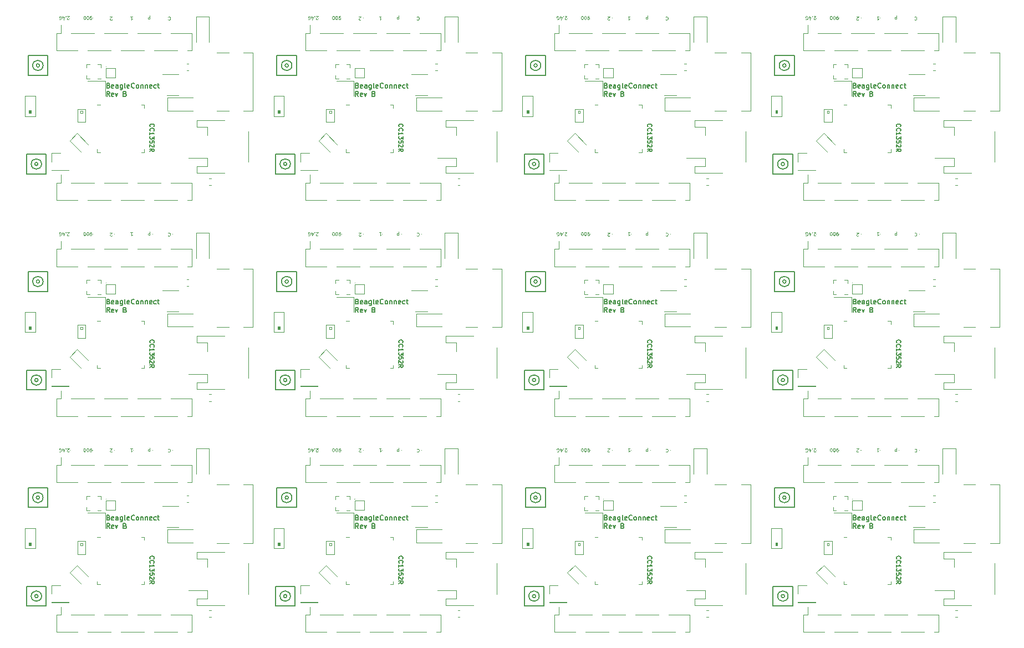
<source format=gbr>
G04 #@! TF.GenerationSoftware,KiCad,Pcbnew,5.1.5-52549c5~84~ubuntu19.04.1*
G04 #@! TF.CreationDate,2020-02-26T14:32:14-06:00*
G04 #@! TF.ProjectId,LeashPCB,4c656173-6850-4434-922e-6b696361645f,rev?*
G04 #@! TF.SameCoordinates,Original*
G04 #@! TF.FileFunction,Legend,Top*
G04 #@! TF.FilePolarity,Positive*
%FSLAX46Y46*%
G04 Gerber Fmt 4.6, Leading zero omitted, Abs format (unit mm)*
G04 Created by KiCad (PCBNEW 5.1.5-52549c5~84~ubuntu19.04.1) date 2020-02-26 14:32:14*
%MOMM*%
%LPD*%
G04 APERTURE LIST*
%ADD10C,0.150000*%
%ADD11C,0.100000*%
%ADD12C,0.120000*%
%ADD13C,0.080000*%
G04 APERTURE END LIST*
D10*
X258246071Y-127838928D02*
X258353214Y-127874642D01*
X258388928Y-127910357D01*
X258424642Y-127981785D01*
X258424642Y-128088928D01*
X258388928Y-128160357D01*
X258353214Y-128196071D01*
X258281785Y-128231785D01*
X257996071Y-128231785D01*
X257996071Y-127481785D01*
X258246071Y-127481785D01*
X258317500Y-127517500D01*
X258353214Y-127553214D01*
X258388928Y-127624642D01*
X258388928Y-127696071D01*
X258353214Y-127767500D01*
X258317500Y-127803214D01*
X258246071Y-127838928D01*
X257996071Y-127838928D01*
X259031785Y-128196071D02*
X258960357Y-128231785D01*
X258817500Y-128231785D01*
X258746071Y-128196071D01*
X258710357Y-128124642D01*
X258710357Y-127838928D01*
X258746071Y-127767500D01*
X258817500Y-127731785D01*
X258960357Y-127731785D01*
X259031785Y-127767500D01*
X259067500Y-127838928D01*
X259067500Y-127910357D01*
X258710357Y-127981785D01*
X259710357Y-128231785D02*
X259710357Y-127838928D01*
X259674642Y-127767500D01*
X259603214Y-127731785D01*
X259460357Y-127731785D01*
X259388928Y-127767500D01*
X259710357Y-128196071D02*
X259638928Y-128231785D01*
X259460357Y-128231785D01*
X259388928Y-128196071D01*
X259353214Y-128124642D01*
X259353214Y-128053214D01*
X259388928Y-127981785D01*
X259460357Y-127946071D01*
X259638928Y-127946071D01*
X259710357Y-127910357D01*
X260388928Y-127731785D02*
X260388928Y-128338928D01*
X260353214Y-128410357D01*
X260317500Y-128446071D01*
X260246071Y-128481785D01*
X260138928Y-128481785D01*
X260067500Y-128446071D01*
X260388928Y-128196071D02*
X260317500Y-128231785D01*
X260174642Y-128231785D01*
X260103214Y-128196071D01*
X260067500Y-128160357D01*
X260031785Y-128088928D01*
X260031785Y-127874642D01*
X260067500Y-127803214D01*
X260103214Y-127767500D01*
X260174642Y-127731785D01*
X260317500Y-127731785D01*
X260388928Y-127767500D01*
X260853214Y-128231785D02*
X260781785Y-128196071D01*
X260746071Y-128124642D01*
X260746071Y-127481785D01*
X261424642Y-128196071D02*
X261353214Y-128231785D01*
X261210357Y-128231785D01*
X261138928Y-128196071D01*
X261103214Y-128124642D01*
X261103214Y-127838928D01*
X261138928Y-127767500D01*
X261210357Y-127731785D01*
X261353214Y-127731785D01*
X261424642Y-127767500D01*
X261460357Y-127838928D01*
X261460357Y-127910357D01*
X261103214Y-127981785D01*
X262210357Y-128160357D02*
X262174642Y-128196071D01*
X262067500Y-128231785D01*
X261996071Y-128231785D01*
X261888928Y-128196071D01*
X261817500Y-128124642D01*
X261781785Y-128053214D01*
X261746071Y-127910357D01*
X261746071Y-127803214D01*
X261781785Y-127660357D01*
X261817500Y-127588928D01*
X261888928Y-127517500D01*
X261996071Y-127481785D01*
X262067500Y-127481785D01*
X262174642Y-127517500D01*
X262210357Y-127553214D01*
X262638928Y-128231785D02*
X262567500Y-128196071D01*
X262531785Y-128160357D01*
X262496071Y-128088928D01*
X262496071Y-127874642D01*
X262531785Y-127803214D01*
X262567500Y-127767500D01*
X262638928Y-127731785D01*
X262746071Y-127731785D01*
X262817500Y-127767500D01*
X262853214Y-127803214D01*
X262888928Y-127874642D01*
X262888928Y-128088928D01*
X262853214Y-128160357D01*
X262817500Y-128196071D01*
X262746071Y-128231785D01*
X262638928Y-128231785D01*
X263210357Y-127731785D02*
X263210357Y-128231785D01*
X263210357Y-127803214D02*
X263246071Y-127767500D01*
X263317500Y-127731785D01*
X263424642Y-127731785D01*
X263496071Y-127767500D01*
X263531785Y-127838928D01*
X263531785Y-128231785D01*
X263888928Y-127731785D02*
X263888928Y-128231785D01*
X263888928Y-127803214D02*
X263924642Y-127767500D01*
X263996071Y-127731785D01*
X264103214Y-127731785D01*
X264174642Y-127767500D01*
X264210357Y-127838928D01*
X264210357Y-128231785D01*
X264853214Y-128196071D02*
X264781785Y-128231785D01*
X264638928Y-128231785D01*
X264567500Y-128196071D01*
X264531785Y-128124642D01*
X264531785Y-127838928D01*
X264567500Y-127767500D01*
X264638928Y-127731785D01*
X264781785Y-127731785D01*
X264853214Y-127767500D01*
X264888928Y-127838928D01*
X264888928Y-127910357D01*
X264531785Y-127981785D01*
X265531785Y-128196071D02*
X265460357Y-128231785D01*
X265317500Y-128231785D01*
X265246071Y-128196071D01*
X265210357Y-128160357D01*
X265174642Y-128088928D01*
X265174642Y-127874642D01*
X265210357Y-127803214D01*
X265246071Y-127767500D01*
X265317500Y-127731785D01*
X265460357Y-127731785D01*
X265531785Y-127767500D01*
X265746071Y-127731785D02*
X266031785Y-127731785D01*
X265853214Y-127481785D02*
X265853214Y-128124642D01*
X265888928Y-128196071D01*
X265960357Y-128231785D01*
X266031785Y-128231785D01*
X258424642Y-129506785D02*
X258174642Y-129149642D01*
X257996071Y-129506785D02*
X257996071Y-128756785D01*
X258281785Y-128756785D01*
X258353214Y-128792500D01*
X258388928Y-128828214D01*
X258424642Y-128899642D01*
X258424642Y-129006785D01*
X258388928Y-129078214D01*
X258353214Y-129113928D01*
X258281785Y-129149642D01*
X257996071Y-129149642D01*
X259031785Y-129471071D02*
X258960357Y-129506785D01*
X258817500Y-129506785D01*
X258746071Y-129471071D01*
X258710357Y-129399642D01*
X258710357Y-129113928D01*
X258746071Y-129042500D01*
X258817500Y-129006785D01*
X258960357Y-129006785D01*
X259031785Y-129042500D01*
X259067500Y-129113928D01*
X259067500Y-129185357D01*
X258710357Y-129256785D01*
X259317500Y-129006785D02*
X259496071Y-129506785D01*
X259674642Y-129006785D01*
X260781785Y-129113928D02*
X260888928Y-129149642D01*
X260924642Y-129185357D01*
X260960357Y-129256785D01*
X260960357Y-129363928D01*
X260924642Y-129435357D01*
X260888928Y-129471071D01*
X260817500Y-129506785D01*
X260531785Y-129506785D01*
X260531785Y-128756785D01*
X260781785Y-128756785D01*
X260853214Y-128792500D01*
X260888928Y-128828214D01*
X260924642Y-128899642D01*
X260924642Y-128971071D01*
X260888928Y-129042500D01*
X260853214Y-129078214D01*
X260781785Y-129113928D01*
X260531785Y-129113928D01*
X220246071Y-127838928D02*
X220353214Y-127874642D01*
X220388928Y-127910357D01*
X220424642Y-127981785D01*
X220424642Y-128088928D01*
X220388928Y-128160357D01*
X220353214Y-128196071D01*
X220281785Y-128231785D01*
X219996071Y-128231785D01*
X219996071Y-127481785D01*
X220246071Y-127481785D01*
X220317500Y-127517500D01*
X220353214Y-127553214D01*
X220388928Y-127624642D01*
X220388928Y-127696071D01*
X220353214Y-127767500D01*
X220317500Y-127803214D01*
X220246071Y-127838928D01*
X219996071Y-127838928D01*
X221031785Y-128196071D02*
X220960357Y-128231785D01*
X220817500Y-128231785D01*
X220746071Y-128196071D01*
X220710357Y-128124642D01*
X220710357Y-127838928D01*
X220746071Y-127767500D01*
X220817500Y-127731785D01*
X220960357Y-127731785D01*
X221031785Y-127767500D01*
X221067500Y-127838928D01*
X221067500Y-127910357D01*
X220710357Y-127981785D01*
X221710357Y-128231785D02*
X221710357Y-127838928D01*
X221674642Y-127767500D01*
X221603214Y-127731785D01*
X221460357Y-127731785D01*
X221388928Y-127767500D01*
X221710357Y-128196071D02*
X221638928Y-128231785D01*
X221460357Y-128231785D01*
X221388928Y-128196071D01*
X221353214Y-128124642D01*
X221353214Y-128053214D01*
X221388928Y-127981785D01*
X221460357Y-127946071D01*
X221638928Y-127946071D01*
X221710357Y-127910357D01*
X222388928Y-127731785D02*
X222388928Y-128338928D01*
X222353214Y-128410357D01*
X222317500Y-128446071D01*
X222246071Y-128481785D01*
X222138928Y-128481785D01*
X222067500Y-128446071D01*
X222388928Y-128196071D02*
X222317500Y-128231785D01*
X222174642Y-128231785D01*
X222103214Y-128196071D01*
X222067500Y-128160357D01*
X222031785Y-128088928D01*
X222031785Y-127874642D01*
X222067500Y-127803214D01*
X222103214Y-127767500D01*
X222174642Y-127731785D01*
X222317500Y-127731785D01*
X222388928Y-127767500D01*
X222853214Y-128231785D02*
X222781785Y-128196071D01*
X222746071Y-128124642D01*
X222746071Y-127481785D01*
X223424642Y-128196071D02*
X223353214Y-128231785D01*
X223210357Y-128231785D01*
X223138928Y-128196071D01*
X223103214Y-128124642D01*
X223103214Y-127838928D01*
X223138928Y-127767500D01*
X223210357Y-127731785D01*
X223353214Y-127731785D01*
X223424642Y-127767500D01*
X223460357Y-127838928D01*
X223460357Y-127910357D01*
X223103214Y-127981785D01*
X224210357Y-128160357D02*
X224174642Y-128196071D01*
X224067500Y-128231785D01*
X223996071Y-128231785D01*
X223888928Y-128196071D01*
X223817500Y-128124642D01*
X223781785Y-128053214D01*
X223746071Y-127910357D01*
X223746071Y-127803214D01*
X223781785Y-127660357D01*
X223817500Y-127588928D01*
X223888928Y-127517500D01*
X223996071Y-127481785D01*
X224067500Y-127481785D01*
X224174642Y-127517500D01*
X224210357Y-127553214D01*
X224638928Y-128231785D02*
X224567500Y-128196071D01*
X224531785Y-128160357D01*
X224496071Y-128088928D01*
X224496071Y-127874642D01*
X224531785Y-127803214D01*
X224567500Y-127767500D01*
X224638928Y-127731785D01*
X224746071Y-127731785D01*
X224817500Y-127767500D01*
X224853214Y-127803214D01*
X224888928Y-127874642D01*
X224888928Y-128088928D01*
X224853214Y-128160357D01*
X224817500Y-128196071D01*
X224746071Y-128231785D01*
X224638928Y-128231785D01*
X225210357Y-127731785D02*
X225210357Y-128231785D01*
X225210357Y-127803214D02*
X225246071Y-127767500D01*
X225317500Y-127731785D01*
X225424642Y-127731785D01*
X225496071Y-127767500D01*
X225531785Y-127838928D01*
X225531785Y-128231785D01*
X225888928Y-127731785D02*
X225888928Y-128231785D01*
X225888928Y-127803214D02*
X225924642Y-127767500D01*
X225996071Y-127731785D01*
X226103214Y-127731785D01*
X226174642Y-127767500D01*
X226210357Y-127838928D01*
X226210357Y-128231785D01*
X226853214Y-128196071D02*
X226781785Y-128231785D01*
X226638928Y-128231785D01*
X226567500Y-128196071D01*
X226531785Y-128124642D01*
X226531785Y-127838928D01*
X226567500Y-127767500D01*
X226638928Y-127731785D01*
X226781785Y-127731785D01*
X226853214Y-127767500D01*
X226888928Y-127838928D01*
X226888928Y-127910357D01*
X226531785Y-127981785D01*
X227531785Y-128196071D02*
X227460357Y-128231785D01*
X227317500Y-128231785D01*
X227246071Y-128196071D01*
X227210357Y-128160357D01*
X227174642Y-128088928D01*
X227174642Y-127874642D01*
X227210357Y-127803214D01*
X227246071Y-127767500D01*
X227317500Y-127731785D01*
X227460357Y-127731785D01*
X227531785Y-127767500D01*
X227746071Y-127731785D02*
X228031785Y-127731785D01*
X227853214Y-127481785D02*
X227853214Y-128124642D01*
X227888928Y-128196071D01*
X227960357Y-128231785D01*
X228031785Y-128231785D01*
X220424642Y-129506785D02*
X220174642Y-129149642D01*
X219996071Y-129506785D02*
X219996071Y-128756785D01*
X220281785Y-128756785D01*
X220353214Y-128792500D01*
X220388928Y-128828214D01*
X220424642Y-128899642D01*
X220424642Y-129006785D01*
X220388928Y-129078214D01*
X220353214Y-129113928D01*
X220281785Y-129149642D01*
X219996071Y-129149642D01*
X221031785Y-129471071D02*
X220960357Y-129506785D01*
X220817500Y-129506785D01*
X220746071Y-129471071D01*
X220710357Y-129399642D01*
X220710357Y-129113928D01*
X220746071Y-129042500D01*
X220817500Y-129006785D01*
X220960357Y-129006785D01*
X221031785Y-129042500D01*
X221067500Y-129113928D01*
X221067500Y-129185357D01*
X220710357Y-129256785D01*
X221317500Y-129006785D02*
X221496071Y-129506785D01*
X221674642Y-129006785D01*
X222781785Y-129113928D02*
X222888928Y-129149642D01*
X222924642Y-129185357D01*
X222960357Y-129256785D01*
X222960357Y-129363928D01*
X222924642Y-129435357D01*
X222888928Y-129471071D01*
X222817500Y-129506785D01*
X222531785Y-129506785D01*
X222531785Y-128756785D01*
X222781785Y-128756785D01*
X222853214Y-128792500D01*
X222888928Y-128828214D01*
X222924642Y-128899642D01*
X222924642Y-128971071D01*
X222888928Y-129042500D01*
X222853214Y-129078214D01*
X222781785Y-129113928D01*
X222531785Y-129113928D01*
X182246071Y-127838928D02*
X182353214Y-127874642D01*
X182388928Y-127910357D01*
X182424642Y-127981785D01*
X182424642Y-128088928D01*
X182388928Y-128160357D01*
X182353214Y-128196071D01*
X182281785Y-128231785D01*
X181996071Y-128231785D01*
X181996071Y-127481785D01*
X182246071Y-127481785D01*
X182317500Y-127517500D01*
X182353214Y-127553214D01*
X182388928Y-127624642D01*
X182388928Y-127696071D01*
X182353214Y-127767500D01*
X182317500Y-127803214D01*
X182246071Y-127838928D01*
X181996071Y-127838928D01*
X183031785Y-128196071D02*
X182960357Y-128231785D01*
X182817500Y-128231785D01*
X182746071Y-128196071D01*
X182710357Y-128124642D01*
X182710357Y-127838928D01*
X182746071Y-127767500D01*
X182817500Y-127731785D01*
X182960357Y-127731785D01*
X183031785Y-127767500D01*
X183067500Y-127838928D01*
X183067500Y-127910357D01*
X182710357Y-127981785D01*
X183710357Y-128231785D02*
X183710357Y-127838928D01*
X183674642Y-127767500D01*
X183603214Y-127731785D01*
X183460357Y-127731785D01*
X183388928Y-127767500D01*
X183710357Y-128196071D02*
X183638928Y-128231785D01*
X183460357Y-128231785D01*
X183388928Y-128196071D01*
X183353214Y-128124642D01*
X183353214Y-128053214D01*
X183388928Y-127981785D01*
X183460357Y-127946071D01*
X183638928Y-127946071D01*
X183710357Y-127910357D01*
X184388928Y-127731785D02*
X184388928Y-128338928D01*
X184353214Y-128410357D01*
X184317500Y-128446071D01*
X184246071Y-128481785D01*
X184138928Y-128481785D01*
X184067500Y-128446071D01*
X184388928Y-128196071D02*
X184317500Y-128231785D01*
X184174642Y-128231785D01*
X184103214Y-128196071D01*
X184067500Y-128160357D01*
X184031785Y-128088928D01*
X184031785Y-127874642D01*
X184067500Y-127803214D01*
X184103214Y-127767500D01*
X184174642Y-127731785D01*
X184317500Y-127731785D01*
X184388928Y-127767500D01*
X184853214Y-128231785D02*
X184781785Y-128196071D01*
X184746071Y-128124642D01*
X184746071Y-127481785D01*
X185424642Y-128196071D02*
X185353214Y-128231785D01*
X185210357Y-128231785D01*
X185138928Y-128196071D01*
X185103214Y-128124642D01*
X185103214Y-127838928D01*
X185138928Y-127767500D01*
X185210357Y-127731785D01*
X185353214Y-127731785D01*
X185424642Y-127767500D01*
X185460357Y-127838928D01*
X185460357Y-127910357D01*
X185103214Y-127981785D01*
X186210357Y-128160357D02*
X186174642Y-128196071D01*
X186067500Y-128231785D01*
X185996071Y-128231785D01*
X185888928Y-128196071D01*
X185817500Y-128124642D01*
X185781785Y-128053214D01*
X185746071Y-127910357D01*
X185746071Y-127803214D01*
X185781785Y-127660357D01*
X185817500Y-127588928D01*
X185888928Y-127517500D01*
X185996071Y-127481785D01*
X186067500Y-127481785D01*
X186174642Y-127517500D01*
X186210357Y-127553214D01*
X186638928Y-128231785D02*
X186567500Y-128196071D01*
X186531785Y-128160357D01*
X186496071Y-128088928D01*
X186496071Y-127874642D01*
X186531785Y-127803214D01*
X186567500Y-127767500D01*
X186638928Y-127731785D01*
X186746071Y-127731785D01*
X186817500Y-127767500D01*
X186853214Y-127803214D01*
X186888928Y-127874642D01*
X186888928Y-128088928D01*
X186853214Y-128160357D01*
X186817500Y-128196071D01*
X186746071Y-128231785D01*
X186638928Y-128231785D01*
X187210357Y-127731785D02*
X187210357Y-128231785D01*
X187210357Y-127803214D02*
X187246071Y-127767500D01*
X187317500Y-127731785D01*
X187424642Y-127731785D01*
X187496071Y-127767500D01*
X187531785Y-127838928D01*
X187531785Y-128231785D01*
X187888928Y-127731785D02*
X187888928Y-128231785D01*
X187888928Y-127803214D02*
X187924642Y-127767500D01*
X187996071Y-127731785D01*
X188103214Y-127731785D01*
X188174642Y-127767500D01*
X188210357Y-127838928D01*
X188210357Y-128231785D01*
X188853214Y-128196071D02*
X188781785Y-128231785D01*
X188638928Y-128231785D01*
X188567500Y-128196071D01*
X188531785Y-128124642D01*
X188531785Y-127838928D01*
X188567500Y-127767500D01*
X188638928Y-127731785D01*
X188781785Y-127731785D01*
X188853214Y-127767500D01*
X188888928Y-127838928D01*
X188888928Y-127910357D01*
X188531785Y-127981785D01*
X189531785Y-128196071D02*
X189460357Y-128231785D01*
X189317500Y-128231785D01*
X189246071Y-128196071D01*
X189210357Y-128160357D01*
X189174642Y-128088928D01*
X189174642Y-127874642D01*
X189210357Y-127803214D01*
X189246071Y-127767500D01*
X189317500Y-127731785D01*
X189460357Y-127731785D01*
X189531785Y-127767500D01*
X189746071Y-127731785D02*
X190031785Y-127731785D01*
X189853214Y-127481785D02*
X189853214Y-128124642D01*
X189888928Y-128196071D01*
X189960357Y-128231785D01*
X190031785Y-128231785D01*
X182424642Y-129506785D02*
X182174642Y-129149642D01*
X181996071Y-129506785D02*
X181996071Y-128756785D01*
X182281785Y-128756785D01*
X182353214Y-128792500D01*
X182388928Y-128828214D01*
X182424642Y-128899642D01*
X182424642Y-129006785D01*
X182388928Y-129078214D01*
X182353214Y-129113928D01*
X182281785Y-129149642D01*
X181996071Y-129149642D01*
X183031785Y-129471071D02*
X182960357Y-129506785D01*
X182817500Y-129506785D01*
X182746071Y-129471071D01*
X182710357Y-129399642D01*
X182710357Y-129113928D01*
X182746071Y-129042500D01*
X182817500Y-129006785D01*
X182960357Y-129006785D01*
X183031785Y-129042500D01*
X183067500Y-129113928D01*
X183067500Y-129185357D01*
X182710357Y-129256785D01*
X183317500Y-129006785D02*
X183496071Y-129506785D01*
X183674642Y-129006785D01*
X184781785Y-129113928D02*
X184888928Y-129149642D01*
X184924642Y-129185357D01*
X184960357Y-129256785D01*
X184960357Y-129363928D01*
X184924642Y-129435357D01*
X184888928Y-129471071D01*
X184817500Y-129506785D01*
X184531785Y-129506785D01*
X184531785Y-128756785D01*
X184781785Y-128756785D01*
X184853214Y-128792500D01*
X184888928Y-128828214D01*
X184924642Y-128899642D01*
X184924642Y-128971071D01*
X184888928Y-129042500D01*
X184853214Y-129078214D01*
X184781785Y-129113928D01*
X184531785Y-129113928D01*
X144246071Y-127838928D02*
X144353214Y-127874642D01*
X144388928Y-127910357D01*
X144424642Y-127981785D01*
X144424642Y-128088928D01*
X144388928Y-128160357D01*
X144353214Y-128196071D01*
X144281785Y-128231785D01*
X143996071Y-128231785D01*
X143996071Y-127481785D01*
X144246071Y-127481785D01*
X144317500Y-127517500D01*
X144353214Y-127553214D01*
X144388928Y-127624642D01*
X144388928Y-127696071D01*
X144353214Y-127767500D01*
X144317500Y-127803214D01*
X144246071Y-127838928D01*
X143996071Y-127838928D01*
X145031785Y-128196071D02*
X144960357Y-128231785D01*
X144817500Y-128231785D01*
X144746071Y-128196071D01*
X144710357Y-128124642D01*
X144710357Y-127838928D01*
X144746071Y-127767500D01*
X144817500Y-127731785D01*
X144960357Y-127731785D01*
X145031785Y-127767500D01*
X145067500Y-127838928D01*
X145067500Y-127910357D01*
X144710357Y-127981785D01*
X145710357Y-128231785D02*
X145710357Y-127838928D01*
X145674642Y-127767500D01*
X145603214Y-127731785D01*
X145460357Y-127731785D01*
X145388928Y-127767500D01*
X145710357Y-128196071D02*
X145638928Y-128231785D01*
X145460357Y-128231785D01*
X145388928Y-128196071D01*
X145353214Y-128124642D01*
X145353214Y-128053214D01*
X145388928Y-127981785D01*
X145460357Y-127946071D01*
X145638928Y-127946071D01*
X145710357Y-127910357D01*
X146388928Y-127731785D02*
X146388928Y-128338928D01*
X146353214Y-128410357D01*
X146317500Y-128446071D01*
X146246071Y-128481785D01*
X146138928Y-128481785D01*
X146067500Y-128446071D01*
X146388928Y-128196071D02*
X146317500Y-128231785D01*
X146174642Y-128231785D01*
X146103214Y-128196071D01*
X146067500Y-128160357D01*
X146031785Y-128088928D01*
X146031785Y-127874642D01*
X146067500Y-127803214D01*
X146103214Y-127767500D01*
X146174642Y-127731785D01*
X146317500Y-127731785D01*
X146388928Y-127767500D01*
X146853214Y-128231785D02*
X146781785Y-128196071D01*
X146746071Y-128124642D01*
X146746071Y-127481785D01*
X147424642Y-128196071D02*
X147353214Y-128231785D01*
X147210357Y-128231785D01*
X147138928Y-128196071D01*
X147103214Y-128124642D01*
X147103214Y-127838928D01*
X147138928Y-127767500D01*
X147210357Y-127731785D01*
X147353214Y-127731785D01*
X147424642Y-127767500D01*
X147460357Y-127838928D01*
X147460357Y-127910357D01*
X147103214Y-127981785D01*
X148210357Y-128160357D02*
X148174642Y-128196071D01*
X148067500Y-128231785D01*
X147996071Y-128231785D01*
X147888928Y-128196071D01*
X147817500Y-128124642D01*
X147781785Y-128053214D01*
X147746071Y-127910357D01*
X147746071Y-127803214D01*
X147781785Y-127660357D01*
X147817500Y-127588928D01*
X147888928Y-127517500D01*
X147996071Y-127481785D01*
X148067500Y-127481785D01*
X148174642Y-127517500D01*
X148210357Y-127553214D01*
X148638928Y-128231785D02*
X148567500Y-128196071D01*
X148531785Y-128160357D01*
X148496071Y-128088928D01*
X148496071Y-127874642D01*
X148531785Y-127803214D01*
X148567500Y-127767500D01*
X148638928Y-127731785D01*
X148746071Y-127731785D01*
X148817500Y-127767500D01*
X148853214Y-127803214D01*
X148888928Y-127874642D01*
X148888928Y-128088928D01*
X148853214Y-128160357D01*
X148817500Y-128196071D01*
X148746071Y-128231785D01*
X148638928Y-128231785D01*
X149210357Y-127731785D02*
X149210357Y-128231785D01*
X149210357Y-127803214D02*
X149246071Y-127767500D01*
X149317500Y-127731785D01*
X149424642Y-127731785D01*
X149496071Y-127767500D01*
X149531785Y-127838928D01*
X149531785Y-128231785D01*
X149888928Y-127731785D02*
X149888928Y-128231785D01*
X149888928Y-127803214D02*
X149924642Y-127767500D01*
X149996071Y-127731785D01*
X150103214Y-127731785D01*
X150174642Y-127767500D01*
X150210357Y-127838928D01*
X150210357Y-128231785D01*
X150853214Y-128196071D02*
X150781785Y-128231785D01*
X150638928Y-128231785D01*
X150567500Y-128196071D01*
X150531785Y-128124642D01*
X150531785Y-127838928D01*
X150567500Y-127767500D01*
X150638928Y-127731785D01*
X150781785Y-127731785D01*
X150853214Y-127767500D01*
X150888928Y-127838928D01*
X150888928Y-127910357D01*
X150531785Y-127981785D01*
X151531785Y-128196071D02*
X151460357Y-128231785D01*
X151317500Y-128231785D01*
X151246071Y-128196071D01*
X151210357Y-128160357D01*
X151174642Y-128088928D01*
X151174642Y-127874642D01*
X151210357Y-127803214D01*
X151246071Y-127767500D01*
X151317500Y-127731785D01*
X151460357Y-127731785D01*
X151531785Y-127767500D01*
X151746071Y-127731785D02*
X152031785Y-127731785D01*
X151853214Y-127481785D02*
X151853214Y-128124642D01*
X151888928Y-128196071D01*
X151960357Y-128231785D01*
X152031785Y-128231785D01*
X144424642Y-129506785D02*
X144174642Y-129149642D01*
X143996071Y-129506785D02*
X143996071Y-128756785D01*
X144281785Y-128756785D01*
X144353214Y-128792500D01*
X144388928Y-128828214D01*
X144424642Y-128899642D01*
X144424642Y-129006785D01*
X144388928Y-129078214D01*
X144353214Y-129113928D01*
X144281785Y-129149642D01*
X143996071Y-129149642D01*
X145031785Y-129471071D02*
X144960357Y-129506785D01*
X144817500Y-129506785D01*
X144746071Y-129471071D01*
X144710357Y-129399642D01*
X144710357Y-129113928D01*
X144746071Y-129042500D01*
X144817500Y-129006785D01*
X144960357Y-129006785D01*
X145031785Y-129042500D01*
X145067500Y-129113928D01*
X145067500Y-129185357D01*
X144710357Y-129256785D01*
X145317500Y-129006785D02*
X145496071Y-129506785D01*
X145674642Y-129006785D01*
X146781785Y-129113928D02*
X146888928Y-129149642D01*
X146924642Y-129185357D01*
X146960357Y-129256785D01*
X146960357Y-129363928D01*
X146924642Y-129435357D01*
X146888928Y-129471071D01*
X146817500Y-129506785D01*
X146531785Y-129506785D01*
X146531785Y-128756785D01*
X146781785Y-128756785D01*
X146853214Y-128792500D01*
X146888928Y-128828214D01*
X146924642Y-128899642D01*
X146924642Y-128971071D01*
X146888928Y-129042500D01*
X146853214Y-129078214D01*
X146781785Y-129113928D01*
X146531785Y-129113928D01*
X258246071Y-94838928D02*
X258353214Y-94874642D01*
X258388928Y-94910357D01*
X258424642Y-94981785D01*
X258424642Y-95088928D01*
X258388928Y-95160357D01*
X258353214Y-95196071D01*
X258281785Y-95231785D01*
X257996071Y-95231785D01*
X257996071Y-94481785D01*
X258246071Y-94481785D01*
X258317500Y-94517500D01*
X258353214Y-94553214D01*
X258388928Y-94624642D01*
X258388928Y-94696071D01*
X258353214Y-94767500D01*
X258317500Y-94803214D01*
X258246071Y-94838928D01*
X257996071Y-94838928D01*
X259031785Y-95196071D02*
X258960357Y-95231785D01*
X258817500Y-95231785D01*
X258746071Y-95196071D01*
X258710357Y-95124642D01*
X258710357Y-94838928D01*
X258746071Y-94767500D01*
X258817500Y-94731785D01*
X258960357Y-94731785D01*
X259031785Y-94767500D01*
X259067500Y-94838928D01*
X259067500Y-94910357D01*
X258710357Y-94981785D01*
X259710357Y-95231785D02*
X259710357Y-94838928D01*
X259674642Y-94767500D01*
X259603214Y-94731785D01*
X259460357Y-94731785D01*
X259388928Y-94767500D01*
X259710357Y-95196071D02*
X259638928Y-95231785D01*
X259460357Y-95231785D01*
X259388928Y-95196071D01*
X259353214Y-95124642D01*
X259353214Y-95053214D01*
X259388928Y-94981785D01*
X259460357Y-94946071D01*
X259638928Y-94946071D01*
X259710357Y-94910357D01*
X260388928Y-94731785D02*
X260388928Y-95338928D01*
X260353214Y-95410357D01*
X260317500Y-95446071D01*
X260246071Y-95481785D01*
X260138928Y-95481785D01*
X260067500Y-95446071D01*
X260388928Y-95196071D02*
X260317500Y-95231785D01*
X260174642Y-95231785D01*
X260103214Y-95196071D01*
X260067500Y-95160357D01*
X260031785Y-95088928D01*
X260031785Y-94874642D01*
X260067500Y-94803214D01*
X260103214Y-94767500D01*
X260174642Y-94731785D01*
X260317500Y-94731785D01*
X260388928Y-94767500D01*
X260853214Y-95231785D02*
X260781785Y-95196071D01*
X260746071Y-95124642D01*
X260746071Y-94481785D01*
X261424642Y-95196071D02*
X261353214Y-95231785D01*
X261210357Y-95231785D01*
X261138928Y-95196071D01*
X261103214Y-95124642D01*
X261103214Y-94838928D01*
X261138928Y-94767500D01*
X261210357Y-94731785D01*
X261353214Y-94731785D01*
X261424642Y-94767500D01*
X261460357Y-94838928D01*
X261460357Y-94910357D01*
X261103214Y-94981785D01*
X262210357Y-95160357D02*
X262174642Y-95196071D01*
X262067500Y-95231785D01*
X261996071Y-95231785D01*
X261888928Y-95196071D01*
X261817500Y-95124642D01*
X261781785Y-95053214D01*
X261746071Y-94910357D01*
X261746071Y-94803214D01*
X261781785Y-94660357D01*
X261817500Y-94588928D01*
X261888928Y-94517500D01*
X261996071Y-94481785D01*
X262067500Y-94481785D01*
X262174642Y-94517500D01*
X262210357Y-94553214D01*
X262638928Y-95231785D02*
X262567500Y-95196071D01*
X262531785Y-95160357D01*
X262496071Y-95088928D01*
X262496071Y-94874642D01*
X262531785Y-94803214D01*
X262567500Y-94767500D01*
X262638928Y-94731785D01*
X262746071Y-94731785D01*
X262817500Y-94767500D01*
X262853214Y-94803214D01*
X262888928Y-94874642D01*
X262888928Y-95088928D01*
X262853214Y-95160357D01*
X262817500Y-95196071D01*
X262746071Y-95231785D01*
X262638928Y-95231785D01*
X263210357Y-94731785D02*
X263210357Y-95231785D01*
X263210357Y-94803214D02*
X263246071Y-94767500D01*
X263317500Y-94731785D01*
X263424642Y-94731785D01*
X263496071Y-94767500D01*
X263531785Y-94838928D01*
X263531785Y-95231785D01*
X263888928Y-94731785D02*
X263888928Y-95231785D01*
X263888928Y-94803214D02*
X263924642Y-94767500D01*
X263996071Y-94731785D01*
X264103214Y-94731785D01*
X264174642Y-94767500D01*
X264210357Y-94838928D01*
X264210357Y-95231785D01*
X264853214Y-95196071D02*
X264781785Y-95231785D01*
X264638928Y-95231785D01*
X264567500Y-95196071D01*
X264531785Y-95124642D01*
X264531785Y-94838928D01*
X264567500Y-94767500D01*
X264638928Y-94731785D01*
X264781785Y-94731785D01*
X264853214Y-94767500D01*
X264888928Y-94838928D01*
X264888928Y-94910357D01*
X264531785Y-94981785D01*
X265531785Y-95196071D02*
X265460357Y-95231785D01*
X265317500Y-95231785D01*
X265246071Y-95196071D01*
X265210357Y-95160357D01*
X265174642Y-95088928D01*
X265174642Y-94874642D01*
X265210357Y-94803214D01*
X265246071Y-94767500D01*
X265317500Y-94731785D01*
X265460357Y-94731785D01*
X265531785Y-94767500D01*
X265746071Y-94731785D02*
X266031785Y-94731785D01*
X265853214Y-94481785D02*
X265853214Y-95124642D01*
X265888928Y-95196071D01*
X265960357Y-95231785D01*
X266031785Y-95231785D01*
X258424642Y-96506785D02*
X258174642Y-96149642D01*
X257996071Y-96506785D02*
X257996071Y-95756785D01*
X258281785Y-95756785D01*
X258353214Y-95792500D01*
X258388928Y-95828214D01*
X258424642Y-95899642D01*
X258424642Y-96006785D01*
X258388928Y-96078214D01*
X258353214Y-96113928D01*
X258281785Y-96149642D01*
X257996071Y-96149642D01*
X259031785Y-96471071D02*
X258960357Y-96506785D01*
X258817500Y-96506785D01*
X258746071Y-96471071D01*
X258710357Y-96399642D01*
X258710357Y-96113928D01*
X258746071Y-96042500D01*
X258817500Y-96006785D01*
X258960357Y-96006785D01*
X259031785Y-96042500D01*
X259067500Y-96113928D01*
X259067500Y-96185357D01*
X258710357Y-96256785D01*
X259317500Y-96006785D02*
X259496071Y-96506785D01*
X259674642Y-96006785D01*
X260781785Y-96113928D02*
X260888928Y-96149642D01*
X260924642Y-96185357D01*
X260960357Y-96256785D01*
X260960357Y-96363928D01*
X260924642Y-96435357D01*
X260888928Y-96471071D01*
X260817500Y-96506785D01*
X260531785Y-96506785D01*
X260531785Y-95756785D01*
X260781785Y-95756785D01*
X260853214Y-95792500D01*
X260888928Y-95828214D01*
X260924642Y-95899642D01*
X260924642Y-95971071D01*
X260888928Y-96042500D01*
X260853214Y-96078214D01*
X260781785Y-96113928D01*
X260531785Y-96113928D01*
X220246071Y-94838928D02*
X220353214Y-94874642D01*
X220388928Y-94910357D01*
X220424642Y-94981785D01*
X220424642Y-95088928D01*
X220388928Y-95160357D01*
X220353214Y-95196071D01*
X220281785Y-95231785D01*
X219996071Y-95231785D01*
X219996071Y-94481785D01*
X220246071Y-94481785D01*
X220317500Y-94517500D01*
X220353214Y-94553214D01*
X220388928Y-94624642D01*
X220388928Y-94696071D01*
X220353214Y-94767500D01*
X220317500Y-94803214D01*
X220246071Y-94838928D01*
X219996071Y-94838928D01*
X221031785Y-95196071D02*
X220960357Y-95231785D01*
X220817500Y-95231785D01*
X220746071Y-95196071D01*
X220710357Y-95124642D01*
X220710357Y-94838928D01*
X220746071Y-94767500D01*
X220817500Y-94731785D01*
X220960357Y-94731785D01*
X221031785Y-94767500D01*
X221067500Y-94838928D01*
X221067500Y-94910357D01*
X220710357Y-94981785D01*
X221710357Y-95231785D02*
X221710357Y-94838928D01*
X221674642Y-94767500D01*
X221603214Y-94731785D01*
X221460357Y-94731785D01*
X221388928Y-94767500D01*
X221710357Y-95196071D02*
X221638928Y-95231785D01*
X221460357Y-95231785D01*
X221388928Y-95196071D01*
X221353214Y-95124642D01*
X221353214Y-95053214D01*
X221388928Y-94981785D01*
X221460357Y-94946071D01*
X221638928Y-94946071D01*
X221710357Y-94910357D01*
X222388928Y-94731785D02*
X222388928Y-95338928D01*
X222353214Y-95410357D01*
X222317500Y-95446071D01*
X222246071Y-95481785D01*
X222138928Y-95481785D01*
X222067500Y-95446071D01*
X222388928Y-95196071D02*
X222317500Y-95231785D01*
X222174642Y-95231785D01*
X222103214Y-95196071D01*
X222067500Y-95160357D01*
X222031785Y-95088928D01*
X222031785Y-94874642D01*
X222067500Y-94803214D01*
X222103214Y-94767500D01*
X222174642Y-94731785D01*
X222317500Y-94731785D01*
X222388928Y-94767500D01*
X222853214Y-95231785D02*
X222781785Y-95196071D01*
X222746071Y-95124642D01*
X222746071Y-94481785D01*
X223424642Y-95196071D02*
X223353214Y-95231785D01*
X223210357Y-95231785D01*
X223138928Y-95196071D01*
X223103214Y-95124642D01*
X223103214Y-94838928D01*
X223138928Y-94767500D01*
X223210357Y-94731785D01*
X223353214Y-94731785D01*
X223424642Y-94767500D01*
X223460357Y-94838928D01*
X223460357Y-94910357D01*
X223103214Y-94981785D01*
X224210357Y-95160357D02*
X224174642Y-95196071D01*
X224067500Y-95231785D01*
X223996071Y-95231785D01*
X223888928Y-95196071D01*
X223817500Y-95124642D01*
X223781785Y-95053214D01*
X223746071Y-94910357D01*
X223746071Y-94803214D01*
X223781785Y-94660357D01*
X223817500Y-94588928D01*
X223888928Y-94517500D01*
X223996071Y-94481785D01*
X224067500Y-94481785D01*
X224174642Y-94517500D01*
X224210357Y-94553214D01*
X224638928Y-95231785D02*
X224567500Y-95196071D01*
X224531785Y-95160357D01*
X224496071Y-95088928D01*
X224496071Y-94874642D01*
X224531785Y-94803214D01*
X224567500Y-94767500D01*
X224638928Y-94731785D01*
X224746071Y-94731785D01*
X224817500Y-94767500D01*
X224853214Y-94803214D01*
X224888928Y-94874642D01*
X224888928Y-95088928D01*
X224853214Y-95160357D01*
X224817500Y-95196071D01*
X224746071Y-95231785D01*
X224638928Y-95231785D01*
X225210357Y-94731785D02*
X225210357Y-95231785D01*
X225210357Y-94803214D02*
X225246071Y-94767500D01*
X225317500Y-94731785D01*
X225424642Y-94731785D01*
X225496071Y-94767500D01*
X225531785Y-94838928D01*
X225531785Y-95231785D01*
X225888928Y-94731785D02*
X225888928Y-95231785D01*
X225888928Y-94803214D02*
X225924642Y-94767500D01*
X225996071Y-94731785D01*
X226103214Y-94731785D01*
X226174642Y-94767500D01*
X226210357Y-94838928D01*
X226210357Y-95231785D01*
X226853214Y-95196071D02*
X226781785Y-95231785D01*
X226638928Y-95231785D01*
X226567500Y-95196071D01*
X226531785Y-95124642D01*
X226531785Y-94838928D01*
X226567500Y-94767500D01*
X226638928Y-94731785D01*
X226781785Y-94731785D01*
X226853214Y-94767500D01*
X226888928Y-94838928D01*
X226888928Y-94910357D01*
X226531785Y-94981785D01*
X227531785Y-95196071D02*
X227460357Y-95231785D01*
X227317500Y-95231785D01*
X227246071Y-95196071D01*
X227210357Y-95160357D01*
X227174642Y-95088928D01*
X227174642Y-94874642D01*
X227210357Y-94803214D01*
X227246071Y-94767500D01*
X227317500Y-94731785D01*
X227460357Y-94731785D01*
X227531785Y-94767500D01*
X227746071Y-94731785D02*
X228031785Y-94731785D01*
X227853214Y-94481785D02*
X227853214Y-95124642D01*
X227888928Y-95196071D01*
X227960357Y-95231785D01*
X228031785Y-95231785D01*
X220424642Y-96506785D02*
X220174642Y-96149642D01*
X219996071Y-96506785D02*
X219996071Y-95756785D01*
X220281785Y-95756785D01*
X220353214Y-95792500D01*
X220388928Y-95828214D01*
X220424642Y-95899642D01*
X220424642Y-96006785D01*
X220388928Y-96078214D01*
X220353214Y-96113928D01*
X220281785Y-96149642D01*
X219996071Y-96149642D01*
X221031785Y-96471071D02*
X220960357Y-96506785D01*
X220817500Y-96506785D01*
X220746071Y-96471071D01*
X220710357Y-96399642D01*
X220710357Y-96113928D01*
X220746071Y-96042500D01*
X220817500Y-96006785D01*
X220960357Y-96006785D01*
X221031785Y-96042500D01*
X221067500Y-96113928D01*
X221067500Y-96185357D01*
X220710357Y-96256785D01*
X221317500Y-96006785D02*
X221496071Y-96506785D01*
X221674642Y-96006785D01*
X222781785Y-96113928D02*
X222888928Y-96149642D01*
X222924642Y-96185357D01*
X222960357Y-96256785D01*
X222960357Y-96363928D01*
X222924642Y-96435357D01*
X222888928Y-96471071D01*
X222817500Y-96506785D01*
X222531785Y-96506785D01*
X222531785Y-95756785D01*
X222781785Y-95756785D01*
X222853214Y-95792500D01*
X222888928Y-95828214D01*
X222924642Y-95899642D01*
X222924642Y-95971071D01*
X222888928Y-96042500D01*
X222853214Y-96078214D01*
X222781785Y-96113928D01*
X222531785Y-96113928D01*
X182246071Y-94838928D02*
X182353214Y-94874642D01*
X182388928Y-94910357D01*
X182424642Y-94981785D01*
X182424642Y-95088928D01*
X182388928Y-95160357D01*
X182353214Y-95196071D01*
X182281785Y-95231785D01*
X181996071Y-95231785D01*
X181996071Y-94481785D01*
X182246071Y-94481785D01*
X182317500Y-94517500D01*
X182353214Y-94553214D01*
X182388928Y-94624642D01*
X182388928Y-94696071D01*
X182353214Y-94767500D01*
X182317500Y-94803214D01*
X182246071Y-94838928D01*
X181996071Y-94838928D01*
X183031785Y-95196071D02*
X182960357Y-95231785D01*
X182817500Y-95231785D01*
X182746071Y-95196071D01*
X182710357Y-95124642D01*
X182710357Y-94838928D01*
X182746071Y-94767500D01*
X182817500Y-94731785D01*
X182960357Y-94731785D01*
X183031785Y-94767500D01*
X183067500Y-94838928D01*
X183067500Y-94910357D01*
X182710357Y-94981785D01*
X183710357Y-95231785D02*
X183710357Y-94838928D01*
X183674642Y-94767500D01*
X183603214Y-94731785D01*
X183460357Y-94731785D01*
X183388928Y-94767500D01*
X183710357Y-95196071D02*
X183638928Y-95231785D01*
X183460357Y-95231785D01*
X183388928Y-95196071D01*
X183353214Y-95124642D01*
X183353214Y-95053214D01*
X183388928Y-94981785D01*
X183460357Y-94946071D01*
X183638928Y-94946071D01*
X183710357Y-94910357D01*
X184388928Y-94731785D02*
X184388928Y-95338928D01*
X184353214Y-95410357D01*
X184317500Y-95446071D01*
X184246071Y-95481785D01*
X184138928Y-95481785D01*
X184067500Y-95446071D01*
X184388928Y-95196071D02*
X184317500Y-95231785D01*
X184174642Y-95231785D01*
X184103214Y-95196071D01*
X184067500Y-95160357D01*
X184031785Y-95088928D01*
X184031785Y-94874642D01*
X184067500Y-94803214D01*
X184103214Y-94767500D01*
X184174642Y-94731785D01*
X184317500Y-94731785D01*
X184388928Y-94767500D01*
X184853214Y-95231785D02*
X184781785Y-95196071D01*
X184746071Y-95124642D01*
X184746071Y-94481785D01*
X185424642Y-95196071D02*
X185353214Y-95231785D01*
X185210357Y-95231785D01*
X185138928Y-95196071D01*
X185103214Y-95124642D01*
X185103214Y-94838928D01*
X185138928Y-94767500D01*
X185210357Y-94731785D01*
X185353214Y-94731785D01*
X185424642Y-94767500D01*
X185460357Y-94838928D01*
X185460357Y-94910357D01*
X185103214Y-94981785D01*
X186210357Y-95160357D02*
X186174642Y-95196071D01*
X186067500Y-95231785D01*
X185996071Y-95231785D01*
X185888928Y-95196071D01*
X185817500Y-95124642D01*
X185781785Y-95053214D01*
X185746071Y-94910357D01*
X185746071Y-94803214D01*
X185781785Y-94660357D01*
X185817500Y-94588928D01*
X185888928Y-94517500D01*
X185996071Y-94481785D01*
X186067500Y-94481785D01*
X186174642Y-94517500D01*
X186210357Y-94553214D01*
X186638928Y-95231785D02*
X186567500Y-95196071D01*
X186531785Y-95160357D01*
X186496071Y-95088928D01*
X186496071Y-94874642D01*
X186531785Y-94803214D01*
X186567500Y-94767500D01*
X186638928Y-94731785D01*
X186746071Y-94731785D01*
X186817500Y-94767500D01*
X186853214Y-94803214D01*
X186888928Y-94874642D01*
X186888928Y-95088928D01*
X186853214Y-95160357D01*
X186817500Y-95196071D01*
X186746071Y-95231785D01*
X186638928Y-95231785D01*
X187210357Y-94731785D02*
X187210357Y-95231785D01*
X187210357Y-94803214D02*
X187246071Y-94767500D01*
X187317500Y-94731785D01*
X187424642Y-94731785D01*
X187496071Y-94767500D01*
X187531785Y-94838928D01*
X187531785Y-95231785D01*
X187888928Y-94731785D02*
X187888928Y-95231785D01*
X187888928Y-94803214D02*
X187924642Y-94767500D01*
X187996071Y-94731785D01*
X188103214Y-94731785D01*
X188174642Y-94767500D01*
X188210357Y-94838928D01*
X188210357Y-95231785D01*
X188853214Y-95196071D02*
X188781785Y-95231785D01*
X188638928Y-95231785D01*
X188567500Y-95196071D01*
X188531785Y-95124642D01*
X188531785Y-94838928D01*
X188567500Y-94767500D01*
X188638928Y-94731785D01*
X188781785Y-94731785D01*
X188853214Y-94767500D01*
X188888928Y-94838928D01*
X188888928Y-94910357D01*
X188531785Y-94981785D01*
X189531785Y-95196071D02*
X189460357Y-95231785D01*
X189317500Y-95231785D01*
X189246071Y-95196071D01*
X189210357Y-95160357D01*
X189174642Y-95088928D01*
X189174642Y-94874642D01*
X189210357Y-94803214D01*
X189246071Y-94767500D01*
X189317500Y-94731785D01*
X189460357Y-94731785D01*
X189531785Y-94767500D01*
X189746071Y-94731785D02*
X190031785Y-94731785D01*
X189853214Y-94481785D02*
X189853214Y-95124642D01*
X189888928Y-95196071D01*
X189960357Y-95231785D01*
X190031785Y-95231785D01*
X182424642Y-96506785D02*
X182174642Y-96149642D01*
X181996071Y-96506785D02*
X181996071Y-95756785D01*
X182281785Y-95756785D01*
X182353214Y-95792500D01*
X182388928Y-95828214D01*
X182424642Y-95899642D01*
X182424642Y-96006785D01*
X182388928Y-96078214D01*
X182353214Y-96113928D01*
X182281785Y-96149642D01*
X181996071Y-96149642D01*
X183031785Y-96471071D02*
X182960357Y-96506785D01*
X182817500Y-96506785D01*
X182746071Y-96471071D01*
X182710357Y-96399642D01*
X182710357Y-96113928D01*
X182746071Y-96042500D01*
X182817500Y-96006785D01*
X182960357Y-96006785D01*
X183031785Y-96042500D01*
X183067500Y-96113928D01*
X183067500Y-96185357D01*
X182710357Y-96256785D01*
X183317500Y-96006785D02*
X183496071Y-96506785D01*
X183674642Y-96006785D01*
X184781785Y-96113928D02*
X184888928Y-96149642D01*
X184924642Y-96185357D01*
X184960357Y-96256785D01*
X184960357Y-96363928D01*
X184924642Y-96435357D01*
X184888928Y-96471071D01*
X184817500Y-96506785D01*
X184531785Y-96506785D01*
X184531785Y-95756785D01*
X184781785Y-95756785D01*
X184853214Y-95792500D01*
X184888928Y-95828214D01*
X184924642Y-95899642D01*
X184924642Y-95971071D01*
X184888928Y-96042500D01*
X184853214Y-96078214D01*
X184781785Y-96113928D01*
X184531785Y-96113928D01*
X144246071Y-94838928D02*
X144353214Y-94874642D01*
X144388928Y-94910357D01*
X144424642Y-94981785D01*
X144424642Y-95088928D01*
X144388928Y-95160357D01*
X144353214Y-95196071D01*
X144281785Y-95231785D01*
X143996071Y-95231785D01*
X143996071Y-94481785D01*
X144246071Y-94481785D01*
X144317500Y-94517500D01*
X144353214Y-94553214D01*
X144388928Y-94624642D01*
X144388928Y-94696071D01*
X144353214Y-94767500D01*
X144317500Y-94803214D01*
X144246071Y-94838928D01*
X143996071Y-94838928D01*
X145031785Y-95196071D02*
X144960357Y-95231785D01*
X144817500Y-95231785D01*
X144746071Y-95196071D01*
X144710357Y-95124642D01*
X144710357Y-94838928D01*
X144746071Y-94767500D01*
X144817500Y-94731785D01*
X144960357Y-94731785D01*
X145031785Y-94767500D01*
X145067500Y-94838928D01*
X145067500Y-94910357D01*
X144710357Y-94981785D01*
X145710357Y-95231785D02*
X145710357Y-94838928D01*
X145674642Y-94767500D01*
X145603214Y-94731785D01*
X145460357Y-94731785D01*
X145388928Y-94767500D01*
X145710357Y-95196071D02*
X145638928Y-95231785D01*
X145460357Y-95231785D01*
X145388928Y-95196071D01*
X145353214Y-95124642D01*
X145353214Y-95053214D01*
X145388928Y-94981785D01*
X145460357Y-94946071D01*
X145638928Y-94946071D01*
X145710357Y-94910357D01*
X146388928Y-94731785D02*
X146388928Y-95338928D01*
X146353214Y-95410357D01*
X146317500Y-95446071D01*
X146246071Y-95481785D01*
X146138928Y-95481785D01*
X146067500Y-95446071D01*
X146388928Y-95196071D02*
X146317500Y-95231785D01*
X146174642Y-95231785D01*
X146103214Y-95196071D01*
X146067500Y-95160357D01*
X146031785Y-95088928D01*
X146031785Y-94874642D01*
X146067500Y-94803214D01*
X146103214Y-94767500D01*
X146174642Y-94731785D01*
X146317500Y-94731785D01*
X146388928Y-94767500D01*
X146853214Y-95231785D02*
X146781785Y-95196071D01*
X146746071Y-95124642D01*
X146746071Y-94481785D01*
X147424642Y-95196071D02*
X147353214Y-95231785D01*
X147210357Y-95231785D01*
X147138928Y-95196071D01*
X147103214Y-95124642D01*
X147103214Y-94838928D01*
X147138928Y-94767500D01*
X147210357Y-94731785D01*
X147353214Y-94731785D01*
X147424642Y-94767500D01*
X147460357Y-94838928D01*
X147460357Y-94910357D01*
X147103214Y-94981785D01*
X148210357Y-95160357D02*
X148174642Y-95196071D01*
X148067500Y-95231785D01*
X147996071Y-95231785D01*
X147888928Y-95196071D01*
X147817500Y-95124642D01*
X147781785Y-95053214D01*
X147746071Y-94910357D01*
X147746071Y-94803214D01*
X147781785Y-94660357D01*
X147817500Y-94588928D01*
X147888928Y-94517500D01*
X147996071Y-94481785D01*
X148067500Y-94481785D01*
X148174642Y-94517500D01*
X148210357Y-94553214D01*
X148638928Y-95231785D02*
X148567500Y-95196071D01*
X148531785Y-95160357D01*
X148496071Y-95088928D01*
X148496071Y-94874642D01*
X148531785Y-94803214D01*
X148567500Y-94767500D01*
X148638928Y-94731785D01*
X148746071Y-94731785D01*
X148817500Y-94767500D01*
X148853214Y-94803214D01*
X148888928Y-94874642D01*
X148888928Y-95088928D01*
X148853214Y-95160357D01*
X148817500Y-95196071D01*
X148746071Y-95231785D01*
X148638928Y-95231785D01*
X149210357Y-94731785D02*
X149210357Y-95231785D01*
X149210357Y-94803214D02*
X149246071Y-94767500D01*
X149317500Y-94731785D01*
X149424642Y-94731785D01*
X149496071Y-94767500D01*
X149531785Y-94838928D01*
X149531785Y-95231785D01*
X149888928Y-94731785D02*
X149888928Y-95231785D01*
X149888928Y-94803214D02*
X149924642Y-94767500D01*
X149996071Y-94731785D01*
X150103214Y-94731785D01*
X150174642Y-94767500D01*
X150210357Y-94838928D01*
X150210357Y-95231785D01*
X150853214Y-95196071D02*
X150781785Y-95231785D01*
X150638928Y-95231785D01*
X150567500Y-95196071D01*
X150531785Y-95124642D01*
X150531785Y-94838928D01*
X150567500Y-94767500D01*
X150638928Y-94731785D01*
X150781785Y-94731785D01*
X150853214Y-94767500D01*
X150888928Y-94838928D01*
X150888928Y-94910357D01*
X150531785Y-94981785D01*
X151531785Y-95196071D02*
X151460357Y-95231785D01*
X151317500Y-95231785D01*
X151246071Y-95196071D01*
X151210357Y-95160357D01*
X151174642Y-95088928D01*
X151174642Y-94874642D01*
X151210357Y-94803214D01*
X151246071Y-94767500D01*
X151317500Y-94731785D01*
X151460357Y-94731785D01*
X151531785Y-94767500D01*
X151746071Y-94731785D02*
X152031785Y-94731785D01*
X151853214Y-94481785D02*
X151853214Y-95124642D01*
X151888928Y-95196071D01*
X151960357Y-95231785D01*
X152031785Y-95231785D01*
X144424642Y-96506785D02*
X144174642Y-96149642D01*
X143996071Y-96506785D02*
X143996071Y-95756785D01*
X144281785Y-95756785D01*
X144353214Y-95792500D01*
X144388928Y-95828214D01*
X144424642Y-95899642D01*
X144424642Y-96006785D01*
X144388928Y-96078214D01*
X144353214Y-96113928D01*
X144281785Y-96149642D01*
X143996071Y-96149642D01*
X145031785Y-96471071D02*
X144960357Y-96506785D01*
X144817500Y-96506785D01*
X144746071Y-96471071D01*
X144710357Y-96399642D01*
X144710357Y-96113928D01*
X144746071Y-96042500D01*
X144817500Y-96006785D01*
X144960357Y-96006785D01*
X145031785Y-96042500D01*
X145067500Y-96113928D01*
X145067500Y-96185357D01*
X144710357Y-96256785D01*
X145317500Y-96006785D02*
X145496071Y-96506785D01*
X145674642Y-96006785D01*
X146781785Y-96113928D02*
X146888928Y-96149642D01*
X146924642Y-96185357D01*
X146960357Y-96256785D01*
X146960357Y-96363928D01*
X146924642Y-96435357D01*
X146888928Y-96471071D01*
X146817500Y-96506785D01*
X146531785Y-96506785D01*
X146531785Y-95756785D01*
X146781785Y-95756785D01*
X146853214Y-95792500D01*
X146888928Y-95828214D01*
X146924642Y-95899642D01*
X146924642Y-95971071D01*
X146888928Y-96042500D01*
X146853214Y-96078214D01*
X146781785Y-96113928D01*
X146531785Y-96113928D01*
X258246071Y-61838928D02*
X258353214Y-61874642D01*
X258388928Y-61910357D01*
X258424642Y-61981785D01*
X258424642Y-62088928D01*
X258388928Y-62160357D01*
X258353214Y-62196071D01*
X258281785Y-62231785D01*
X257996071Y-62231785D01*
X257996071Y-61481785D01*
X258246071Y-61481785D01*
X258317500Y-61517500D01*
X258353214Y-61553214D01*
X258388928Y-61624642D01*
X258388928Y-61696071D01*
X258353214Y-61767500D01*
X258317500Y-61803214D01*
X258246071Y-61838928D01*
X257996071Y-61838928D01*
X259031785Y-62196071D02*
X258960357Y-62231785D01*
X258817500Y-62231785D01*
X258746071Y-62196071D01*
X258710357Y-62124642D01*
X258710357Y-61838928D01*
X258746071Y-61767500D01*
X258817500Y-61731785D01*
X258960357Y-61731785D01*
X259031785Y-61767500D01*
X259067500Y-61838928D01*
X259067500Y-61910357D01*
X258710357Y-61981785D01*
X259710357Y-62231785D02*
X259710357Y-61838928D01*
X259674642Y-61767500D01*
X259603214Y-61731785D01*
X259460357Y-61731785D01*
X259388928Y-61767500D01*
X259710357Y-62196071D02*
X259638928Y-62231785D01*
X259460357Y-62231785D01*
X259388928Y-62196071D01*
X259353214Y-62124642D01*
X259353214Y-62053214D01*
X259388928Y-61981785D01*
X259460357Y-61946071D01*
X259638928Y-61946071D01*
X259710357Y-61910357D01*
X260388928Y-61731785D02*
X260388928Y-62338928D01*
X260353214Y-62410357D01*
X260317500Y-62446071D01*
X260246071Y-62481785D01*
X260138928Y-62481785D01*
X260067500Y-62446071D01*
X260388928Y-62196071D02*
X260317500Y-62231785D01*
X260174642Y-62231785D01*
X260103214Y-62196071D01*
X260067500Y-62160357D01*
X260031785Y-62088928D01*
X260031785Y-61874642D01*
X260067500Y-61803214D01*
X260103214Y-61767500D01*
X260174642Y-61731785D01*
X260317500Y-61731785D01*
X260388928Y-61767500D01*
X260853214Y-62231785D02*
X260781785Y-62196071D01*
X260746071Y-62124642D01*
X260746071Y-61481785D01*
X261424642Y-62196071D02*
X261353214Y-62231785D01*
X261210357Y-62231785D01*
X261138928Y-62196071D01*
X261103214Y-62124642D01*
X261103214Y-61838928D01*
X261138928Y-61767500D01*
X261210357Y-61731785D01*
X261353214Y-61731785D01*
X261424642Y-61767500D01*
X261460357Y-61838928D01*
X261460357Y-61910357D01*
X261103214Y-61981785D01*
X262210357Y-62160357D02*
X262174642Y-62196071D01*
X262067500Y-62231785D01*
X261996071Y-62231785D01*
X261888928Y-62196071D01*
X261817500Y-62124642D01*
X261781785Y-62053214D01*
X261746071Y-61910357D01*
X261746071Y-61803214D01*
X261781785Y-61660357D01*
X261817500Y-61588928D01*
X261888928Y-61517500D01*
X261996071Y-61481785D01*
X262067500Y-61481785D01*
X262174642Y-61517500D01*
X262210357Y-61553214D01*
X262638928Y-62231785D02*
X262567500Y-62196071D01*
X262531785Y-62160357D01*
X262496071Y-62088928D01*
X262496071Y-61874642D01*
X262531785Y-61803214D01*
X262567500Y-61767500D01*
X262638928Y-61731785D01*
X262746071Y-61731785D01*
X262817500Y-61767500D01*
X262853214Y-61803214D01*
X262888928Y-61874642D01*
X262888928Y-62088928D01*
X262853214Y-62160357D01*
X262817500Y-62196071D01*
X262746071Y-62231785D01*
X262638928Y-62231785D01*
X263210357Y-61731785D02*
X263210357Y-62231785D01*
X263210357Y-61803214D02*
X263246071Y-61767500D01*
X263317500Y-61731785D01*
X263424642Y-61731785D01*
X263496071Y-61767500D01*
X263531785Y-61838928D01*
X263531785Y-62231785D01*
X263888928Y-61731785D02*
X263888928Y-62231785D01*
X263888928Y-61803214D02*
X263924642Y-61767500D01*
X263996071Y-61731785D01*
X264103214Y-61731785D01*
X264174642Y-61767500D01*
X264210357Y-61838928D01*
X264210357Y-62231785D01*
X264853214Y-62196071D02*
X264781785Y-62231785D01*
X264638928Y-62231785D01*
X264567500Y-62196071D01*
X264531785Y-62124642D01*
X264531785Y-61838928D01*
X264567500Y-61767500D01*
X264638928Y-61731785D01*
X264781785Y-61731785D01*
X264853214Y-61767500D01*
X264888928Y-61838928D01*
X264888928Y-61910357D01*
X264531785Y-61981785D01*
X265531785Y-62196071D02*
X265460357Y-62231785D01*
X265317500Y-62231785D01*
X265246071Y-62196071D01*
X265210357Y-62160357D01*
X265174642Y-62088928D01*
X265174642Y-61874642D01*
X265210357Y-61803214D01*
X265246071Y-61767500D01*
X265317500Y-61731785D01*
X265460357Y-61731785D01*
X265531785Y-61767500D01*
X265746071Y-61731785D02*
X266031785Y-61731785D01*
X265853214Y-61481785D02*
X265853214Y-62124642D01*
X265888928Y-62196071D01*
X265960357Y-62231785D01*
X266031785Y-62231785D01*
X258424642Y-63506785D02*
X258174642Y-63149642D01*
X257996071Y-63506785D02*
X257996071Y-62756785D01*
X258281785Y-62756785D01*
X258353214Y-62792500D01*
X258388928Y-62828214D01*
X258424642Y-62899642D01*
X258424642Y-63006785D01*
X258388928Y-63078214D01*
X258353214Y-63113928D01*
X258281785Y-63149642D01*
X257996071Y-63149642D01*
X259031785Y-63471071D02*
X258960357Y-63506785D01*
X258817500Y-63506785D01*
X258746071Y-63471071D01*
X258710357Y-63399642D01*
X258710357Y-63113928D01*
X258746071Y-63042500D01*
X258817500Y-63006785D01*
X258960357Y-63006785D01*
X259031785Y-63042500D01*
X259067500Y-63113928D01*
X259067500Y-63185357D01*
X258710357Y-63256785D01*
X259317500Y-63006785D02*
X259496071Y-63506785D01*
X259674642Y-63006785D01*
X260781785Y-63113928D02*
X260888928Y-63149642D01*
X260924642Y-63185357D01*
X260960357Y-63256785D01*
X260960357Y-63363928D01*
X260924642Y-63435357D01*
X260888928Y-63471071D01*
X260817500Y-63506785D01*
X260531785Y-63506785D01*
X260531785Y-62756785D01*
X260781785Y-62756785D01*
X260853214Y-62792500D01*
X260888928Y-62828214D01*
X260924642Y-62899642D01*
X260924642Y-62971071D01*
X260888928Y-63042500D01*
X260853214Y-63078214D01*
X260781785Y-63113928D01*
X260531785Y-63113928D01*
X220246071Y-61838928D02*
X220353214Y-61874642D01*
X220388928Y-61910357D01*
X220424642Y-61981785D01*
X220424642Y-62088928D01*
X220388928Y-62160357D01*
X220353214Y-62196071D01*
X220281785Y-62231785D01*
X219996071Y-62231785D01*
X219996071Y-61481785D01*
X220246071Y-61481785D01*
X220317500Y-61517500D01*
X220353214Y-61553214D01*
X220388928Y-61624642D01*
X220388928Y-61696071D01*
X220353214Y-61767500D01*
X220317500Y-61803214D01*
X220246071Y-61838928D01*
X219996071Y-61838928D01*
X221031785Y-62196071D02*
X220960357Y-62231785D01*
X220817500Y-62231785D01*
X220746071Y-62196071D01*
X220710357Y-62124642D01*
X220710357Y-61838928D01*
X220746071Y-61767500D01*
X220817500Y-61731785D01*
X220960357Y-61731785D01*
X221031785Y-61767500D01*
X221067500Y-61838928D01*
X221067500Y-61910357D01*
X220710357Y-61981785D01*
X221710357Y-62231785D02*
X221710357Y-61838928D01*
X221674642Y-61767500D01*
X221603214Y-61731785D01*
X221460357Y-61731785D01*
X221388928Y-61767500D01*
X221710357Y-62196071D02*
X221638928Y-62231785D01*
X221460357Y-62231785D01*
X221388928Y-62196071D01*
X221353214Y-62124642D01*
X221353214Y-62053214D01*
X221388928Y-61981785D01*
X221460357Y-61946071D01*
X221638928Y-61946071D01*
X221710357Y-61910357D01*
X222388928Y-61731785D02*
X222388928Y-62338928D01*
X222353214Y-62410357D01*
X222317500Y-62446071D01*
X222246071Y-62481785D01*
X222138928Y-62481785D01*
X222067500Y-62446071D01*
X222388928Y-62196071D02*
X222317500Y-62231785D01*
X222174642Y-62231785D01*
X222103214Y-62196071D01*
X222067500Y-62160357D01*
X222031785Y-62088928D01*
X222031785Y-61874642D01*
X222067500Y-61803214D01*
X222103214Y-61767500D01*
X222174642Y-61731785D01*
X222317500Y-61731785D01*
X222388928Y-61767500D01*
X222853214Y-62231785D02*
X222781785Y-62196071D01*
X222746071Y-62124642D01*
X222746071Y-61481785D01*
X223424642Y-62196071D02*
X223353214Y-62231785D01*
X223210357Y-62231785D01*
X223138928Y-62196071D01*
X223103214Y-62124642D01*
X223103214Y-61838928D01*
X223138928Y-61767500D01*
X223210357Y-61731785D01*
X223353214Y-61731785D01*
X223424642Y-61767500D01*
X223460357Y-61838928D01*
X223460357Y-61910357D01*
X223103214Y-61981785D01*
X224210357Y-62160357D02*
X224174642Y-62196071D01*
X224067500Y-62231785D01*
X223996071Y-62231785D01*
X223888928Y-62196071D01*
X223817500Y-62124642D01*
X223781785Y-62053214D01*
X223746071Y-61910357D01*
X223746071Y-61803214D01*
X223781785Y-61660357D01*
X223817500Y-61588928D01*
X223888928Y-61517500D01*
X223996071Y-61481785D01*
X224067500Y-61481785D01*
X224174642Y-61517500D01*
X224210357Y-61553214D01*
X224638928Y-62231785D02*
X224567500Y-62196071D01*
X224531785Y-62160357D01*
X224496071Y-62088928D01*
X224496071Y-61874642D01*
X224531785Y-61803214D01*
X224567500Y-61767500D01*
X224638928Y-61731785D01*
X224746071Y-61731785D01*
X224817500Y-61767500D01*
X224853214Y-61803214D01*
X224888928Y-61874642D01*
X224888928Y-62088928D01*
X224853214Y-62160357D01*
X224817500Y-62196071D01*
X224746071Y-62231785D01*
X224638928Y-62231785D01*
X225210357Y-61731785D02*
X225210357Y-62231785D01*
X225210357Y-61803214D02*
X225246071Y-61767500D01*
X225317500Y-61731785D01*
X225424642Y-61731785D01*
X225496071Y-61767500D01*
X225531785Y-61838928D01*
X225531785Y-62231785D01*
X225888928Y-61731785D02*
X225888928Y-62231785D01*
X225888928Y-61803214D02*
X225924642Y-61767500D01*
X225996071Y-61731785D01*
X226103214Y-61731785D01*
X226174642Y-61767500D01*
X226210357Y-61838928D01*
X226210357Y-62231785D01*
X226853214Y-62196071D02*
X226781785Y-62231785D01*
X226638928Y-62231785D01*
X226567500Y-62196071D01*
X226531785Y-62124642D01*
X226531785Y-61838928D01*
X226567500Y-61767500D01*
X226638928Y-61731785D01*
X226781785Y-61731785D01*
X226853214Y-61767500D01*
X226888928Y-61838928D01*
X226888928Y-61910357D01*
X226531785Y-61981785D01*
X227531785Y-62196071D02*
X227460357Y-62231785D01*
X227317500Y-62231785D01*
X227246071Y-62196071D01*
X227210357Y-62160357D01*
X227174642Y-62088928D01*
X227174642Y-61874642D01*
X227210357Y-61803214D01*
X227246071Y-61767500D01*
X227317500Y-61731785D01*
X227460357Y-61731785D01*
X227531785Y-61767500D01*
X227746071Y-61731785D02*
X228031785Y-61731785D01*
X227853214Y-61481785D02*
X227853214Y-62124642D01*
X227888928Y-62196071D01*
X227960357Y-62231785D01*
X228031785Y-62231785D01*
X220424642Y-63506785D02*
X220174642Y-63149642D01*
X219996071Y-63506785D02*
X219996071Y-62756785D01*
X220281785Y-62756785D01*
X220353214Y-62792500D01*
X220388928Y-62828214D01*
X220424642Y-62899642D01*
X220424642Y-63006785D01*
X220388928Y-63078214D01*
X220353214Y-63113928D01*
X220281785Y-63149642D01*
X219996071Y-63149642D01*
X221031785Y-63471071D02*
X220960357Y-63506785D01*
X220817500Y-63506785D01*
X220746071Y-63471071D01*
X220710357Y-63399642D01*
X220710357Y-63113928D01*
X220746071Y-63042500D01*
X220817500Y-63006785D01*
X220960357Y-63006785D01*
X221031785Y-63042500D01*
X221067500Y-63113928D01*
X221067500Y-63185357D01*
X220710357Y-63256785D01*
X221317500Y-63006785D02*
X221496071Y-63506785D01*
X221674642Y-63006785D01*
X222781785Y-63113928D02*
X222888928Y-63149642D01*
X222924642Y-63185357D01*
X222960357Y-63256785D01*
X222960357Y-63363928D01*
X222924642Y-63435357D01*
X222888928Y-63471071D01*
X222817500Y-63506785D01*
X222531785Y-63506785D01*
X222531785Y-62756785D01*
X222781785Y-62756785D01*
X222853214Y-62792500D01*
X222888928Y-62828214D01*
X222924642Y-62899642D01*
X222924642Y-62971071D01*
X222888928Y-63042500D01*
X222853214Y-63078214D01*
X222781785Y-63113928D01*
X222531785Y-63113928D01*
X182246071Y-61838928D02*
X182353214Y-61874642D01*
X182388928Y-61910357D01*
X182424642Y-61981785D01*
X182424642Y-62088928D01*
X182388928Y-62160357D01*
X182353214Y-62196071D01*
X182281785Y-62231785D01*
X181996071Y-62231785D01*
X181996071Y-61481785D01*
X182246071Y-61481785D01*
X182317500Y-61517500D01*
X182353214Y-61553214D01*
X182388928Y-61624642D01*
X182388928Y-61696071D01*
X182353214Y-61767500D01*
X182317500Y-61803214D01*
X182246071Y-61838928D01*
X181996071Y-61838928D01*
X183031785Y-62196071D02*
X182960357Y-62231785D01*
X182817500Y-62231785D01*
X182746071Y-62196071D01*
X182710357Y-62124642D01*
X182710357Y-61838928D01*
X182746071Y-61767500D01*
X182817500Y-61731785D01*
X182960357Y-61731785D01*
X183031785Y-61767500D01*
X183067500Y-61838928D01*
X183067500Y-61910357D01*
X182710357Y-61981785D01*
X183710357Y-62231785D02*
X183710357Y-61838928D01*
X183674642Y-61767500D01*
X183603214Y-61731785D01*
X183460357Y-61731785D01*
X183388928Y-61767500D01*
X183710357Y-62196071D02*
X183638928Y-62231785D01*
X183460357Y-62231785D01*
X183388928Y-62196071D01*
X183353214Y-62124642D01*
X183353214Y-62053214D01*
X183388928Y-61981785D01*
X183460357Y-61946071D01*
X183638928Y-61946071D01*
X183710357Y-61910357D01*
X184388928Y-61731785D02*
X184388928Y-62338928D01*
X184353214Y-62410357D01*
X184317500Y-62446071D01*
X184246071Y-62481785D01*
X184138928Y-62481785D01*
X184067500Y-62446071D01*
X184388928Y-62196071D02*
X184317500Y-62231785D01*
X184174642Y-62231785D01*
X184103214Y-62196071D01*
X184067500Y-62160357D01*
X184031785Y-62088928D01*
X184031785Y-61874642D01*
X184067500Y-61803214D01*
X184103214Y-61767500D01*
X184174642Y-61731785D01*
X184317500Y-61731785D01*
X184388928Y-61767500D01*
X184853214Y-62231785D02*
X184781785Y-62196071D01*
X184746071Y-62124642D01*
X184746071Y-61481785D01*
X185424642Y-62196071D02*
X185353214Y-62231785D01*
X185210357Y-62231785D01*
X185138928Y-62196071D01*
X185103214Y-62124642D01*
X185103214Y-61838928D01*
X185138928Y-61767500D01*
X185210357Y-61731785D01*
X185353214Y-61731785D01*
X185424642Y-61767500D01*
X185460357Y-61838928D01*
X185460357Y-61910357D01*
X185103214Y-61981785D01*
X186210357Y-62160357D02*
X186174642Y-62196071D01*
X186067500Y-62231785D01*
X185996071Y-62231785D01*
X185888928Y-62196071D01*
X185817500Y-62124642D01*
X185781785Y-62053214D01*
X185746071Y-61910357D01*
X185746071Y-61803214D01*
X185781785Y-61660357D01*
X185817500Y-61588928D01*
X185888928Y-61517500D01*
X185996071Y-61481785D01*
X186067500Y-61481785D01*
X186174642Y-61517500D01*
X186210357Y-61553214D01*
X186638928Y-62231785D02*
X186567500Y-62196071D01*
X186531785Y-62160357D01*
X186496071Y-62088928D01*
X186496071Y-61874642D01*
X186531785Y-61803214D01*
X186567500Y-61767500D01*
X186638928Y-61731785D01*
X186746071Y-61731785D01*
X186817500Y-61767500D01*
X186853214Y-61803214D01*
X186888928Y-61874642D01*
X186888928Y-62088928D01*
X186853214Y-62160357D01*
X186817500Y-62196071D01*
X186746071Y-62231785D01*
X186638928Y-62231785D01*
X187210357Y-61731785D02*
X187210357Y-62231785D01*
X187210357Y-61803214D02*
X187246071Y-61767500D01*
X187317500Y-61731785D01*
X187424642Y-61731785D01*
X187496071Y-61767500D01*
X187531785Y-61838928D01*
X187531785Y-62231785D01*
X187888928Y-61731785D02*
X187888928Y-62231785D01*
X187888928Y-61803214D02*
X187924642Y-61767500D01*
X187996071Y-61731785D01*
X188103214Y-61731785D01*
X188174642Y-61767500D01*
X188210357Y-61838928D01*
X188210357Y-62231785D01*
X188853214Y-62196071D02*
X188781785Y-62231785D01*
X188638928Y-62231785D01*
X188567500Y-62196071D01*
X188531785Y-62124642D01*
X188531785Y-61838928D01*
X188567500Y-61767500D01*
X188638928Y-61731785D01*
X188781785Y-61731785D01*
X188853214Y-61767500D01*
X188888928Y-61838928D01*
X188888928Y-61910357D01*
X188531785Y-61981785D01*
X189531785Y-62196071D02*
X189460357Y-62231785D01*
X189317500Y-62231785D01*
X189246071Y-62196071D01*
X189210357Y-62160357D01*
X189174642Y-62088928D01*
X189174642Y-61874642D01*
X189210357Y-61803214D01*
X189246071Y-61767500D01*
X189317500Y-61731785D01*
X189460357Y-61731785D01*
X189531785Y-61767500D01*
X189746071Y-61731785D02*
X190031785Y-61731785D01*
X189853214Y-61481785D02*
X189853214Y-62124642D01*
X189888928Y-62196071D01*
X189960357Y-62231785D01*
X190031785Y-62231785D01*
X182424642Y-63506785D02*
X182174642Y-63149642D01*
X181996071Y-63506785D02*
X181996071Y-62756785D01*
X182281785Y-62756785D01*
X182353214Y-62792500D01*
X182388928Y-62828214D01*
X182424642Y-62899642D01*
X182424642Y-63006785D01*
X182388928Y-63078214D01*
X182353214Y-63113928D01*
X182281785Y-63149642D01*
X181996071Y-63149642D01*
X183031785Y-63471071D02*
X182960357Y-63506785D01*
X182817500Y-63506785D01*
X182746071Y-63471071D01*
X182710357Y-63399642D01*
X182710357Y-63113928D01*
X182746071Y-63042500D01*
X182817500Y-63006785D01*
X182960357Y-63006785D01*
X183031785Y-63042500D01*
X183067500Y-63113928D01*
X183067500Y-63185357D01*
X182710357Y-63256785D01*
X183317500Y-63006785D02*
X183496071Y-63506785D01*
X183674642Y-63006785D01*
X184781785Y-63113928D02*
X184888928Y-63149642D01*
X184924642Y-63185357D01*
X184960357Y-63256785D01*
X184960357Y-63363928D01*
X184924642Y-63435357D01*
X184888928Y-63471071D01*
X184817500Y-63506785D01*
X184531785Y-63506785D01*
X184531785Y-62756785D01*
X184781785Y-62756785D01*
X184853214Y-62792500D01*
X184888928Y-62828214D01*
X184924642Y-62899642D01*
X184924642Y-62971071D01*
X184888928Y-63042500D01*
X184853214Y-63078214D01*
X184781785Y-63113928D01*
X184531785Y-63113928D01*
X264647857Y-134143690D02*
X264616904Y-134112738D01*
X264585952Y-134019880D01*
X264585952Y-133957976D01*
X264616904Y-133865119D01*
X264678809Y-133803214D01*
X264740714Y-133772261D01*
X264864523Y-133741309D01*
X264957380Y-133741309D01*
X265081190Y-133772261D01*
X265143095Y-133803214D01*
X265205000Y-133865119D01*
X265235952Y-133957976D01*
X265235952Y-134019880D01*
X265205000Y-134112738D01*
X265174047Y-134143690D01*
X264647857Y-134793690D02*
X264616904Y-134762738D01*
X264585952Y-134669880D01*
X264585952Y-134607976D01*
X264616904Y-134515119D01*
X264678809Y-134453214D01*
X264740714Y-134422261D01*
X264864523Y-134391309D01*
X264957380Y-134391309D01*
X265081190Y-134422261D01*
X265143095Y-134453214D01*
X265205000Y-134515119D01*
X265235952Y-134607976D01*
X265235952Y-134669880D01*
X265205000Y-134762738D01*
X265174047Y-134793690D01*
X264585952Y-135412738D02*
X264585952Y-135041309D01*
X264585952Y-135227023D02*
X265235952Y-135227023D01*
X265143095Y-135165119D01*
X265081190Y-135103214D01*
X265050238Y-135041309D01*
X265235952Y-135629404D02*
X265235952Y-136031785D01*
X264988333Y-135815119D01*
X264988333Y-135907976D01*
X264957380Y-135969880D01*
X264926428Y-136000833D01*
X264864523Y-136031785D01*
X264709761Y-136031785D01*
X264647857Y-136000833D01*
X264616904Y-135969880D01*
X264585952Y-135907976D01*
X264585952Y-135722261D01*
X264616904Y-135660357D01*
X264647857Y-135629404D01*
X265235952Y-136619880D02*
X265235952Y-136310357D01*
X264926428Y-136279404D01*
X264957380Y-136310357D01*
X264988333Y-136372261D01*
X264988333Y-136527023D01*
X264957380Y-136588928D01*
X264926428Y-136619880D01*
X264864523Y-136650833D01*
X264709761Y-136650833D01*
X264647857Y-136619880D01*
X264616904Y-136588928D01*
X264585952Y-136527023D01*
X264585952Y-136372261D01*
X264616904Y-136310357D01*
X264647857Y-136279404D01*
X265174047Y-136898452D02*
X265205000Y-136929404D01*
X265235952Y-136991309D01*
X265235952Y-137146071D01*
X265205000Y-137207976D01*
X265174047Y-137238928D01*
X265112142Y-137269880D01*
X265050238Y-137269880D01*
X264957380Y-137238928D01*
X264585952Y-136867500D01*
X264585952Y-137269880D01*
X264585952Y-137919880D02*
X264895476Y-137703214D01*
X264585952Y-137548452D02*
X265235952Y-137548452D01*
X265235952Y-137796071D01*
X265205000Y-137857976D01*
X265174047Y-137888928D01*
X265112142Y-137919880D01*
X265019285Y-137919880D01*
X264957380Y-137888928D01*
X264926428Y-137857976D01*
X264895476Y-137796071D01*
X264895476Y-137548452D01*
X226647857Y-134143690D02*
X226616904Y-134112738D01*
X226585952Y-134019880D01*
X226585952Y-133957976D01*
X226616904Y-133865119D01*
X226678809Y-133803214D01*
X226740714Y-133772261D01*
X226864523Y-133741309D01*
X226957380Y-133741309D01*
X227081190Y-133772261D01*
X227143095Y-133803214D01*
X227205000Y-133865119D01*
X227235952Y-133957976D01*
X227235952Y-134019880D01*
X227205000Y-134112738D01*
X227174047Y-134143690D01*
X226647857Y-134793690D02*
X226616904Y-134762738D01*
X226585952Y-134669880D01*
X226585952Y-134607976D01*
X226616904Y-134515119D01*
X226678809Y-134453214D01*
X226740714Y-134422261D01*
X226864523Y-134391309D01*
X226957380Y-134391309D01*
X227081190Y-134422261D01*
X227143095Y-134453214D01*
X227205000Y-134515119D01*
X227235952Y-134607976D01*
X227235952Y-134669880D01*
X227205000Y-134762738D01*
X227174047Y-134793690D01*
X226585952Y-135412738D02*
X226585952Y-135041309D01*
X226585952Y-135227023D02*
X227235952Y-135227023D01*
X227143095Y-135165119D01*
X227081190Y-135103214D01*
X227050238Y-135041309D01*
X227235952Y-135629404D02*
X227235952Y-136031785D01*
X226988333Y-135815119D01*
X226988333Y-135907976D01*
X226957380Y-135969880D01*
X226926428Y-136000833D01*
X226864523Y-136031785D01*
X226709761Y-136031785D01*
X226647857Y-136000833D01*
X226616904Y-135969880D01*
X226585952Y-135907976D01*
X226585952Y-135722261D01*
X226616904Y-135660357D01*
X226647857Y-135629404D01*
X227235952Y-136619880D02*
X227235952Y-136310357D01*
X226926428Y-136279404D01*
X226957380Y-136310357D01*
X226988333Y-136372261D01*
X226988333Y-136527023D01*
X226957380Y-136588928D01*
X226926428Y-136619880D01*
X226864523Y-136650833D01*
X226709761Y-136650833D01*
X226647857Y-136619880D01*
X226616904Y-136588928D01*
X226585952Y-136527023D01*
X226585952Y-136372261D01*
X226616904Y-136310357D01*
X226647857Y-136279404D01*
X227174047Y-136898452D02*
X227205000Y-136929404D01*
X227235952Y-136991309D01*
X227235952Y-137146071D01*
X227205000Y-137207976D01*
X227174047Y-137238928D01*
X227112142Y-137269880D01*
X227050238Y-137269880D01*
X226957380Y-137238928D01*
X226585952Y-136867500D01*
X226585952Y-137269880D01*
X226585952Y-137919880D02*
X226895476Y-137703214D01*
X226585952Y-137548452D02*
X227235952Y-137548452D01*
X227235952Y-137796071D01*
X227205000Y-137857976D01*
X227174047Y-137888928D01*
X227112142Y-137919880D01*
X227019285Y-137919880D01*
X226957380Y-137888928D01*
X226926428Y-137857976D01*
X226895476Y-137796071D01*
X226895476Y-137548452D01*
X188647857Y-134143690D02*
X188616904Y-134112738D01*
X188585952Y-134019880D01*
X188585952Y-133957976D01*
X188616904Y-133865119D01*
X188678809Y-133803214D01*
X188740714Y-133772261D01*
X188864523Y-133741309D01*
X188957380Y-133741309D01*
X189081190Y-133772261D01*
X189143095Y-133803214D01*
X189205000Y-133865119D01*
X189235952Y-133957976D01*
X189235952Y-134019880D01*
X189205000Y-134112738D01*
X189174047Y-134143690D01*
X188647857Y-134793690D02*
X188616904Y-134762738D01*
X188585952Y-134669880D01*
X188585952Y-134607976D01*
X188616904Y-134515119D01*
X188678809Y-134453214D01*
X188740714Y-134422261D01*
X188864523Y-134391309D01*
X188957380Y-134391309D01*
X189081190Y-134422261D01*
X189143095Y-134453214D01*
X189205000Y-134515119D01*
X189235952Y-134607976D01*
X189235952Y-134669880D01*
X189205000Y-134762738D01*
X189174047Y-134793690D01*
X188585952Y-135412738D02*
X188585952Y-135041309D01*
X188585952Y-135227023D02*
X189235952Y-135227023D01*
X189143095Y-135165119D01*
X189081190Y-135103214D01*
X189050238Y-135041309D01*
X189235952Y-135629404D02*
X189235952Y-136031785D01*
X188988333Y-135815119D01*
X188988333Y-135907976D01*
X188957380Y-135969880D01*
X188926428Y-136000833D01*
X188864523Y-136031785D01*
X188709761Y-136031785D01*
X188647857Y-136000833D01*
X188616904Y-135969880D01*
X188585952Y-135907976D01*
X188585952Y-135722261D01*
X188616904Y-135660357D01*
X188647857Y-135629404D01*
X189235952Y-136619880D02*
X189235952Y-136310357D01*
X188926428Y-136279404D01*
X188957380Y-136310357D01*
X188988333Y-136372261D01*
X188988333Y-136527023D01*
X188957380Y-136588928D01*
X188926428Y-136619880D01*
X188864523Y-136650833D01*
X188709761Y-136650833D01*
X188647857Y-136619880D01*
X188616904Y-136588928D01*
X188585952Y-136527023D01*
X188585952Y-136372261D01*
X188616904Y-136310357D01*
X188647857Y-136279404D01*
X189174047Y-136898452D02*
X189205000Y-136929404D01*
X189235952Y-136991309D01*
X189235952Y-137146071D01*
X189205000Y-137207976D01*
X189174047Y-137238928D01*
X189112142Y-137269880D01*
X189050238Y-137269880D01*
X188957380Y-137238928D01*
X188585952Y-136867500D01*
X188585952Y-137269880D01*
X188585952Y-137919880D02*
X188895476Y-137703214D01*
X188585952Y-137548452D02*
X189235952Y-137548452D01*
X189235952Y-137796071D01*
X189205000Y-137857976D01*
X189174047Y-137888928D01*
X189112142Y-137919880D01*
X189019285Y-137919880D01*
X188957380Y-137888928D01*
X188926428Y-137857976D01*
X188895476Y-137796071D01*
X188895476Y-137548452D01*
X150647857Y-134143690D02*
X150616904Y-134112738D01*
X150585952Y-134019880D01*
X150585952Y-133957976D01*
X150616904Y-133865119D01*
X150678809Y-133803214D01*
X150740714Y-133772261D01*
X150864523Y-133741309D01*
X150957380Y-133741309D01*
X151081190Y-133772261D01*
X151143095Y-133803214D01*
X151205000Y-133865119D01*
X151235952Y-133957976D01*
X151235952Y-134019880D01*
X151205000Y-134112738D01*
X151174047Y-134143690D01*
X150647857Y-134793690D02*
X150616904Y-134762738D01*
X150585952Y-134669880D01*
X150585952Y-134607976D01*
X150616904Y-134515119D01*
X150678809Y-134453214D01*
X150740714Y-134422261D01*
X150864523Y-134391309D01*
X150957380Y-134391309D01*
X151081190Y-134422261D01*
X151143095Y-134453214D01*
X151205000Y-134515119D01*
X151235952Y-134607976D01*
X151235952Y-134669880D01*
X151205000Y-134762738D01*
X151174047Y-134793690D01*
X150585952Y-135412738D02*
X150585952Y-135041309D01*
X150585952Y-135227023D02*
X151235952Y-135227023D01*
X151143095Y-135165119D01*
X151081190Y-135103214D01*
X151050238Y-135041309D01*
X151235952Y-135629404D02*
X151235952Y-136031785D01*
X150988333Y-135815119D01*
X150988333Y-135907976D01*
X150957380Y-135969880D01*
X150926428Y-136000833D01*
X150864523Y-136031785D01*
X150709761Y-136031785D01*
X150647857Y-136000833D01*
X150616904Y-135969880D01*
X150585952Y-135907976D01*
X150585952Y-135722261D01*
X150616904Y-135660357D01*
X150647857Y-135629404D01*
X151235952Y-136619880D02*
X151235952Y-136310357D01*
X150926428Y-136279404D01*
X150957380Y-136310357D01*
X150988333Y-136372261D01*
X150988333Y-136527023D01*
X150957380Y-136588928D01*
X150926428Y-136619880D01*
X150864523Y-136650833D01*
X150709761Y-136650833D01*
X150647857Y-136619880D01*
X150616904Y-136588928D01*
X150585952Y-136527023D01*
X150585952Y-136372261D01*
X150616904Y-136310357D01*
X150647857Y-136279404D01*
X151174047Y-136898452D02*
X151205000Y-136929404D01*
X151235952Y-136991309D01*
X151235952Y-137146071D01*
X151205000Y-137207976D01*
X151174047Y-137238928D01*
X151112142Y-137269880D01*
X151050238Y-137269880D01*
X150957380Y-137238928D01*
X150585952Y-136867500D01*
X150585952Y-137269880D01*
X150585952Y-137919880D02*
X150895476Y-137703214D01*
X150585952Y-137548452D02*
X151235952Y-137548452D01*
X151235952Y-137796071D01*
X151205000Y-137857976D01*
X151174047Y-137888928D01*
X151112142Y-137919880D01*
X151019285Y-137919880D01*
X150957380Y-137888928D01*
X150926428Y-137857976D01*
X150895476Y-137796071D01*
X150895476Y-137548452D01*
X264647857Y-101143690D02*
X264616904Y-101112738D01*
X264585952Y-101019880D01*
X264585952Y-100957976D01*
X264616904Y-100865119D01*
X264678809Y-100803214D01*
X264740714Y-100772261D01*
X264864523Y-100741309D01*
X264957380Y-100741309D01*
X265081190Y-100772261D01*
X265143095Y-100803214D01*
X265205000Y-100865119D01*
X265235952Y-100957976D01*
X265235952Y-101019880D01*
X265205000Y-101112738D01*
X265174047Y-101143690D01*
X264647857Y-101793690D02*
X264616904Y-101762738D01*
X264585952Y-101669880D01*
X264585952Y-101607976D01*
X264616904Y-101515119D01*
X264678809Y-101453214D01*
X264740714Y-101422261D01*
X264864523Y-101391309D01*
X264957380Y-101391309D01*
X265081190Y-101422261D01*
X265143095Y-101453214D01*
X265205000Y-101515119D01*
X265235952Y-101607976D01*
X265235952Y-101669880D01*
X265205000Y-101762738D01*
X265174047Y-101793690D01*
X264585952Y-102412738D02*
X264585952Y-102041309D01*
X264585952Y-102227023D02*
X265235952Y-102227023D01*
X265143095Y-102165119D01*
X265081190Y-102103214D01*
X265050238Y-102041309D01*
X265235952Y-102629404D02*
X265235952Y-103031785D01*
X264988333Y-102815119D01*
X264988333Y-102907976D01*
X264957380Y-102969880D01*
X264926428Y-103000833D01*
X264864523Y-103031785D01*
X264709761Y-103031785D01*
X264647857Y-103000833D01*
X264616904Y-102969880D01*
X264585952Y-102907976D01*
X264585952Y-102722261D01*
X264616904Y-102660357D01*
X264647857Y-102629404D01*
X265235952Y-103619880D02*
X265235952Y-103310357D01*
X264926428Y-103279404D01*
X264957380Y-103310357D01*
X264988333Y-103372261D01*
X264988333Y-103527023D01*
X264957380Y-103588928D01*
X264926428Y-103619880D01*
X264864523Y-103650833D01*
X264709761Y-103650833D01*
X264647857Y-103619880D01*
X264616904Y-103588928D01*
X264585952Y-103527023D01*
X264585952Y-103372261D01*
X264616904Y-103310357D01*
X264647857Y-103279404D01*
X265174047Y-103898452D02*
X265205000Y-103929404D01*
X265235952Y-103991309D01*
X265235952Y-104146071D01*
X265205000Y-104207976D01*
X265174047Y-104238928D01*
X265112142Y-104269880D01*
X265050238Y-104269880D01*
X264957380Y-104238928D01*
X264585952Y-103867500D01*
X264585952Y-104269880D01*
X264585952Y-104919880D02*
X264895476Y-104703214D01*
X264585952Y-104548452D02*
X265235952Y-104548452D01*
X265235952Y-104796071D01*
X265205000Y-104857976D01*
X265174047Y-104888928D01*
X265112142Y-104919880D01*
X265019285Y-104919880D01*
X264957380Y-104888928D01*
X264926428Y-104857976D01*
X264895476Y-104796071D01*
X264895476Y-104548452D01*
X226647857Y-101143690D02*
X226616904Y-101112738D01*
X226585952Y-101019880D01*
X226585952Y-100957976D01*
X226616904Y-100865119D01*
X226678809Y-100803214D01*
X226740714Y-100772261D01*
X226864523Y-100741309D01*
X226957380Y-100741309D01*
X227081190Y-100772261D01*
X227143095Y-100803214D01*
X227205000Y-100865119D01*
X227235952Y-100957976D01*
X227235952Y-101019880D01*
X227205000Y-101112738D01*
X227174047Y-101143690D01*
X226647857Y-101793690D02*
X226616904Y-101762738D01*
X226585952Y-101669880D01*
X226585952Y-101607976D01*
X226616904Y-101515119D01*
X226678809Y-101453214D01*
X226740714Y-101422261D01*
X226864523Y-101391309D01*
X226957380Y-101391309D01*
X227081190Y-101422261D01*
X227143095Y-101453214D01*
X227205000Y-101515119D01*
X227235952Y-101607976D01*
X227235952Y-101669880D01*
X227205000Y-101762738D01*
X227174047Y-101793690D01*
X226585952Y-102412738D02*
X226585952Y-102041309D01*
X226585952Y-102227023D02*
X227235952Y-102227023D01*
X227143095Y-102165119D01*
X227081190Y-102103214D01*
X227050238Y-102041309D01*
X227235952Y-102629404D02*
X227235952Y-103031785D01*
X226988333Y-102815119D01*
X226988333Y-102907976D01*
X226957380Y-102969880D01*
X226926428Y-103000833D01*
X226864523Y-103031785D01*
X226709761Y-103031785D01*
X226647857Y-103000833D01*
X226616904Y-102969880D01*
X226585952Y-102907976D01*
X226585952Y-102722261D01*
X226616904Y-102660357D01*
X226647857Y-102629404D01*
X227235952Y-103619880D02*
X227235952Y-103310357D01*
X226926428Y-103279404D01*
X226957380Y-103310357D01*
X226988333Y-103372261D01*
X226988333Y-103527023D01*
X226957380Y-103588928D01*
X226926428Y-103619880D01*
X226864523Y-103650833D01*
X226709761Y-103650833D01*
X226647857Y-103619880D01*
X226616904Y-103588928D01*
X226585952Y-103527023D01*
X226585952Y-103372261D01*
X226616904Y-103310357D01*
X226647857Y-103279404D01*
X227174047Y-103898452D02*
X227205000Y-103929404D01*
X227235952Y-103991309D01*
X227235952Y-104146071D01*
X227205000Y-104207976D01*
X227174047Y-104238928D01*
X227112142Y-104269880D01*
X227050238Y-104269880D01*
X226957380Y-104238928D01*
X226585952Y-103867500D01*
X226585952Y-104269880D01*
X226585952Y-104919880D02*
X226895476Y-104703214D01*
X226585952Y-104548452D02*
X227235952Y-104548452D01*
X227235952Y-104796071D01*
X227205000Y-104857976D01*
X227174047Y-104888928D01*
X227112142Y-104919880D01*
X227019285Y-104919880D01*
X226957380Y-104888928D01*
X226926428Y-104857976D01*
X226895476Y-104796071D01*
X226895476Y-104548452D01*
X188647857Y-101143690D02*
X188616904Y-101112738D01*
X188585952Y-101019880D01*
X188585952Y-100957976D01*
X188616904Y-100865119D01*
X188678809Y-100803214D01*
X188740714Y-100772261D01*
X188864523Y-100741309D01*
X188957380Y-100741309D01*
X189081190Y-100772261D01*
X189143095Y-100803214D01*
X189205000Y-100865119D01*
X189235952Y-100957976D01*
X189235952Y-101019880D01*
X189205000Y-101112738D01*
X189174047Y-101143690D01*
X188647857Y-101793690D02*
X188616904Y-101762738D01*
X188585952Y-101669880D01*
X188585952Y-101607976D01*
X188616904Y-101515119D01*
X188678809Y-101453214D01*
X188740714Y-101422261D01*
X188864523Y-101391309D01*
X188957380Y-101391309D01*
X189081190Y-101422261D01*
X189143095Y-101453214D01*
X189205000Y-101515119D01*
X189235952Y-101607976D01*
X189235952Y-101669880D01*
X189205000Y-101762738D01*
X189174047Y-101793690D01*
X188585952Y-102412738D02*
X188585952Y-102041309D01*
X188585952Y-102227023D02*
X189235952Y-102227023D01*
X189143095Y-102165119D01*
X189081190Y-102103214D01*
X189050238Y-102041309D01*
X189235952Y-102629404D02*
X189235952Y-103031785D01*
X188988333Y-102815119D01*
X188988333Y-102907976D01*
X188957380Y-102969880D01*
X188926428Y-103000833D01*
X188864523Y-103031785D01*
X188709761Y-103031785D01*
X188647857Y-103000833D01*
X188616904Y-102969880D01*
X188585952Y-102907976D01*
X188585952Y-102722261D01*
X188616904Y-102660357D01*
X188647857Y-102629404D01*
X189235952Y-103619880D02*
X189235952Y-103310357D01*
X188926428Y-103279404D01*
X188957380Y-103310357D01*
X188988333Y-103372261D01*
X188988333Y-103527023D01*
X188957380Y-103588928D01*
X188926428Y-103619880D01*
X188864523Y-103650833D01*
X188709761Y-103650833D01*
X188647857Y-103619880D01*
X188616904Y-103588928D01*
X188585952Y-103527023D01*
X188585952Y-103372261D01*
X188616904Y-103310357D01*
X188647857Y-103279404D01*
X189174047Y-103898452D02*
X189205000Y-103929404D01*
X189235952Y-103991309D01*
X189235952Y-104146071D01*
X189205000Y-104207976D01*
X189174047Y-104238928D01*
X189112142Y-104269880D01*
X189050238Y-104269880D01*
X188957380Y-104238928D01*
X188585952Y-103867500D01*
X188585952Y-104269880D01*
X188585952Y-104919880D02*
X188895476Y-104703214D01*
X188585952Y-104548452D02*
X189235952Y-104548452D01*
X189235952Y-104796071D01*
X189205000Y-104857976D01*
X189174047Y-104888928D01*
X189112142Y-104919880D01*
X189019285Y-104919880D01*
X188957380Y-104888928D01*
X188926428Y-104857976D01*
X188895476Y-104796071D01*
X188895476Y-104548452D01*
X150647857Y-101143690D02*
X150616904Y-101112738D01*
X150585952Y-101019880D01*
X150585952Y-100957976D01*
X150616904Y-100865119D01*
X150678809Y-100803214D01*
X150740714Y-100772261D01*
X150864523Y-100741309D01*
X150957380Y-100741309D01*
X151081190Y-100772261D01*
X151143095Y-100803214D01*
X151205000Y-100865119D01*
X151235952Y-100957976D01*
X151235952Y-101019880D01*
X151205000Y-101112738D01*
X151174047Y-101143690D01*
X150647857Y-101793690D02*
X150616904Y-101762738D01*
X150585952Y-101669880D01*
X150585952Y-101607976D01*
X150616904Y-101515119D01*
X150678809Y-101453214D01*
X150740714Y-101422261D01*
X150864523Y-101391309D01*
X150957380Y-101391309D01*
X151081190Y-101422261D01*
X151143095Y-101453214D01*
X151205000Y-101515119D01*
X151235952Y-101607976D01*
X151235952Y-101669880D01*
X151205000Y-101762738D01*
X151174047Y-101793690D01*
X150585952Y-102412738D02*
X150585952Y-102041309D01*
X150585952Y-102227023D02*
X151235952Y-102227023D01*
X151143095Y-102165119D01*
X151081190Y-102103214D01*
X151050238Y-102041309D01*
X151235952Y-102629404D02*
X151235952Y-103031785D01*
X150988333Y-102815119D01*
X150988333Y-102907976D01*
X150957380Y-102969880D01*
X150926428Y-103000833D01*
X150864523Y-103031785D01*
X150709761Y-103031785D01*
X150647857Y-103000833D01*
X150616904Y-102969880D01*
X150585952Y-102907976D01*
X150585952Y-102722261D01*
X150616904Y-102660357D01*
X150647857Y-102629404D01*
X151235952Y-103619880D02*
X151235952Y-103310357D01*
X150926428Y-103279404D01*
X150957380Y-103310357D01*
X150988333Y-103372261D01*
X150988333Y-103527023D01*
X150957380Y-103588928D01*
X150926428Y-103619880D01*
X150864523Y-103650833D01*
X150709761Y-103650833D01*
X150647857Y-103619880D01*
X150616904Y-103588928D01*
X150585952Y-103527023D01*
X150585952Y-103372261D01*
X150616904Y-103310357D01*
X150647857Y-103279404D01*
X151174047Y-103898452D02*
X151205000Y-103929404D01*
X151235952Y-103991309D01*
X151235952Y-104146071D01*
X151205000Y-104207976D01*
X151174047Y-104238928D01*
X151112142Y-104269880D01*
X151050238Y-104269880D01*
X150957380Y-104238928D01*
X150585952Y-103867500D01*
X150585952Y-104269880D01*
X150585952Y-104919880D02*
X150895476Y-104703214D01*
X150585952Y-104548452D02*
X151235952Y-104548452D01*
X151235952Y-104796071D01*
X151205000Y-104857976D01*
X151174047Y-104888928D01*
X151112142Y-104919880D01*
X151019285Y-104919880D01*
X150957380Y-104888928D01*
X150926428Y-104857976D01*
X150895476Y-104796071D01*
X150895476Y-104548452D01*
X264647857Y-68143690D02*
X264616904Y-68112738D01*
X264585952Y-68019880D01*
X264585952Y-67957976D01*
X264616904Y-67865119D01*
X264678809Y-67803214D01*
X264740714Y-67772261D01*
X264864523Y-67741309D01*
X264957380Y-67741309D01*
X265081190Y-67772261D01*
X265143095Y-67803214D01*
X265205000Y-67865119D01*
X265235952Y-67957976D01*
X265235952Y-68019880D01*
X265205000Y-68112738D01*
X265174047Y-68143690D01*
X264647857Y-68793690D02*
X264616904Y-68762738D01*
X264585952Y-68669880D01*
X264585952Y-68607976D01*
X264616904Y-68515119D01*
X264678809Y-68453214D01*
X264740714Y-68422261D01*
X264864523Y-68391309D01*
X264957380Y-68391309D01*
X265081190Y-68422261D01*
X265143095Y-68453214D01*
X265205000Y-68515119D01*
X265235952Y-68607976D01*
X265235952Y-68669880D01*
X265205000Y-68762738D01*
X265174047Y-68793690D01*
X264585952Y-69412738D02*
X264585952Y-69041309D01*
X264585952Y-69227023D02*
X265235952Y-69227023D01*
X265143095Y-69165119D01*
X265081190Y-69103214D01*
X265050238Y-69041309D01*
X265235952Y-69629404D02*
X265235952Y-70031785D01*
X264988333Y-69815119D01*
X264988333Y-69907976D01*
X264957380Y-69969880D01*
X264926428Y-70000833D01*
X264864523Y-70031785D01*
X264709761Y-70031785D01*
X264647857Y-70000833D01*
X264616904Y-69969880D01*
X264585952Y-69907976D01*
X264585952Y-69722261D01*
X264616904Y-69660357D01*
X264647857Y-69629404D01*
X265235952Y-70619880D02*
X265235952Y-70310357D01*
X264926428Y-70279404D01*
X264957380Y-70310357D01*
X264988333Y-70372261D01*
X264988333Y-70527023D01*
X264957380Y-70588928D01*
X264926428Y-70619880D01*
X264864523Y-70650833D01*
X264709761Y-70650833D01*
X264647857Y-70619880D01*
X264616904Y-70588928D01*
X264585952Y-70527023D01*
X264585952Y-70372261D01*
X264616904Y-70310357D01*
X264647857Y-70279404D01*
X265174047Y-70898452D02*
X265205000Y-70929404D01*
X265235952Y-70991309D01*
X265235952Y-71146071D01*
X265205000Y-71207976D01*
X265174047Y-71238928D01*
X265112142Y-71269880D01*
X265050238Y-71269880D01*
X264957380Y-71238928D01*
X264585952Y-70867500D01*
X264585952Y-71269880D01*
X264585952Y-71919880D02*
X264895476Y-71703214D01*
X264585952Y-71548452D02*
X265235952Y-71548452D01*
X265235952Y-71796071D01*
X265205000Y-71857976D01*
X265174047Y-71888928D01*
X265112142Y-71919880D01*
X265019285Y-71919880D01*
X264957380Y-71888928D01*
X264926428Y-71857976D01*
X264895476Y-71796071D01*
X264895476Y-71548452D01*
X226647857Y-68143690D02*
X226616904Y-68112738D01*
X226585952Y-68019880D01*
X226585952Y-67957976D01*
X226616904Y-67865119D01*
X226678809Y-67803214D01*
X226740714Y-67772261D01*
X226864523Y-67741309D01*
X226957380Y-67741309D01*
X227081190Y-67772261D01*
X227143095Y-67803214D01*
X227205000Y-67865119D01*
X227235952Y-67957976D01*
X227235952Y-68019880D01*
X227205000Y-68112738D01*
X227174047Y-68143690D01*
X226647857Y-68793690D02*
X226616904Y-68762738D01*
X226585952Y-68669880D01*
X226585952Y-68607976D01*
X226616904Y-68515119D01*
X226678809Y-68453214D01*
X226740714Y-68422261D01*
X226864523Y-68391309D01*
X226957380Y-68391309D01*
X227081190Y-68422261D01*
X227143095Y-68453214D01*
X227205000Y-68515119D01*
X227235952Y-68607976D01*
X227235952Y-68669880D01*
X227205000Y-68762738D01*
X227174047Y-68793690D01*
X226585952Y-69412738D02*
X226585952Y-69041309D01*
X226585952Y-69227023D02*
X227235952Y-69227023D01*
X227143095Y-69165119D01*
X227081190Y-69103214D01*
X227050238Y-69041309D01*
X227235952Y-69629404D02*
X227235952Y-70031785D01*
X226988333Y-69815119D01*
X226988333Y-69907976D01*
X226957380Y-69969880D01*
X226926428Y-70000833D01*
X226864523Y-70031785D01*
X226709761Y-70031785D01*
X226647857Y-70000833D01*
X226616904Y-69969880D01*
X226585952Y-69907976D01*
X226585952Y-69722261D01*
X226616904Y-69660357D01*
X226647857Y-69629404D01*
X227235952Y-70619880D02*
X227235952Y-70310357D01*
X226926428Y-70279404D01*
X226957380Y-70310357D01*
X226988333Y-70372261D01*
X226988333Y-70527023D01*
X226957380Y-70588928D01*
X226926428Y-70619880D01*
X226864523Y-70650833D01*
X226709761Y-70650833D01*
X226647857Y-70619880D01*
X226616904Y-70588928D01*
X226585952Y-70527023D01*
X226585952Y-70372261D01*
X226616904Y-70310357D01*
X226647857Y-70279404D01*
X227174047Y-70898452D02*
X227205000Y-70929404D01*
X227235952Y-70991309D01*
X227235952Y-71146071D01*
X227205000Y-71207976D01*
X227174047Y-71238928D01*
X227112142Y-71269880D01*
X227050238Y-71269880D01*
X226957380Y-71238928D01*
X226585952Y-70867500D01*
X226585952Y-71269880D01*
X226585952Y-71919880D02*
X226895476Y-71703214D01*
X226585952Y-71548452D02*
X227235952Y-71548452D01*
X227235952Y-71796071D01*
X227205000Y-71857976D01*
X227174047Y-71888928D01*
X227112142Y-71919880D01*
X227019285Y-71919880D01*
X226957380Y-71888928D01*
X226926428Y-71857976D01*
X226895476Y-71796071D01*
X226895476Y-71548452D01*
X188647857Y-68143690D02*
X188616904Y-68112738D01*
X188585952Y-68019880D01*
X188585952Y-67957976D01*
X188616904Y-67865119D01*
X188678809Y-67803214D01*
X188740714Y-67772261D01*
X188864523Y-67741309D01*
X188957380Y-67741309D01*
X189081190Y-67772261D01*
X189143095Y-67803214D01*
X189205000Y-67865119D01*
X189235952Y-67957976D01*
X189235952Y-68019880D01*
X189205000Y-68112738D01*
X189174047Y-68143690D01*
X188647857Y-68793690D02*
X188616904Y-68762738D01*
X188585952Y-68669880D01*
X188585952Y-68607976D01*
X188616904Y-68515119D01*
X188678809Y-68453214D01*
X188740714Y-68422261D01*
X188864523Y-68391309D01*
X188957380Y-68391309D01*
X189081190Y-68422261D01*
X189143095Y-68453214D01*
X189205000Y-68515119D01*
X189235952Y-68607976D01*
X189235952Y-68669880D01*
X189205000Y-68762738D01*
X189174047Y-68793690D01*
X188585952Y-69412738D02*
X188585952Y-69041309D01*
X188585952Y-69227023D02*
X189235952Y-69227023D01*
X189143095Y-69165119D01*
X189081190Y-69103214D01*
X189050238Y-69041309D01*
X189235952Y-69629404D02*
X189235952Y-70031785D01*
X188988333Y-69815119D01*
X188988333Y-69907976D01*
X188957380Y-69969880D01*
X188926428Y-70000833D01*
X188864523Y-70031785D01*
X188709761Y-70031785D01*
X188647857Y-70000833D01*
X188616904Y-69969880D01*
X188585952Y-69907976D01*
X188585952Y-69722261D01*
X188616904Y-69660357D01*
X188647857Y-69629404D01*
X189235952Y-70619880D02*
X189235952Y-70310357D01*
X188926428Y-70279404D01*
X188957380Y-70310357D01*
X188988333Y-70372261D01*
X188988333Y-70527023D01*
X188957380Y-70588928D01*
X188926428Y-70619880D01*
X188864523Y-70650833D01*
X188709761Y-70650833D01*
X188647857Y-70619880D01*
X188616904Y-70588928D01*
X188585952Y-70527023D01*
X188585952Y-70372261D01*
X188616904Y-70310357D01*
X188647857Y-70279404D01*
X189174047Y-70898452D02*
X189205000Y-70929404D01*
X189235952Y-70991309D01*
X189235952Y-71146071D01*
X189205000Y-71207976D01*
X189174047Y-71238928D01*
X189112142Y-71269880D01*
X189050238Y-71269880D01*
X188957380Y-71238928D01*
X188585952Y-70867500D01*
X188585952Y-71269880D01*
X188585952Y-71919880D02*
X188895476Y-71703214D01*
X188585952Y-71548452D02*
X189235952Y-71548452D01*
X189235952Y-71796071D01*
X189205000Y-71857976D01*
X189174047Y-71888928D01*
X189112142Y-71919880D01*
X189019285Y-71919880D01*
X188957380Y-71888928D01*
X188926428Y-71857976D01*
X188895476Y-71796071D01*
X188895476Y-71548452D01*
D11*
X252229761Y-117746190D02*
X252205952Y-117770000D01*
X252158333Y-117793809D01*
X252039285Y-117793809D01*
X251991666Y-117770000D01*
X251967857Y-117746190D01*
X251944047Y-117698571D01*
X251944047Y-117650952D01*
X251967857Y-117579523D01*
X252253571Y-117293809D01*
X251944047Y-117293809D01*
X251729761Y-117341428D02*
X251705952Y-117317619D01*
X251729761Y-117293809D01*
X251753571Y-117317619D01*
X251729761Y-117341428D01*
X251729761Y-117293809D01*
X251277380Y-117627142D02*
X251277380Y-117293809D01*
X251396428Y-117817619D02*
X251515476Y-117460476D01*
X251205952Y-117460476D01*
X250753571Y-117770000D02*
X250801190Y-117793809D01*
X250872619Y-117793809D01*
X250944047Y-117770000D01*
X250991666Y-117722380D01*
X251015476Y-117674761D01*
X251039285Y-117579523D01*
X251039285Y-117508095D01*
X251015476Y-117412857D01*
X250991666Y-117365238D01*
X250944047Y-117317619D01*
X250872619Y-117293809D01*
X250825000Y-117293809D01*
X250753571Y-117317619D01*
X250729761Y-117341428D01*
X250729761Y-117508095D01*
X250825000Y-117508095D01*
X214229761Y-117746190D02*
X214205952Y-117770000D01*
X214158333Y-117793809D01*
X214039285Y-117793809D01*
X213991666Y-117770000D01*
X213967857Y-117746190D01*
X213944047Y-117698571D01*
X213944047Y-117650952D01*
X213967857Y-117579523D01*
X214253571Y-117293809D01*
X213944047Y-117293809D01*
X213729761Y-117341428D02*
X213705952Y-117317619D01*
X213729761Y-117293809D01*
X213753571Y-117317619D01*
X213729761Y-117341428D01*
X213729761Y-117293809D01*
X213277380Y-117627142D02*
X213277380Y-117293809D01*
X213396428Y-117817619D02*
X213515476Y-117460476D01*
X213205952Y-117460476D01*
X212753571Y-117770000D02*
X212801190Y-117793809D01*
X212872619Y-117793809D01*
X212944047Y-117770000D01*
X212991666Y-117722380D01*
X213015476Y-117674761D01*
X213039285Y-117579523D01*
X213039285Y-117508095D01*
X213015476Y-117412857D01*
X212991666Y-117365238D01*
X212944047Y-117317619D01*
X212872619Y-117293809D01*
X212825000Y-117293809D01*
X212753571Y-117317619D01*
X212729761Y-117341428D01*
X212729761Y-117508095D01*
X212825000Y-117508095D01*
X176229761Y-117746190D02*
X176205952Y-117770000D01*
X176158333Y-117793809D01*
X176039285Y-117793809D01*
X175991666Y-117770000D01*
X175967857Y-117746190D01*
X175944047Y-117698571D01*
X175944047Y-117650952D01*
X175967857Y-117579523D01*
X176253571Y-117293809D01*
X175944047Y-117293809D01*
X175729761Y-117341428D02*
X175705952Y-117317619D01*
X175729761Y-117293809D01*
X175753571Y-117317619D01*
X175729761Y-117341428D01*
X175729761Y-117293809D01*
X175277380Y-117627142D02*
X175277380Y-117293809D01*
X175396428Y-117817619D02*
X175515476Y-117460476D01*
X175205952Y-117460476D01*
X174753571Y-117770000D02*
X174801190Y-117793809D01*
X174872619Y-117793809D01*
X174944047Y-117770000D01*
X174991666Y-117722380D01*
X175015476Y-117674761D01*
X175039285Y-117579523D01*
X175039285Y-117508095D01*
X175015476Y-117412857D01*
X174991666Y-117365238D01*
X174944047Y-117317619D01*
X174872619Y-117293809D01*
X174825000Y-117293809D01*
X174753571Y-117317619D01*
X174729761Y-117341428D01*
X174729761Y-117508095D01*
X174825000Y-117508095D01*
X138229761Y-117746190D02*
X138205952Y-117770000D01*
X138158333Y-117793809D01*
X138039285Y-117793809D01*
X137991666Y-117770000D01*
X137967857Y-117746190D01*
X137944047Y-117698571D01*
X137944047Y-117650952D01*
X137967857Y-117579523D01*
X138253571Y-117293809D01*
X137944047Y-117293809D01*
X137729761Y-117341428D02*
X137705952Y-117317619D01*
X137729761Y-117293809D01*
X137753571Y-117317619D01*
X137729761Y-117341428D01*
X137729761Y-117293809D01*
X137277380Y-117627142D02*
X137277380Y-117293809D01*
X137396428Y-117817619D02*
X137515476Y-117460476D01*
X137205952Y-117460476D01*
X136753571Y-117770000D02*
X136801190Y-117793809D01*
X136872619Y-117793809D01*
X136944047Y-117770000D01*
X136991666Y-117722380D01*
X137015476Y-117674761D01*
X137039285Y-117579523D01*
X137039285Y-117508095D01*
X137015476Y-117412857D01*
X136991666Y-117365238D01*
X136944047Y-117317619D01*
X136872619Y-117293809D01*
X136825000Y-117293809D01*
X136753571Y-117317619D01*
X136729761Y-117341428D01*
X136729761Y-117508095D01*
X136825000Y-117508095D01*
X252229761Y-84746190D02*
X252205952Y-84770000D01*
X252158333Y-84793809D01*
X252039285Y-84793809D01*
X251991666Y-84770000D01*
X251967857Y-84746190D01*
X251944047Y-84698571D01*
X251944047Y-84650952D01*
X251967857Y-84579523D01*
X252253571Y-84293809D01*
X251944047Y-84293809D01*
X251729761Y-84341428D02*
X251705952Y-84317619D01*
X251729761Y-84293809D01*
X251753571Y-84317619D01*
X251729761Y-84341428D01*
X251729761Y-84293809D01*
X251277380Y-84627142D02*
X251277380Y-84293809D01*
X251396428Y-84817619D02*
X251515476Y-84460476D01*
X251205952Y-84460476D01*
X250753571Y-84770000D02*
X250801190Y-84793809D01*
X250872619Y-84793809D01*
X250944047Y-84770000D01*
X250991666Y-84722380D01*
X251015476Y-84674761D01*
X251039285Y-84579523D01*
X251039285Y-84508095D01*
X251015476Y-84412857D01*
X250991666Y-84365238D01*
X250944047Y-84317619D01*
X250872619Y-84293809D01*
X250825000Y-84293809D01*
X250753571Y-84317619D01*
X250729761Y-84341428D01*
X250729761Y-84508095D01*
X250825000Y-84508095D01*
X214229761Y-84746190D02*
X214205952Y-84770000D01*
X214158333Y-84793809D01*
X214039285Y-84793809D01*
X213991666Y-84770000D01*
X213967857Y-84746190D01*
X213944047Y-84698571D01*
X213944047Y-84650952D01*
X213967857Y-84579523D01*
X214253571Y-84293809D01*
X213944047Y-84293809D01*
X213729761Y-84341428D02*
X213705952Y-84317619D01*
X213729761Y-84293809D01*
X213753571Y-84317619D01*
X213729761Y-84341428D01*
X213729761Y-84293809D01*
X213277380Y-84627142D02*
X213277380Y-84293809D01*
X213396428Y-84817619D02*
X213515476Y-84460476D01*
X213205952Y-84460476D01*
X212753571Y-84770000D02*
X212801190Y-84793809D01*
X212872619Y-84793809D01*
X212944047Y-84770000D01*
X212991666Y-84722380D01*
X213015476Y-84674761D01*
X213039285Y-84579523D01*
X213039285Y-84508095D01*
X213015476Y-84412857D01*
X212991666Y-84365238D01*
X212944047Y-84317619D01*
X212872619Y-84293809D01*
X212825000Y-84293809D01*
X212753571Y-84317619D01*
X212729761Y-84341428D01*
X212729761Y-84508095D01*
X212825000Y-84508095D01*
X176229761Y-84746190D02*
X176205952Y-84770000D01*
X176158333Y-84793809D01*
X176039285Y-84793809D01*
X175991666Y-84770000D01*
X175967857Y-84746190D01*
X175944047Y-84698571D01*
X175944047Y-84650952D01*
X175967857Y-84579523D01*
X176253571Y-84293809D01*
X175944047Y-84293809D01*
X175729761Y-84341428D02*
X175705952Y-84317619D01*
X175729761Y-84293809D01*
X175753571Y-84317619D01*
X175729761Y-84341428D01*
X175729761Y-84293809D01*
X175277380Y-84627142D02*
X175277380Y-84293809D01*
X175396428Y-84817619D02*
X175515476Y-84460476D01*
X175205952Y-84460476D01*
X174753571Y-84770000D02*
X174801190Y-84793809D01*
X174872619Y-84793809D01*
X174944047Y-84770000D01*
X174991666Y-84722380D01*
X175015476Y-84674761D01*
X175039285Y-84579523D01*
X175039285Y-84508095D01*
X175015476Y-84412857D01*
X174991666Y-84365238D01*
X174944047Y-84317619D01*
X174872619Y-84293809D01*
X174825000Y-84293809D01*
X174753571Y-84317619D01*
X174729761Y-84341428D01*
X174729761Y-84508095D01*
X174825000Y-84508095D01*
X138229761Y-84746190D02*
X138205952Y-84770000D01*
X138158333Y-84793809D01*
X138039285Y-84793809D01*
X137991666Y-84770000D01*
X137967857Y-84746190D01*
X137944047Y-84698571D01*
X137944047Y-84650952D01*
X137967857Y-84579523D01*
X138253571Y-84293809D01*
X137944047Y-84293809D01*
X137729761Y-84341428D02*
X137705952Y-84317619D01*
X137729761Y-84293809D01*
X137753571Y-84317619D01*
X137729761Y-84341428D01*
X137729761Y-84293809D01*
X137277380Y-84627142D02*
X137277380Y-84293809D01*
X137396428Y-84817619D02*
X137515476Y-84460476D01*
X137205952Y-84460476D01*
X136753571Y-84770000D02*
X136801190Y-84793809D01*
X136872619Y-84793809D01*
X136944047Y-84770000D01*
X136991666Y-84722380D01*
X137015476Y-84674761D01*
X137039285Y-84579523D01*
X137039285Y-84508095D01*
X137015476Y-84412857D01*
X136991666Y-84365238D01*
X136944047Y-84317619D01*
X136872619Y-84293809D01*
X136825000Y-84293809D01*
X136753571Y-84317619D01*
X136729761Y-84341428D01*
X136729761Y-84508095D01*
X136825000Y-84508095D01*
X252229761Y-51746190D02*
X252205952Y-51770000D01*
X252158333Y-51793809D01*
X252039285Y-51793809D01*
X251991666Y-51770000D01*
X251967857Y-51746190D01*
X251944047Y-51698571D01*
X251944047Y-51650952D01*
X251967857Y-51579523D01*
X252253571Y-51293809D01*
X251944047Y-51293809D01*
X251729761Y-51341428D02*
X251705952Y-51317619D01*
X251729761Y-51293809D01*
X251753571Y-51317619D01*
X251729761Y-51341428D01*
X251729761Y-51293809D01*
X251277380Y-51627142D02*
X251277380Y-51293809D01*
X251396428Y-51817619D02*
X251515476Y-51460476D01*
X251205952Y-51460476D01*
X250753571Y-51770000D02*
X250801190Y-51793809D01*
X250872619Y-51793809D01*
X250944047Y-51770000D01*
X250991666Y-51722380D01*
X251015476Y-51674761D01*
X251039285Y-51579523D01*
X251039285Y-51508095D01*
X251015476Y-51412857D01*
X250991666Y-51365238D01*
X250944047Y-51317619D01*
X250872619Y-51293809D01*
X250825000Y-51293809D01*
X250753571Y-51317619D01*
X250729761Y-51341428D01*
X250729761Y-51508095D01*
X250825000Y-51508095D01*
X214229761Y-51746190D02*
X214205952Y-51770000D01*
X214158333Y-51793809D01*
X214039285Y-51793809D01*
X213991666Y-51770000D01*
X213967857Y-51746190D01*
X213944047Y-51698571D01*
X213944047Y-51650952D01*
X213967857Y-51579523D01*
X214253571Y-51293809D01*
X213944047Y-51293809D01*
X213729761Y-51341428D02*
X213705952Y-51317619D01*
X213729761Y-51293809D01*
X213753571Y-51317619D01*
X213729761Y-51341428D01*
X213729761Y-51293809D01*
X213277380Y-51627142D02*
X213277380Y-51293809D01*
X213396428Y-51817619D02*
X213515476Y-51460476D01*
X213205952Y-51460476D01*
X212753571Y-51770000D02*
X212801190Y-51793809D01*
X212872619Y-51793809D01*
X212944047Y-51770000D01*
X212991666Y-51722380D01*
X213015476Y-51674761D01*
X213039285Y-51579523D01*
X213039285Y-51508095D01*
X213015476Y-51412857D01*
X212991666Y-51365238D01*
X212944047Y-51317619D01*
X212872619Y-51293809D01*
X212825000Y-51293809D01*
X212753571Y-51317619D01*
X212729761Y-51341428D01*
X212729761Y-51508095D01*
X212825000Y-51508095D01*
X176229761Y-51746190D02*
X176205952Y-51770000D01*
X176158333Y-51793809D01*
X176039285Y-51793809D01*
X175991666Y-51770000D01*
X175967857Y-51746190D01*
X175944047Y-51698571D01*
X175944047Y-51650952D01*
X175967857Y-51579523D01*
X176253571Y-51293809D01*
X175944047Y-51293809D01*
X175729761Y-51341428D02*
X175705952Y-51317619D01*
X175729761Y-51293809D01*
X175753571Y-51317619D01*
X175729761Y-51341428D01*
X175729761Y-51293809D01*
X175277380Y-51627142D02*
X175277380Y-51293809D01*
X175396428Y-51817619D02*
X175515476Y-51460476D01*
X175205952Y-51460476D01*
X174753571Y-51770000D02*
X174801190Y-51793809D01*
X174872619Y-51793809D01*
X174944047Y-51770000D01*
X174991666Y-51722380D01*
X175015476Y-51674761D01*
X175039285Y-51579523D01*
X175039285Y-51508095D01*
X175015476Y-51412857D01*
X174991666Y-51365238D01*
X174944047Y-51317619D01*
X174872619Y-51293809D01*
X174825000Y-51293809D01*
X174753571Y-51317619D01*
X174729761Y-51341428D01*
X174729761Y-51508095D01*
X174825000Y-51508095D01*
X255642142Y-117263809D02*
X255546904Y-117263809D01*
X255499285Y-117287619D01*
X255475476Y-117311428D01*
X255427857Y-117382857D01*
X255404047Y-117478095D01*
X255404047Y-117668571D01*
X255427857Y-117716190D01*
X255451666Y-117740000D01*
X255499285Y-117763809D01*
X255594523Y-117763809D01*
X255642142Y-117740000D01*
X255665952Y-117716190D01*
X255689761Y-117668571D01*
X255689761Y-117549523D01*
X255665952Y-117501904D01*
X255642142Y-117478095D01*
X255594523Y-117454285D01*
X255499285Y-117454285D01*
X255451666Y-117478095D01*
X255427857Y-117501904D01*
X255404047Y-117549523D01*
X255094523Y-117763809D02*
X255046904Y-117763809D01*
X254999285Y-117740000D01*
X254975476Y-117716190D01*
X254951666Y-117668571D01*
X254927857Y-117573333D01*
X254927857Y-117454285D01*
X254951666Y-117359047D01*
X254975476Y-117311428D01*
X254999285Y-117287619D01*
X255046904Y-117263809D01*
X255094523Y-117263809D01*
X255142142Y-117287619D01*
X255165952Y-117311428D01*
X255189761Y-117359047D01*
X255213571Y-117454285D01*
X255213571Y-117573333D01*
X255189761Y-117668571D01*
X255165952Y-117716190D01*
X255142142Y-117740000D01*
X255094523Y-117763809D01*
X254618333Y-117763809D02*
X254570714Y-117763809D01*
X254523095Y-117740000D01*
X254499285Y-117716190D01*
X254475476Y-117668571D01*
X254451666Y-117573333D01*
X254451666Y-117454285D01*
X254475476Y-117359047D01*
X254499285Y-117311428D01*
X254523095Y-117287619D01*
X254570714Y-117263809D01*
X254618333Y-117263809D01*
X254665952Y-117287619D01*
X254689761Y-117311428D01*
X254713571Y-117359047D01*
X254737380Y-117454285D01*
X254737380Y-117573333D01*
X254713571Y-117668571D01*
X254689761Y-117716190D01*
X254665952Y-117740000D01*
X254618333Y-117763809D01*
X217642142Y-117263809D02*
X217546904Y-117263809D01*
X217499285Y-117287619D01*
X217475476Y-117311428D01*
X217427857Y-117382857D01*
X217404047Y-117478095D01*
X217404047Y-117668571D01*
X217427857Y-117716190D01*
X217451666Y-117740000D01*
X217499285Y-117763809D01*
X217594523Y-117763809D01*
X217642142Y-117740000D01*
X217665952Y-117716190D01*
X217689761Y-117668571D01*
X217689761Y-117549523D01*
X217665952Y-117501904D01*
X217642142Y-117478095D01*
X217594523Y-117454285D01*
X217499285Y-117454285D01*
X217451666Y-117478095D01*
X217427857Y-117501904D01*
X217404047Y-117549523D01*
X217094523Y-117763809D02*
X217046904Y-117763809D01*
X216999285Y-117740000D01*
X216975476Y-117716190D01*
X216951666Y-117668571D01*
X216927857Y-117573333D01*
X216927857Y-117454285D01*
X216951666Y-117359047D01*
X216975476Y-117311428D01*
X216999285Y-117287619D01*
X217046904Y-117263809D01*
X217094523Y-117263809D01*
X217142142Y-117287619D01*
X217165952Y-117311428D01*
X217189761Y-117359047D01*
X217213571Y-117454285D01*
X217213571Y-117573333D01*
X217189761Y-117668571D01*
X217165952Y-117716190D01*
X217142142Y-117740000D01*
X217094523Y-117763809D01*
X216618333Y-117763809D02*
X216570714Y-117763809D01*
X216523095Y-117740000D01*
X216499285Y-117716190D01*
X216475476Y-117668571D01*
X216451666Y-117573333D01*
X216451666Y-117454285D01*
X216475476Y-117359047D01*
X216499285Y-117311428D01*
X216523095Y-117287619D01*
X216570714Y-117263809D01*
X216618333Y-117263809D01*
X216665952Y-117287619D01*
X216689761Y-117311428D01*
X216713571Y-117359047D01*
X216737380Y-117454285D01*
X216737380Y-117573333D01*
X216713571Y-117668571D01*
X216689761Y-117716190D01*
X216665952Y-117740000D01*
X216618333Y-117763809D01*
X179642142Y-117263809D02*
X179546904Y-117263809D01*
X179499285Y-117287619D01*
X179475476Y-117311428D01*
X179427857Y-117382857D01*
X179404047Y-117478095D01*
X179404047Y-117668571D01*
X179427857Y-117716190D01*
X179451666Y-117740000D01*
X179499285Y-117763809D01*
X179594523Y-117763809D01*
X179642142Y-117740000D01*
X179665952Y-117716190D01*
X179689761Y-117668571D01*
X179689761Y-117549523D01*
X179665952Y-117501904D01*
X179642142Y-117478095D01*
X179594523Y-117454285D01*
X179499285Y-117454285D01*
X179451666Y-117478095D01*
X179427857Y-117501904D01*
X179404047Y-117549523D01*
X179094523Y-117763809D02*
X179046904Y-117763809D01*
X178999285Y-117740000D01*
X178975476Y-117716190D01*
X178951666Y-117668571D01*
X178927857Y-117573333D01*
X178927857Y-117454285D01*
X178951666Y-117359047D01*
X178975476Y-117311428D01*
X178999285Y-117287619D01*
X179046904Y-117263809D01*
X179094523Y-117263809D01*
X179142142Y-117287619D01*
X179165952Y-117311428D01*
X179189761Y-117359047D01*
X179213571Y-117454285D01*
X179213571Y-117573333D01*
X179189761Y-117668571D01*
X179165952Y-117716190D01*
X179142142Y-117740000D01*
X179094523Y-117763809D01*
X178618333Y-117763809D02*
X178570714Y-117763809D01*
X178523095Y-117740000D01*
X178499285Y-117716190D01*
X178475476Y-117668571D01*
X178451666Y-117573333D01*
X178451666Y-117454285D01*
X178475476Y-117359047D01*
X178499285Y-117311428D01*
X178523095Y-117287619D01*
X178570714Y-117263809D01*
X178618333Y-117263809D01*
X178665952Y-117287619D01*
X178689761Y-117311428D01*
X178713571Y-117359047D01*
X178737380Y-117454285D01*
X178737380Y-117573333D01*
X178713571Y-117668571D01*
X178689761Y-117716190D01*
X178665952Y-117740000D01*
X178618333Y-117763809D01*
X141642142Y-117263809D02*
X141546904Y-117263809D01*
X141499285Y-117287619D01*
X141475476Y-117311428D01*
X141427857Y-117382857D01*
X141404047Y-117478095D01*
X141404047Y-117668571D01*
X141427857Y-117716190D01*
X141451666Y-117740000D01*
X141499285Y-117763809D01*
X141594523Y-117763809D01*
X141642142Y-117740000D01*
X141665952Y-117716190D01*
X141689761Y-117668571D01*
X141689761Y-117549523D01*
X141665952Y-117501904D01*
X141642142Y-117478095D01*
X141594523Y-117454285D01*
X141499285Y-117454285D01*
X141451666Y-117478095D01*
X141427857Y-117501904D01*
X141404047Y-117549523D01*
X141094523Y-117763809D02*
X141046904Y-117763809D01*
X140999285Y-117740000D01*
X140975476Y-117716190D01*
X140951666Y-117668571D01*
X140927857Y-117573333D01*
X140927857Y-117454285D01*
X140951666Y-117359047D01*
X140975476Y-117311428D01*
X140999285Y-117287619D01*
X141046904Y-117263809D01*
X141094523Y-117263809D01*
X141142142Y-117287619D01*
X141165952Y-117311428D01*
X141189761Y-117359047D01*
X141213571Y-117454285D01*
X141213571Y-117573333D01*
X141189761Y-117668571D01*
X141165952Y-117716190D01*
X141142142Y-117740000D01*
X141094523Y-117763809D01*
X140618333Y-117763809D02*
X140570714Y-117763809D01*
X140523095Y-117740000D01*
X140499285Y-117716190D01*
X140475476Y-117668571D01*
X140451666Y-117573333D01*
X140451666Y-117454285D01*
X140475476Y-117359047D01*
X140499285Y-117311428D01*
X140523095Y-117287619D01*
X140570714Y-117263809D01*
X140618333Y-117263809D01*
X140665952Y-117287619D01*
X140689761Y-117311428D01*
X140713571Y-117359047D01*
X140737380Y-117454285D01*
X140737380Y-117573333D01*
X140713571Y-117668571D01*
X140689761Y-117716190D01*
X140665952Y-117740000D01*
X140618333Y-117763809D01*
X255642142Y-84263809D02*
X255546904Y-84263809D01*
X255499285Y-84287619D01*
X255475476Y-84311428D01*
X255427857Y-84382857D01*
X255404047Y-84478095D01*
X255404047Y-84668571D01*
X255427857Y-84716190D01*
X255451666Y-84740000D01*
X255499285Y-84763809D01*
X255594523Y-84763809D01*
X255642142Y-84740000D01*
X255665952Y-84716190D01*
X255689761Y-84668571D01*
X255689761Y-84549523D01*
X255665952Y-84501904D01*
X255642142Y-84478095D01*
X255594523Y-84454285D01*
X255499285Y-84454285D01*
X255451666Y-84478095D01*
X255427857Y-84501904D01*
X255404047Y-84549523D01*
X255094523Y-84763809D02*
X255046904Y-84763809D01*
X254999285Y-84740000D01*
X254975476Y-84716190D01*
X254951666Y-84668571D01*
X254927857Y-84573333D01*
X254927857Y-84454285D01*
X254951666Y-84359047D01*
X254975476Y-84311428D01*
X254999285Y-84287619D01*
X255046904Y-84263809D01*
X255094523Y-84263809D01*
X255142142Y-84287619D01*
X255165952Y-84311428D01*
X255189761Y-84359047D01*
X255213571Y-84454285D01*
X255213571Y-84573333D01*
X255189761Y-84668571D01*
X255165952Y-84716190D01*
X255142142Y-84740000D01*
X255094523Y-84763809D01*
X254618333Y-84763809D02*
X254570714Y-84763809D01*
X254523095Y-84740000D01*
X254499285Y-84716190D01*
X254475476Y-84668571D01*
X254451666Y-84573333D01*
X254451666Y-84454285D01*
X254475476Y-84359047D01*
X254499285Y-84311428D01*
X254523095Y-84287619D01*
X254570714Y-84263809D01*
X254618333Y-84263809D01*
X254665952Y-84287619D01*
X254689761Y-84311428D01*
X254713571Y-84359047D01*
X254737380Y-84454285D01*
X254737380Y-84573333D01*
X254713571Y-84668571D01*
X254689761Y-84716190D01*
X254665952Y-84740000D01*
X254618333Y-84763809D01*
X217642142Y-84263809D02*
X217546904Y-84263809D01*
X217499285Y-84287619D01*
X217475476Y-84311428D01*
X217427857Y-84382857D01*
X217404047Y-84478095D01*
X217404047Y-84668571D01*
X217427857Y-84716190D01*
X217451666Y-84740000D01*
X217499285Y-84763809D01*
X217594523Y-84763809D01*
X217642142Y-84740000D01*
X217665952Y-84716190D01*
X217689761Y-84668571D01*
X217689761Y-84549523D01*
X217665952Y-84501904D01*
X217642142Y-84478095D01*
X217594523Y-84454285D01*
X217499285Y-84454285D01*
X217451666Y-84478095D01*
X217427857Y-84501904D01*
X217404047Y-84549523D01*
X217094523Y-84763809D02*
X217046904Y-84763809D01*
X216999285Y-84740000D01*
X216975476Y-84716190D01*
X216951666Y-84668571D01*
X216927857Y-84573333D01*
X216927857Y-84454285D01*
X216951666Y-84359047D01*
X216975476Y-84311428D01*
X216999285Y-84287619D01*
X217046904Y-84263809D01*
X217094523Y-84263809D01*
X217142142Y-84287619D01*
X217165952Y-84311428D01*
X217189761Y-84359047D01*
X217213571Y-84454285D01*
X217213571Y-84573333D01*
X217189761Y-84668571D01*
X217165952Y-84716190D01*
X217142142Y-84740000D01*
X217094523Y-84763809D01*
X216618333Y-84763809D02*
X216570714Y-84763809D01*
X216523095Y-84740000D01*
X216499285Y-84716190D01*
X216475476Y-84668571D01*
X216451666Y-84573333D01*
X216451666Y-84454285D01*
X216475476Y-84359047D01*
X216499285Y-84311428D01*
X216523095Y-84287619D01*
X216570714Y-84263809D01*
X216618333Y-84263809D01*
X216665952Y-84287619D01*
X216689761Y-84311428D01*
X216713571Y-84359047D01*
X216737380Y-84454285D01*
X216737380Y-84573333D01*
X216713571Y-84668571D01*
X216689761Y-84716190D01*
X216665952Y-84740000D01*
X216618333Y-84763809D01*
X179642142Y-84263809D02*
X179546904Y-84263809D01*
X179499285Y-84287619D01*
X179475476Y-84311428D01*
X179427857Y-84382857D01*
X179404047Y-84478095D01*
X179404047Y-84668571D01*
X179427857Y-84716190D01*
X179451666Y-84740000D01*
X179499285Y-84763809D01*
X179594523Y-84763809D01*
X179642142Y-84740000D01*
X179665952Y-84716190D01*
X179689761Y-84668571D01*
X179689761Y-84549523D01*
X179665952Y-84501904D01*
X179642142Y-84478095D01*
X179594523Y-84454285D01*
X179499285Y-84454285D01*
X179451666Y-84478095D01*
X179427857Y-84501904D01*
X179404047Y-84549523D01*
X179094523Y-84763809D02*
X179046904Y-84763809D01*
X178999285Y-84740000D01*
X178975476Y-84716190D01*
X178951666Y-84668571D01*
X178927857Y-84573333D01*
X178927857Y-84454285D01*
X178951666Y-84359047D01*
X178975476Y-84311428D01*
X178999285Y-84287619D01*
X179046904Y-84263809D01*
X179094523Y-84263809D01*
X179142142Y-84287619D01*
X179165952Y-84311428D01*
X179189761Y-84359047D01*
X179213571Y-84454285D01*
X179213571Y-84573333D01*
X179189761Y-84668571D01*
X179165952Y-84716190D01*
X179142142Y-84740000D01*
X179094523Y-84763809D01*
X178618333Y-84763809D02*
X178570714Y-84763809D01*
X178523095Y-84740000D01*
X178499285Y-84716190D01*
X178475476Y-84668571D01*
X178451666Y-84573333D01*
X178451666Y-84454285D01*
X178475476Y-84359047D01*
X178499285Y-84311428D01*
X178523095Y-84287619D01*
X178570714Y-84263809D01*
X178618333Y-84263809D01*
X178665952Y-84287619D01*
X178689761Y-84311428D01*
X178713571Y-84359047D01*
X178737380Y-84454285D01*
X178737380Y-84573333D01*
X178713571Y-84668571D01*
X178689761Y-84716190D01*
X178665952Y-84740000D01*
X178618333Y-84763809D01*
X141642142Y-84263809D02*
X141546904Y-84263809D01*
X141499285Y-84287619D01*
X141475476Y-84311428D01*
X141427857Y-84382857D01*
X141404047Y-84478095D01*
X141404047Y-84668571D01*
X141427857Y-84716190D01*
X141451666Y-84740000D01*
X141499285Y-84763809D01*
X141594523Y-84763809D01*
X141642142Y-84740000D01*
X141665952Y-84716190D01*
X141689761Y-84668571D01*
X141689761Y-84549523D01*
X141665952Y-84501904D01*
X141642142Y-84478095D01*
X141594523Y-84454285D01*
X141499285Y-84454285D01*
X141451666Y-84478095D01*
X141427857Y-84501904D01*
X141404047Y-84549523D01*
X141094523Y-84763809D02*
X141046904Y-84763809D01*
X140999285Y-84740000D01*
X140975476Y-84716190D01*
X140951666Y-84668571D01*
X140927857Y-84573333D01*
X140927857Y-84454285D01*
X140951666Y-84359047D01*
X140975476Y-84311428D01*
X140999285Y-84287619D01*
X141046904Y-84263809D01*
X141094523Y-84263809D01*
X141142142Y-84287619D01*
X141165952Y-84311428D01*
X141189761Y-84359047D01*
X141213571Y-84454285D01*
X141213571Y-84573333D01*
X141189761Y-84668571D01*
X141165952Y-84716190D01*
X141142142Y-84740000D01*
X141094523Y-84763809D01*
X140618333Y-84763809D02*
X140570714Y-84763809D01*
X140523095Y-84740000D01*
X140499285Y-84716190D01*
X140475476Y-84668571D01*
X140451666Y-84573333D01*
X140451666Y-84454285D01*
X140475476Y-84359047D01*
X140499285Y-84311428D01*
X140523095Y-84287619D01*
X140570714Y-84263809D01*
X140618333Y-84263809D01*
X140665952Y-84287619D01*
X140689761Y-84311428D01*
X140713571Y-84359047D01*
X140737380Y-84454285D01*
X140737380Y-84573333D01*
X140713571Y-84668571D01*
X140689761Y-84716190D01*
X140665952Y-84740000D01*
X140618333Y-84763809D01*
X255642142Y-51263809D02*
X255546904Y-51263809D01*
X255499285Y-51287619D01*
X255475476Y-51311428D01*
X255427857Y-51382857D01*
X255404047Y-51478095D01*
X255404047Y-51668571D01*
X255427857Y-51716190D01*
X255451666Y-51740000D01*
X255499285Y-51763809D01*
X255594523Y-51763809D01*
X255642142Y-51740000D01*
X255665952Y-51716190D01*
X255689761Y-51668571D01*
X255689761Y-51549523D01*
X255665952Y-51501904D01*
X255642142Y-51478095D01*
X255594523Y-51454285D01*
X255499285Y-51454285D01*
X255451666Y-51478095D01*
X255427857Y-51501904D01*
X255404047Y-51549523D01*
X255094523Y-51763809D02*
X255046904Y-51763809D01*
X254999285Y-51740000D01*
X254975476Y-51716190D01*
X254951666Y-51668571D01*
X254927857Y-51573333D01*
X254927857Y-51454285D01*
X254951666Y-51359047D01*
X254975476Y-51311428D01*
X254999285Y-51287619D01*
X255046904Y-51263809D01*
X255094523Y-51263809D01*
X255142142Y-51287619D01*
X255165952Y-51311428D01*
X255189761Y-51359047D01*
X255213571Y-51454285D01*
X255213571Y-51573333D01*
X255189761Y-51668571D01*
X255165952Y-51716190D01*
X255142142Y-51740000D01*
X255094523Y-51763809D01*
X254618333Y-51763809D02*
X254570714Y-51763809D01*
X254523095Y-51740000D01*
X254499285Y-51716190D01*
X254475476Y-51668571D01*
X254451666Y-51573333D01*
X254451666Y-51454285D01*
X254475476Y-51359047D01*
X254499285Y-51311428D01*
X254523095Y-51287619D01*
X254570714Y-51263809D01*
X254618333Y-51263809D01*
X254665952Y-51287619D01*
X254689761Y-51311428D01*
X254713571Y-51359047D01*
X254737380Y-51454285D01*
X254737380Y-51573333D01*
X254713571Y-51668571D01*
X254689761Y-51716190D01*
X254665952Y-51740000D01*
X254618333Y-51763809D01*
X217642142Y-51263809D02*
X217546904Y-51263809D01*
X217499285Y-51287619D01*
X217475476Y-51311428D01*
X217427857Y-51382857D01*
X217404047Y-51478095D01*
X217404047Y-51668571D01*
X217427857Y-51716190D01*
X217451666Y-51740000D01*
X217499285Y-51763809D01*
X217594523Y-51763809D01*
X217642142Y-51740000D01*
X217665952Y-51716190D01*
X217689761Y-51668571D01*
X217689761Y-51549523D01*
X217665952Y-51501904D01*
X217642142Y-51478095D01*
X217594523Y-51454285D01*
X217499285Y-51454285D01*
X217451666Y-51478095D01*
X217427857Y-51501904D01*
X217404047Y-51549523D01*
X217094523Y-51763809D02*
X217046904Y-51763809D01*
X216999285Y-51740000D01*
X216975476Y-51716190D01*
X216951666Y-51668571D01*
X216927857Y-51573333D01*
X216927857Y-51454285D01*
X216951666Y-51359047D01*
X216975476Y-51311428D01*
X216999285Y-51287619D01*
X217046904Y-51263809D01*
X217094523Y-51263809D01*
X217142142Y-51287619D01*
X217165952Y-51311428D01*
X217189761Y-51359047D01*
X217213571Y-51454285D01*
X217213571Y-51573333D01*
X217189761Y-51668571D01*
X217165952Y-51716190D01*
X217142142Y-51740000D01*
X217094523Y-51763809D01*
X216618333Y-51763809D02*
X216570714Y-51763809D01*
X216523095Y-51740000D01*
X216499285Y-51716190D01*
X216475476Y-51668571D01*
X216451666Y-51573333D01*
X216451666Y-51454285D01*
X216475476Y-51359047D01*
X216499285Y-51311428D01*
X216523095Y-51287619D01*
X216570714Y-51263809D01*
X216618333Y-51263809D01*
X216665952Y-51287619D01*
X216689761Y-51311428D01*
X216713571Y-51359047D01*
X216737380Y-51454285D01*
X216737380Y-51573333D01*
X216713571Y-51668571D01*
X216689761Y-51716190D01*
X216665952Y-51740000D01*
X216618333Y-51763809D01*
X179642142Y-51263809D02*
X179546904Y-51263809D01*
X179499285Y-51287619D01*
X179475476Y-51311428D01*
X179427857Y-51382857D01*
X179404047Y-51478095D01*
X179404047Y-51668571D01*
X179427857Y-51716190D01*
X179451666Y-51740000D01*
X179499285Y-51763809D01*
X179594523Y-51763809D01*
X179642142Y-51740000D01*
X179665952Y-51716190D01*
X179689761Y-51668571D01*
X179689761Y-51549523D01*
X179665952Y-51501904D01*
X179642142Y-51478095D01*
X179594523Y-51454285D01*
X179499285Y-51454285D01*
X179451666Y-51478095D01*
X179427857Y-51501904D01*
X179404047Y-51549523D01*
X179094523Y-51763809D02*
X179046904Y-51763809D01*
X178999285Y-51740000D01*
X178975476Y-51716190D01*
X178951666Y-51668571D01*
X178927857Y-51573333D01*
X178927857Y-51454285D01*
X178951666Y-51359047D01*
X178975476Y-51311428D01*
X178999285Y-51287619D01*
X179046904Y-51263809D01*
X179094523Y-51263809D01*
X179142142Y-51287619D01*
X179165952Y-51311428D01*
X179189761Y-51359047D01*
X179213571Y-51454285D01*
X179213571Y-51573333D01*
X179189761Y-51668571D01*
X179165952Y-51716190D01*
X179142142Y-51740000D01*
X179094523Y-51763809D01*
X178618333Y-51763809D02*
X178570714Y-51763809D01*
X178523095Y-51740000D01*
X178499285Y-51716190D01*
X178475476Y-51668571D01*
X178451666Y-51573333D01*
X178451666Y-51454285D01*
X178475476Y-51359047D01*
X178499285Y-51311428D01*
X178523095Y-51287619D01*
X178570714Y-51263809D01*
X178618333Y-51263809D01*
X178665952Y-51287619D01*
X178689761Y-51311428D01*
X178713571Y-51359047D01*
X178737380Y-51454285D01*
X178737380Y-51573333D01*
X178713571Y-51668571D01*
X178689761Y-51716190D01*
X178665952Y-51740000D01*
X178618333Y-51763809D01*
X258779761Y-117786190D02*
X258755952Y-117810000D01*
X258708333Y-117833809D01*
X258589285Y-117833809D01*
X258541666Y-117810000D01*
X258517857Y-117786190D01*
X258494047Y-117738571D01*
X258494047Y-117690952D01*
X258517857Y-117619523D01*
X258803571Y-117333809D01*
X258494047Y-117333809D01*
X220779761Y-117786190D02*
X220755952Y-117810000D01*
X220708333Y-117833809D01*
X220589285Y-117833809D01*
X220541666Y-117810000D01*
X220517857Y-117786190D01*
X220494047Y-117738571D01*
X220494047Y-117690952D01*
X220517857Y-117619523D01*
X220803571Y-117333809D01*
X220494047Y-117333809D01*
X182779761Y-117786190D02*
X182755952Y-117810000D01*
X182708333Y-117833809D01*
X182589285Y-117833809D01*
X182541666Y-117810000D01*
X182517857Y-117786190D01*
X182494047Y-117738571D01*
X182494047Y-117690952D01*
X182517857Y-117619523D01*
X182803571Y-117333809D01*
X182494047Y-117333809D01*
X144779761Y-117786190D02*
X144755952Y-117810000D01*
X144708333Y-117833809D01*
X144589285Y-117833809D01*
X144541666Y-117810000D01*
X144517857Y-117786190D01*
X144494047Y-117738571D01*
X144494047Y-117690952D01*
X144517857Y-117619523D01*
X144803571Y-117333809D01*
X144494047Y-117333809D01*
X258779761Y-84786190D02*
X258755952Y-84810000D01*
X258708333Y-84833809D01*
X258589285Y-84833809D01*
X258541666Y-84810000D01*
X258517857Y-84786190D01*
X258494047Y-84738571D01*
X258494047Y-84690952D01*
X258517857Y-84619523D01*
X258803571Y-84333809D01*
X258494047Y-84333809D01*
X220779761Y-84786190D02*
X220755952Y-84810000D01*
X220708333Y-84833809D01*
X220589285Y-84833809D01*
X220541666Y-84810000D01*
X220517857Y-84786190D01*
X220494047Y-84738571D01*
X220494047Y-84690952D01*
X220517857Y-84619523D01*
X220803571Y-84333809D01*
X220494047Y-84333809D01*
X182779761Y-84786190D02*
X182755952Y-84810000D01*
X182708333Y-84833809D01*
X182589285Y-84833809D01*
X182541666Y-84810000D01*
X182517857Y-84786190D01*
X182494047Y-84738571D01*
X182494047Y-84690952D01*
X182517857Y-84619523D01*
X182803571Y-84333809D01*
X182494047Y-84333809D01*
X144779761Y-84786190D02*
X144755952Y-84810000D01*
X144708333Y-84833809D01*
X144589285Y-84833809D01*
X144541666Y-84810000D01*
X144517857Y-84786190D01*
X144494047Y-84738571D01*
X144494047Y-84690952D01*
X144517857Y-84619523D01*
X144803571Y-84333809D01*
X144494047Y-84333809D01*
X258779761Y-51786190D02*
X258755952Y-51810000D01*
X258708333Y-51833809D01*
X258589285Y-51833809D01*
X258541666Y-51810000D01*
X258517857Y-51786190D01*
X258494047Y-51738571D01*
X258494047Y-51690952D01*
X258517857Y-51619523D01*
X258803571Y-51333809D01*
X258494047Y-51333809D01*
X220779761Y-51786190D02*
X220755952Y-51810000D01*
X220708333Y-51833809D01*
X220589285Y-51833809D01*
X220541666Y-51810000D01*
X220517857Y-51786190D01*
X220494047Y-51738571D01*
X220494047Y-51690952D01*
X220517857Y-51619523D01*
X220803571Y-51333809D01*
X220494047Y-51333809D01*
X182779761Y-51786190D02*
X182755952Y-51810000D01*
X182708333Y-51833809D01*
X182589285Y-51833809D01*
X182541666Y-51810000D01*
X182517857Y-51786190D01*
X182494047Y-51738571D01*
X182494047Y-51690952D01*
X182517857Y-51619523D01*
X182803571Y-51333809D01*
X182494047Y-51333809D01*
X261604047Y-117313809D02*
X261889761Y-117313809D01*
X261746904Y-117313809D02*
X261746904Y-117813809D01*
X261794523Y-117742380D01*
X261842142Y-117694761D01*
X261889761Y-117670952D01*
X223604047Y-117313809D02*
X223889761Y-117313809D01*
X223746904Y-117313809D02*
X223746904Y-117813809D01*
X223794523Y-117742380D01*
X223842142Y-117694761D01*
X223889761Y-117670952D01*
X185604047Y-117313809D02*
X185889761Y-117313809D01*
X185746904Y-117313809D02*
X185746904Y-117813809D01*
X185794523Y-117742380D01*
X185842142Y-117694761D01*
X185889761Y-117670952D01*
X147604047Y-117313809D02*
X147889761Y-117313809D01*
X147746904Y-117313809D02*
X147746904Y-117813809D01*
X147794523Y-117742380D01*
X147842142Y-117694761D01*
X147889761Y-117670952D01*
X261604047Y-84313809D02*
X261889761Y-84313809D01*
X261746904Y-84313809D02*
X261746904Y-84813809D01*
X261794523Y-84742380D01*
X261842142Y-84694761D01*
X261889761Y-84670952D01*
X223604047Y-84313809D02*
X223889761Y-84313809D01*
X223746904Y-84313809D02*
X223746904Y-84813809D01*
X223794523Y-84742380D01*
X223842142Y-84694761D01*
X223889761Y-84670952D01*
X185604047Y-84313809D02*
X185889761Y-84313809D01*
X185746904Y-84313809D02*
X185746904Y-84813809D01*
X185794523Y-84742380D01*
X185842142Y-84694761D01*
X185889761Y-84670952D01*
X147604047Y-84313809D02*
X147889761Y-84313809D01*
X147746904Y-84313809D02*
X147746904Y-84813809D01*
X147794523Y-84742380D01*
X147842142Y-84694761D01*
X147889761Y-84670952D01*
X261604047Y-51313809D02*
X261889761Y-51313809D01*
X261746904Y-51313809D02*
X261746904Y-51813809D01*
X261794523Y-51742380D01*
X261842142Y-51694761D01*
X261889761Y-51670952D01*
X223604047Y-51313809D02*
X223889761Y-51313809D01*
X223746904Y-51313809D02*
X223746904Y-51813809D01*
X223794523Y-51742380D01*
X223842142Y-51694761D01*
X223889761Y-51670952D01*
X185604047Y-51313809D02*
X185889761Y-51313809D01*
X185746904Y-51313809D02*
X185746904Y-51813809D01*
X185794523Y-51742380D01*
X185842142Y-51694761D01*
X185889761Y-51670952D01*
X264595952Y-117203809D02*
X264595952Y-117703809D01*
X264405476Y-117703809D01*
X264357857Y-117680000D01*
X264334047Y-117656190D01*
X264310238Y-117608571D01*
X264310238Y-117537142D01*
X264334047Y-117489523D01*
X264357857Y-117465714D01*
X264405476Y-117441904D01*
X264595952Y-117441904D01*
X226595952Y-117203809D02*
X226595952Y-117703809D01*
X226405476Y-117703809D01*
X226357857Y-117680000D01*
X226334047Y-117656190D01*
X226310238Y-117608571D01*
X226310238Y-117537142D01*
X226334047Y-117489523D01*
X226357857Y-117465714D01*
X226405476Y-117441904D01*
X226595952Y-117441904D01*
X188595952Y-117203809D02*
X188595952Y-117703809D01*
X188405476Y-117703809D01*
X188357857Y-117680000D01*
X188334047Y-117656190D01*
X188310238Y-117608571D01*
X188310238Y-117537142D01*
X188334047Y-117489523D01*
X188357857Y-117465714D01*
X188405476Y-117441904D01*
X188595952Y-117441904D01*
X150595952Y-117203809D02*
X150595952Y-117703809D01*
X150405476Y-117703809D01*
X150357857Y-117680000D01*
X150334047Y-117656190D01*
X150310238Y-117608571D01*
X150310238Y-117537142D01*
X150334047Y-117489523D01*
X150357857Y-117465714D01*
X150405476Y-117441904D01*
X150595952Y-117441904D01*
X264595952Y-84203809D02*
X264595952Y-84703809D01*
X264405476Y-84703809D01*
X264357857Y-84680000D01*
X264334047Y-84656190D01*
X264310238Y-84608571D01*
X264310238Y-84537142D01*
X264334047Y-84489523D01*
X264357857Y-84465714D01*
X264405476Y-84441904D01*
X264595952Y-84441904D01*
X226595952Y-84203809D02*
X226595952Y-84703809D01*
X226405476Y-84703809D01*
X226357857Y-84680000D01*
X226334047Y-84656190D01*
X226310238Y-84608571D01*
X226310238Y-84537142D01*
X226334047Y-84489523D01*
X226357857Y-84465714D01*
X226405476Y-84441904D01*
X226595952Y-84441904D01*
X188595952Y-84203809D02*
X188595952Y-84703809D01*
X188405476Y-84703809D01*
X188357857Y-84680000D01*
X188334047Y-84656190D01*
X188310238Y-84608571D01*
X188310238Y-84537142D01*
X188334047Y-84489523D01*
X188357857Y-84465714D01*
X188405476Y-84441904D01*
X188595952Y-84441904D01*
X150595952Y-84203809D02*
X150595952Y-84703809D01*
X150405476Y-84703809D01*
X150357857Y-84680000D01*
X150334047Y-84656190D01*
X150310238Y-84608571D01*
X150310238Y-84537142D01*
X150334047Y-84489523D01*
X150357857Y-84465714D01*
X150405476Y-84441904D01*
X150595952Y-84441904D01*
X264595952Y-51203809D02*
X264595952Y-51703809D01*
X264405476Y-51703809D01*
X264357857Y-51680000D01*
X264334047Y-51656190D01*
X264310238Y-51608571D01*
X264310238Y-51537142D01*
X264334047Y-51489523D01*
X264357857Y-51465714D01*
X264405476Y-51441904D01*
X264595952Y-51441904D01*
X226595952Y-51203809D02*
X226595952Y-51703809D01*
X226405476Y-51703809D01*
X226357857Y-51680000D01*
X226334047Y-51656190D01*
X226310238Y-51608571D01*
X226310238Y-51537142D01*
X226334047Y-51489523D01*
X226357857Y-51465714D01*
X226405476Y-51441904D01*
X226595952Y-51441904D01*
X188595952Y-51203809D02*
X188595952Y-51703809D01*
X188405476Y-51703809D01*
X188357857Y-51680000D01*
X188334047Y-51656190D01*
X188310238Y-51608571D01*
X188310238Y-51537142D01*
X188334047Y-51489523D01*
X188357857Y-51465714D01*
X188405476Y-51441904D01*
X188595952Y-51441904D01*
X267370238Y-117391428D02*
X267394047Y-117367619D01*
X267465476Y-117343809D01*
X267513095Y-117343809D01*
X267584523Y-117367619D01*
X267632142Y-117415238D01*
X267655952Y-117462857D01*
X267679761Y-117558095D01*
X267679761Y-117629523D01*
X267655952Y-117724761D01*
X267632142Y-117772380D01*
X267584523Y-117820000D01*
X267513095Y-117843809D01*
X267465476Y-117843809D01*
X267394047Y-117820000D01*
X267370238Y-117796190D01*
X229370238Y-117391428D02*
X229394047Y-117367619D01*
X229465476Y-117343809D01*
X229513095Y-117343809D01*
X229584523Y-117367619D01*
X229632142Y-117415238D01*
X229655952Y-117462857D01*
X229679761Y-117558095D01*
X229679761Y-117629523D01*
X229655952Y-117724761D01*
X229632142Y-117772380D01*
X229584523Y-117820000D01*
X229513095Y-117843809D01*
X229465476Y-117843809D01*
X229394047Y-117820000D01*
X229370238Y-117796190D01*
X191370238Y-117391428D02*
X191394047Y-117367619D01*
X191465476Y-117343809D01*
X191513095Y-117343809D01*
X191584523Y-117367619D01*
X191632142Y-117415238D01*
X191655952Y-117462857D01*
X191679761Y-117558095D01*
X191679761Y-117629523D01*
X191655952Y-117724761D01*
X191632142Y-117772380D01*
X191584523Y-117820000D01*
X191513095Y-117843809D01*
X191465476Y-117843809D01*
X191394047Y-117820000D01*
X191370238Y-117796190D01*
X153370238Y-117391428D02*
X153394047Y-117367619D01*
X153465476Y-117343809D01*
X153513095Y-117343809D01*
X153584523Y-117367619D01*
X153632142Y-117415238D01*
X153655952Y-117462857D01*
X153679761Y-117558095D01*
X153679761Y-117629523D01*
X153655952Y-117724761D01*
X153632142Y-117772380D01*
X153584523Y-117820000D01*
X153513095Y-117843809D01*
X153465476Y-117843809D01*
X153394047Y-117820000D01*
X153370238Y-117796190D01*
X267370238Y-84391428D02*
X267394047Y-84367619D01*
X267465476Y-84343809D01*
X267513095Y-84343809D01*
X267584523Y-84367619D01*
X267632142Y-84415238D01*
X267655952Y-84462857D01*
X267679761Y-84558095D01*
X267679761Y-84629523D01*
X267655952Y-84724761D01*
X267632142Y-84772380D01*
X267584523Y-84820000D01*
X267513095Y-84843809D01*
X267465476Y-84843809D01*
X267394047Y-84820000D01*
X267370238Y-84796190D01*
X229370238Y-84391428D02*
X229394047Y-84367619D01*
X229465476Y-84343809D01*
X229513095Y-84343809D01*
X229584523Y-84367619D01*
X229632142Y-84415238D01*
X229655952Y-84462857D01*
X229679761Y-84558095D01*
X229679761Y-84629523D01*
X229655952Y-84724761D01*
X229632142Y-84772380D01*
X229584523Y-84820000D01*
X229513095Y-84843809D01*
X229465476Y-84843809D01*
X229394047Y-84820000D01*
X229370238Y-84796190D01*
X191370238Y-84391428D02*
X191394047Y-84367619D01*
X191465476Y-84343809D01*
X191513095Y-84343809D01*
X191584523Y-84367619D01*
X191632142Y-84415238D01*
X191655952Y-84462857D01*
X191679761Y-84558095D01*
X191679761Y-84629523D01*
X191655952Y-84724761D01*
X191632142Y-84772380D01*
X191584523Y-84820000D01*
X191513095Y-84843809D01*
X191465476Y-84843809D01*
X191394047Y-84820000D01*
X191370238Y-84796190D01*
X153370238Y-84391428D02*
X153394047Y-84367619D01*
X153465476Y-84343809D01*
X153513095Y-84343809D01*
X153584523Y-84367619D01*
X153632142Y-84415238D01*
X153655952Y-84462857D01*
X153679761Y-84558095D01*
X153679761Y-84629523D01*
X153655952Y-84724761D01*
X153632142Y-84772380D01*
X153584523Y-84820000D01*
X153513095Y-84843809D01*
X153465476Y-84843809D01*
X153394047Y-84820000D01*
X153370238Y-84796190D01*
X267370238Y-51391428D02*
X267394047Y-51367619D01*
X267465476Y-51343809D01*
X267513095Y-51343809D01*
X267584523Y-51367619D01*
X267632142Y-51415238D01*
X267655952Y-51462857D01*
X267679761Y-51558095D01*
X267679761Y-51629523D01*
X267655952Y-51724761D01*
X267632142Y-51772380D01*
X267584523Y-51820000D01*
X267513095Y-51843809D01*
X267465476Y-51843809D01*
X267394047Y-51820000D01*
X267370238Y-51796190D01*
X229370238Y-51391428D02*
X229394047Y-51367619D01*
X229465476Y-51343809D01*
X229513095Y-51343809D01*
X229584523Y-51367619D01*
X229632142Y-51415238D01*
X229655952Y-51462857D01*
X229679761Y-51558095D01*
X229679761Y-51629523D01*
X229655952Y-51724761D01*
X229632142Y-51772380D01*
X229584523Y-51820000D01*
X229513095Y-51843809D01*
X229465476Y-51843809D01*
X229394047Y-51820000D01*
X229370238Y-51796190D01*
X191370238Y-51391428D02*
X191394047Y-51367619D01*
X191465476Y-51343809D01*
X191513095Y-51343809D01*
X191584523Y-51367619D01*
X191632142Y-51415238D01*
X191655952Y-51462857D01*
X191679761Y-51558095D01*
X191679761Y-51629523D01*
X191655952Y-51724761D01*
X191632142Y-51772380D01*
X191584523Y-51820000D01*
X191513095Y-51843809D01*
X191465476Y-51843809D01*
X191394047Y-51820000D01*
X191370238Y-51796190D01*
X153370238Y-51391428D02*
X153394047Y-51367619D01*
X153465476Y-51343809D01*
X153513095Y-51343809D01*
X153584523Y-51367619D01*
X153632142Y-51415238D01*
X153655952Y-51462857D01*
X153679761Y-51558095D01*
X153679761Y-51629523D01*
X153655952Y-51724761D01*
X153632142Y-51772380D01*
X153584523Y-51820000D01*
X153513095Y-51843809D01*
X153465476Y-51843809D01*
X153394047Y-51820000D01*
X153370238Y-51796190D01*
X150595952Y-51203809D02*
X150595952Y-51703809D01*
X150405476Y-51703809D01*
X150357857Y-51680000D01*
X150334047Y-51656190D01*
X150310238Y-51608571D01*
X150310238Y-51537142D01*
X150334047Y-51489523D01*
X150357857Y-51465714D01*
X150405476Y-51441904D01*
X150595952Y-51441904D01*
X147604047Y-51313809D02*
X147889761Y-51313809D01*
X147746904Y-51313809D02*
X147746904Y-51813809D01*
X147794523Y-51742380D01*
X147842142Y-51694761D01*
X147889761Y-51670952D01*
X144779761Y-51786190D02*
X144755952Y-51810000D01*
X144708333Y-51833809D01*
X144589285Y-51833809D01*
X144541666Y-51810000D01*
X144517857Y-51786190D01*
X144494047Y-51738571D01*
X144494047Y-51690952D01*
X144517857Y-51619523D01*
X144803571Y-51333809D01*
X144494047Y-51333809D01*
X141642142Y-51263809D02*
X141546904Y-51263809D01*
X141499285Y-51287619D01*
X141475476Y-51311428D01*
X141427857Y-51382857D01*
X141404047Y-51478095D01*
X141404047Y-51668571D01*
X141427857Y-51716190D01*
X141451666Y-51740000D01*
X141499285Y-51763809D01*
X141594523Y-51763809D01*
X141642142Y-51740000D01*
X141665952Y-51716190D01*
X141689761Y-51668571D01*
X141689761Y-51549523D01*
X141665952Y-51501904D01*
X141642142Y-51478095D01*
X141594523Y-51454285D01*
X141499285Y-51454285D01*
X141451666Y-51478095D01*
X141427857Y-51501904D01*
X141404047Y-51549523D01*
X141094523Y-51763809D02*
X141046904Y-51763809D01*
X140999285Y-51740000D01*
X140975476Y-51716190D01*
X140951666Y-51668571D01*
X140927857Y-51573333D01*
X140927857Y-51454285D01*
X140951666Y-51359047D01*
X140975476Y-51311428D01*
X140999285Y-51287619D01*
X141046904Y-51263809D01*
X141094523Y-51263809D01*
X141142142Y-51287619D01*
X141165952Y-51311428D01*
X141189761Y-51359047D01*
X141213571Y-51454285D01*
X141213571Y-51573333D01*
X141189761Y-51668571D01*
X141165952Y-51716190D01*
X141142142Y-51740000D01*
X141094523Y-51763809D01*
X140618333Y-51763809D02*
X140570714Y-51763809D01*
X140523095Y-51740000D01*
X140499285Y-51716190D01*
X140475476Y-51668571D01*
X140451666Y-51573333D01*
X140451666Y-51454285D01*
X140475476Y-51359047D01*
X140499285Y-51311428D01*
X140523095Y-51287619D01*
X140570714Y-51263809D01*
X140618333Y-51263809D01*
X140665952Y-51287619D01*
X140689761Y-51311428D01*
X140713571Y-51359047D01*
X140737380Y-51454285D01*
X140737380Y-51573333D01*
X140713571Y-51668571D01*
X140689761Y-51716190D01*
X140665952Y-51740000D01*
X140618333Y-51763809D01*
X138229761Y-51746190D02*
X138205952Y-51770000D01*
X138158333Y-51793809D01*
X138039285Y-51793809D01*
X137991666Y-51770000D01*
X137967857Y-51746190D01*
X137944047Y-51698571D01*
X137944047Y-51650952D01*
X137967857Y-51579523D01*
X138253571Y-51293809D01*
X137944047Y-51293809D01*
X137729761Y-51341428D02*
X137705952Y-51317619D01*
X137729761Y-51293809D01*
X137753571Y-51317619D01*
X137729761Y-51341428D01*
X137729761Y-51293809D01*
X137277380Y-51627142D02*
X137277380Y-51293809D01*
X137396428Y-51817619D02*
X137515476Y-51460476D01*
X137205952Y-51460476D01*
X136753571Y-51770000D02*
X136801190Y-51793809D01*
X136872619Y-51793809D01*
X136944047Y-51770000D01*
X136991666Y-51722380D01*
X137015476Y-51674761D01*
X137039285Y-51579523D01*
X137039285Y-51508095D01*
X137015476Y-51412857D01*
X136991666Y-51365238D01*
X136944047Y-51317619D01*
X136872619Y-51293809D01*
X136825000Y-51293809D01*
X136753571Y-51317619D01*
X136729761Y-51341428D01*
X136729761Y-51508095D01*
X136825000Y-51508095D01*
D10*
X150647857Y-68143690D02*
X150616904Y-68112738D01*
X150585952Y-68019880D01*
X150585952Y-67957976D01*
X150616904Y-67865119D01*
X150678809Y-67803214D01*
X150740714Y-67772261D01*
X150864523Y-67741309D01*
X150957380Y-67741309D01*
X151081190Y-67772261D01*
X151143095Y-67803214D01*
X151205000Y-67865119D01*
X151235952Y-67957976D01*
X151235952Y-68019880D01*
X151205000Y-68112738D01*
X151174047Y-68143690D01*
X150647857Y-68793690D02*
X150616904Y-68762738D01*
X150585952Y-68669880D01*
X150585952Y-68607976D01*
X150616904Y-68515119D01*
X150678809Y-68453214D01*
X150740714Y-68422261D01*
X150864523Y-68391309D01*
X150957380Y-68391309D01*
X151081190Y-68422261D01*
X151143095Y-68453214D01*
X151205000Y-68515119D01*
X151235952Y-68607976D01*
X151235952Y-68669880D01*
X151205000Y-68762738D01*
X151174047Y-68793690D01*
X150585952Y-69412738D02*
X150585952Y-69041309D01*
X150585952Y-69227023D02*
X151235952Y-69227023D01*
X151143095Y-69165119D01*
X151081190Y-69103214D01*
X151050238Y-69041309D01*
X151235952Y-69629404D02*
X151235952Y-70031785D01*
X150988333Y-69815119D01*
X150988333Y-69907976D01*
X150957380Y-69969880D01*
X150926428Y-70000833D01*
X150864523Y-70031785D01*
X150709761Y-70031785D01*
X150647857Y-70000833D01*
X150616904Y-69969880D01*
X150585952Y-69907976D01*
X150585952Y-69722261D01*
X150616904Y-69660357D01*
X150647857Y-69629404D01*
X151235952Y-70619880D02*
X151235952Y-70310357D01*
X150926428Y-70279404D01*
X150957380Y-70310357D01*
X150988333Y-70372261D01*
X150988333Y-70527023D01*
X150957380Y-70588928D01*
X150926428Y-70619880D01*
X150864523Y-70650833D01*
X150709761Y-70650833D01*
X150647857Y-70619880D01*
X150616904Y-70588928D01*
X150585952Y-70527023D01*
X150585952Y-70372261D01*
X150616904Y-70310357D01*
X150647857Y-70279404D01*
X151174047Y-70898452D02*
X151205000Y-70929404D01*
X151235952Y-70991309D01*
X151235952Y-71146071D01*
X151205000Y-71207976D01*
X151174047Y-71238928D01*
X151112142Y-71269880D01*
X151050238Y-71269880D01*
X150957380Y-71238928D01*
X150585952Y-70867500D01*
X150585952Y-71269880D01*
X150585952Y-71919880D02*
X150895476Y-71703214D01*
X150585952Y-71548452D02*
X151235952Y-71548452D01*
X151235952Y-71796071D01*
X151205000Y-71857976D01*
X151174047Y-71888928D01*
X151112142Y-71919880D01*
X151019285Y-71919880D01*
X150957380Y-71888928D01*
X150926428Y-71857976D01*
X150895476Y-71796071D01*
X150895476Y-71548452D01*
X144246071Y-61838928D02*
X144353214Y-61874642D01*
X144388928Y-61910357D01*
X144424642Y-61981785D01*
X144424642Y-62088928D01*
X144388928Y-62160357D01*
X144353214Y-62196071D01*
X144281785Y-62231785D01*
X143996071Y-62231785D01*
X143996071Y-61481785D01*
X144246071Y-61481785D01*
X144317500Y-61517500D01*
X144353214Y-61553214D01*
X144388928Y-61624642D01*
X144388928Y-61696071D01*
X144353214Y-61767500D01*
X144317500Y-61803214D01*
X144246071Y-61838928D01*
X143996071Y-61838928D01*
X145031785Y-62196071D02*
X144960357Y-62231785D01*
X144817500Y-62231785D01*
X144746071Y-62196071D01*
X144710357Y-62124642D01*
X144710357Y-61838928D01*
X144746071Y-61767500D01*
X144817500Y-61731785D01*
X144960357Y-61731785D01*
X145031785Y-61767500D01*
X145067500Y-61838928D01*
X145067500Y-61910357D01*
X144710357Y-61981785D01*
X145710357Y-62231785D02*
X145710357Y-61838928D01*
X145674642Y-61767500D01*
X145603214Y-61731785D01*
X145460357Y-61731785D01*
X145388928Y-61767500D01*
X145710357Y-62196071D02*
X145638928Y-62231785D01*
X145460357Y-62231785D01*
X145388928Y-62196071D01*
X145353214Y-62124642D01*
X145353214Y-62053214D01*
X145388928Y-61981785D01*
X145460357Y-61946071D01*
X145638928Y-61946071D01*
X145710357Y-61910357D01*
X146388928Y-61731785D02*
X146388928Y-62338928D01*
X146353214Y-62410357D01*
X146317500Y-62446071D01*
X146246071Y-62481785D01*
X146138928Y-62481785D01*
X146067500Y-62446071D01*
X146388928Y-62196071D02*
X146317500Y-62231785D01*
X146174642Y-62231785D01*
X146103214Y-62196071D01*
X146067500Y-62160357D01*
X146031785Y-62088928D01*
X146031785Y-61874642D01*
X146067500Y-61803214D01*
X146103214Y-61767500D01*
X146174642Y-61731785D01*
X146317500Y-61731785D01*
X146388928Y-61767500D01*
X146853214Y-62231785D02*
X146781785Y-62196071D01*
X146746071Y-62124642D01*
X146746071Y-61481785D01*
X147424642Y-62196071D02*
X147353214Y-62231785D01*
X147210357Y-62231785D01*
X147138928Y-62196071D01*
X147103214Y-62124642D01*
X147103214Y-61838928D01*
X147138928Y-61767500D01*
X147210357Y-61731785D01*
X147353214Y-61731785D01*
X147424642Y-61767500D01*
X147460357Y-61838928D01*
X147460357Y-61910357D01*
X147103214Y-61981785D01*
X148210357Y-62160357D02*
X148174642Y-62196071D01*
X148067500Y-62231785D01*
X147996071Y-62231785D01*
X147888928Y-62196071D01*
X147817500Y-62124642D01*
X147781785Y-62053214D01*
X147746071Y-61910357D01*
X147746071Y-61803214D01*
X147781785Y-61660357D01*
X147817500Y-61588928D01*
X147888928Y-61517500D01*
X147996071Y-61481785D01*
X148067500Y-61481785D01*
X148174642Y-61517500D01*
X148210357Y-61553214D01*
X148638928Y-62231785D02*
X148567500Y-62196071D01*
X148531785Y-62160357D01*
X148496071Y-62088928D01*
X148496071Y-61874642D01*
X148531785Y-61803214D01*
X148567500Y-61767500D01*
X148638928Y-61731785D01*
X148746071Y-61731785D01*
X148817500Y-61767500D01*
X148853214Y-61803214D01*
X148888928Y-61874642D01*
X148888928Y-62088928D01*
X148853214Y-62160357D01*
X148817500Y-62196071D01*
X148746071Y-62231785D01*
X148638928Y-62231785D01*
X149210357Y-61731785D02*
X149210357Y-62231785D01*
X149210357Y-61803214D02*
X149246071Y-61767500D01*
X149317500Y-61731785D01*
X149424642Y-61731785D01*
X149496071Y-61767500D01*
X149531785Y-61838928D01*
X149531785Y-62231785D01*
X149888928Y-61731785D02*
X149888928Y-62231785D01*
X149888928Y-61803214D02*
X149924642Y-61767500D01*
X149996071Y-61731785D01*
X150103214Y-61731785D01*
X150174642Y-61767500D01*
X150210357Y-61838928D01*
X150210357Y-62231785D01*
X150853214Y-62196071D02*
X150781785Y-62231785D01*
X150638928Y-62231785D01*
X150567500Y-62196071D01*
X150531785Y-62124642D01*
X150531785Y-61838928D01*
X150567500Y-61767500D01*
X150638928Y-61731785D01*
X150781785Y-61731785D01*
X150853214Y-61767500D01*
X150888928Y-61838928D01*
X150888928Y-61910357D01*
X150531785Y-61981785D01*
X151531785Y-62196071D02*
X151460357Y-62231785D01*
X151317500Y-62231785D01*
X151246071Y-62196071D01*
X151210357Y-62160357D01*
X151174642Y-62088928D01*
X151174642Y-61874642D01*
X151210357Y-61803214D01*
X151246071Y-61767500D01*
X151317500Y-61731785D01*
X151460357Y-61731785D01*
X151531785Y-61767500D01*
X151746071Y-61731785D02*
X152031785Y-61731785D01*
X151853214Y-61481785D02*
X151853214Y-62124642D01*
X151888928Y-62196071D01*
X151960357Y-62231785D01*
X152031785Y-62231785D01*
X144424642Y-63506785D02*
X144174642Y-63149642D01*
X143996071Y-63506785D02*
X143996071Y-62756785D01*
X144281785Y-62756785D01*
X144353214Y-62792500D01*
X144388928Y-62828214D01*
X144424642Y-62899642D01*
X144424642Y-63006785D01*
X144388928Y-63078214D01*
X144353214Y-63113928D01*
X144281785Y-63149642D01*
X143996071Y-63149642D01*
X145031785Y-63471071D02*
X144960357Y-63506785D01*
X144817500Y-63506785D01*
X144746071Y-63471071D01*
X144710357Y-63399642D01*
X144710357Y-63113928D01*
X144746071Y-63042500D01*
X144817500Y-63006785D01*
X144960357Y-63006785D01*
X145031785Y-63042500D01*
X145067500Y-63113928D01*
X145067500Y-63185357D01*
X144710357Y-63256785D01*
X145317500Y-63006785D02*
X145496071Y-63506785D01*
X145674642Y-63006785D01*
X146781785Y-63113928D02*
X146888928Y-63149642D01*
X146924642Y-63185357D01*
X146960357Y-63256785D01*
X146960357Y-63363928D01*
X146924642Y-63435357D01*
X146888928Y-63471071D01*
X146817500Y-63506785D01*
X146531785Y-63506785D01*
X146531785Y-62756785D01*
X146781785Y-62756785D01*
X146853214Y-62792500D01*
X146888928Y-62828214D01*
X146924642Y-62899642D01*
X146924642Y-62971071D01*
X146888928Y-63042500D01*
X146853214Y-63078214D01*
X146781785Y-63113928D01*
X146531785Y-63113928D01*
D12*
X255169214Y-136857843D02*
X253472157Y-135160786D01*
X253472157Y-135160786D02*
X252340786Y-136292157D01*
X252340786Y-136292157D02*
X254037843Y-137989214D01*
X217169214Y-136857843D02*
X215472157Y-135160786D01*
X215472157Y-135160786D02*
X214340786Y-136292157D01*
X214340786Y-136292157D02*
X216037843Y-137989214D01*
X179169214Y-136857843D02*
X177472157Y-135160786D01*
X177472157Y-135160786D02*
X176340786Y-136292157D01*
X176340786Y-136292157D02*
X178037843Y-137989214D01*
X141169214Y-136857843D02*
X139472157Y-135160786D01*
X139472157Y-135160786D02*
X138340786Y-136292157D01*
X138340786Y-136292157D02*
X140037843Y-137989214D01*
X255169214Y-103857843D02*
X253472157Y-102160786D01*
X253472157Y-102160786D02*
X252340786Y-103292157D01*
X252340786Y-103292157D02*
X254037843Y-104989214D01*
X217169214Y-103857843D02*
X215472157Y-102160786D01*
X215472157Y-102160786D02*
X214340786Y-103292157D01*
X214340786Y-103292157D02*
X216037843Y-104989214D01*
X179169214Y-103857843D02*
X177472157Y-102160786D01*
X177472157Y-102160786D02*
X176340786Y-103292157D01*
X176340786Y-103292157D02*
X178037843Y-104989214D01*
X141169214Y-103857843D02*
X139472157Y-102160786D01*
X139472157Y-102160786D02*
X138340786Y-103292157D01*
X138340786Y-103292157D02*
X140037843Y-104989214D01*
X255169214Y-70857843D02*
X253472157Y-69160786D01*
X253472157Y-69160786D02*
X252340786Y-70292157D01*
X252340786Y-70292157D02*
X254037843Y-71989214D01*
X217169214Y-70857843D02*
X215472157Y-69160786D01*
X215472157Y-69160786D02*
X214340786Y-70292157D01*
X214340786Y-70292157D02*
X216037843Y-71989214D01*
X179169214Y-70857843D02*
X177472157Y-69160786D01*
X177472157Y-69160786D02*
X176340786Y-70292157D01*
X176340786Y-70292157D02*
X178037843Y-71989214D01*
X257750000Y-129450000D02*
X257750000Y-127150000D01*
X257750000Y-127150000D02*
X255050000Y-127150000D01*
X219750000Y-129450000D02*
X219750000Y-127150000D01*
X219750000Y-127150000D02*
X217050000Y-127150000D01*
X181750000Y-129450000D02*
X181750000Y-127150000D01*
X181750000Y-127150000D02*
X179050000Y-127150000D01*
X143750000Y-129450000D02*
X143750000Y-127150000D01*
X143750000Y-127150000D02*
X141050000Y-127150000D01*
X257750000Y-96450000D02*
X257750000Y-94150000D01*
X257750000Y-94150000D02*
X255050000Y-94150000D01*
X219750000Y-96450000D02*
X219750000Y-94150000D01*
X219750000Y-94150000D02*
X217050000Y-94150000D01*
X181750000Y-96450000D02*
X181750000Y-94150000D01*
X181750000Y-94150000D02*
X179050000Y-94150000D01*
X143750000Y-96450000D02*
X143750000Y-94150000D01*
X143750000Y-94150000D02*
X141050000Y-94150000D01*
X257750000Y-63450000D02*
X257750000Y-61150000D01*
X257750000Y-61150000D02*
X255050000Y-61150000D01*
X219750000Y-63450000D02*
X219750000Y-61150000D01*
X219750000Y-61150000D02*
X217050000Y-61150000D01*
X181750000Y-63450000D02*
X181750000Y-61150000D01*
X181750000Y-61150000D02*
X179050000Y-61150000D01*
X273630000Y-117325000D02*
X273630000Y-121225000D01*
X271630000Y-117325000D02*
X271630000Y-121225000D01*
X273630000Y-117325000D02*
X271630000Y-117325000D01*
X235630000Y-117325000D02*
X235630000Y-121225000D01*
X233630000Y-117325000D02*
X233630000Y-121225000D01*
X235630000Y-117325000D02*
X233630000Y-117325000D01*
X197630000Y-117325000D02*
X197630000Y-121225000D01*
X195630000Y-117325000D02*
X195630000Y-121225000D01*
X197630000Y-117325000D02*
X195630000Y-117325000D01*
X159630000Y-117325000D02*
X159630000Y-121225000D01*
X157630000Y-117325000D02*
X157630000Y-121225000D01*
X159630000Y-117325000D02*
X157630000Y-117325000D01*
X273630000Y-84325000D02*
X273630000Y-88225000D01*
X271630000Y-84325000D02*
X271630000Y-88225000D01*
X273630000Y-84325000D02*
X271630000Y-84325000D01*
X235630000Y-84325000D02*
X235630000Y-88225000D01*
X233630000Y-84325000D02*
X233630000Y-88225000D01*
X235630000Y-84325000D02*
X233630000Y-84325000D01*
X197630000Y-84325000D02*
X197630000Y-88225000D01*
X195630000Y-84325000D02*
X195630000Y-88225000D01*
X197630000Y-84325000D02*
X195630000Y-84325000D01*
X159630000Y-84325000D02*
X159630000Y-88225000D01*
X157630000Y-84325000D02*
X157630000Y-88225000D01*
X159630000Y-84325000D02*
X157630000Y-84325000D01*
X273630000Y-51325000D02*
X273630000Y-55225000D01*
X271630000Y-51325000D02*
X271630000Y-55225000D01*
X273630000Y-51325000D02*
X271630000Y-51325000D01*
X235630000Y-51325000D02*
X235630000Y-55225000D01*
X233630000Y-51325000D02*
X233630000Y-55225000D01*
X235630000Y-51325000D02*
X233630000Y-51325000D01*
X197630000Y-51325000D02*
X197630000Y-55225000D01*
X195630000Y-51325000D02*
X195630000Y-55225000D01*
X197630000Y-51325000D02*
X195630000Y-51325000D01*
D10*
X248750000Y-141350000D02*
X245750000Y-141350000D01*
X248750000Y-138350000D02*
X248750000Y-141350000D01*
X245750000Y-138350000D02*
X248750000Y-138350000D01*
X245750000Y-141350000D02*
X245750000Y-138350000D01*
X247500000Y-139850000D02*
G75*
G03X247500000Y-139850000I-250000J0D01*
G01*
X248040569Y-139850000D02*
G75*
G03X248040569Y-139850000I-790569J0D01*
G01*
X210750000Y-141350000D02*
X207750000Y-141350000D01*
X210750000Y-138350000D02*
X210750000Y-141350000D01*
X207750000Y-138350000D02*
X210750000Y-138350000D01*
X207750000Y-141350000D02*
X207750000Y-138350000D01*
X209500000Y-139850000D02*
G75*
G03X209500000Y-139850000I-250000J0D01*
G01*
X210040569Y-139850000D02*
G75*
G03X210040569Y-139850000I-790569J0D01*
G01*
X172750000Y-141350000D02*
X169750000Y-141350000D01*
X172750000Y-138350000D02*
X172750000Y-141350000D01*
X169750000Y-138350000D02*
X172750000Y-138350000D01*
X169750000Y-141350000D02*
X169750000Y-138350000D01*
X171500000Y-139850000D02*
G75*
G03X171500000Y-139850000I-250000J0D01*
G01*
X172040569Y-139850000D02*
G75*
G03X172040569Y-139850000I-790569J0D01*
G01*
X134750000Y-141350000D02*
X131750000Y-141350000D01*
X134750000Y-138350000D02*
X134750000Y-141350000D01*
X131750000Y-138350000D02*
X134750000Y-138350000D01*
X131750000Y-141350000D02*
X131750000Y-138350000D01*
X133500000Y-139850000D02*
G75*
G03X133500000Y-139850000I-250000J0D01*
G01*
X134040569Y-139850000D02*
G75*
G03X134040569Y-139850000I-790569J0D01*
G01*
X248750000Y-108350000D02*
X245750000Y-108350000D01*
X248750000Y-105350000D02*
X248750000Y-108350000D01*
X245750000Y-105350000D02*
X248750000Y-105350000D01*
X245750000Y-108350000D02*
X245750000Y-105350000D01*
X247500000Y-106850000D02*
G75*
G03X247500000Y-106850000I-250000J0D01*
G01*
X248040569Y-106850000D02*
G75*
G03X248040569Y-106850000I-790569J0D01*
G01*
X210750000Y-108350000D02*
X207750000Y-108350000D01*
X210750000Y-105350000D02*
X210750000Y-108350000D01*
X207750000Y-105350000D02*
X210750000Y-105350000D01*
X207750000Y-108350000D02*
X207750000Y-105350000D01*
X209500000Y-106850000D02*
G75*
G03X209500000Y-106850000I-250000J0D01*
G01*
X210040569Y-106850000D02*
G75*
G03X210040569Y-106850000I-790569J0D01*
G01*
X172750000Y-108350000D02*
X169750000Y-108350000D01*
X172750000Y-105350000D02*
X172750000Y-108350000D01*
X169750000Y-105350000D02*
X172750000Y-105350000D01*
X169750000Y-108350000D02*
X169750000Y-105350000D01*
X171500000Y-106850000D02*
G75*
G03X171500000Y-106850000I-250000J0D01*
G01*
X172040569Y-106850000D02*
G75*
G03X172040569Y-106850000I-790569J0D01*
G01*
X134750000Y-108350000D02*
X131750000Y-108350000D01*
X134750000Y-105350000D02*
X134750000Y-108350000D01*
X131750000Y-105350000D02*
X134750000Y-105350000D01*
X131750000Y-108350000D02*
X131750000Y-105350000D01*
X133500000Y-106850000D02*
G75*
G03X133500000Y-106850000I-250000J0D01*
G01*
X134040569Y-106850000D02*
G75*
G03X134040569Y-106850000I-790569J0D01*
G01*
X248750000Y-75350000D02*
X245750000Y-75350000D01*
X248750000Y-72350000D02*
X248750000Y-75350000D01*
X245750000Y-72350000D02*
X248750000Y-72350000D01*
X245750000Y-75350000D02*
X245750000Y-72350000D01*
X247500000Y-73850000D02*
G75*
G03X247500000Y-73850000I-250000J0D01*
G01*
X248040569Y-73850000D02*
G75*
G03X248040569Y-73850000I-790569J0D01*
G01*
X210750000Y-75350000D02*
X207750000Y-75350000D01*
X210750000Y-72350000D02*
X210750000Y-75350000D01*
X207750000Y-72350000D02*
X210750000Y-72350000D01*
X207750000Y-75350000D02*
X207750000Y-72350000D01*
X209500000Y-73850000D02*
G75*
G03X209500000Y-73850000I-250000J0D01*
G01*
X210040569Y-73850000D02*
G75*
G03X210040569Y-73850000I-790569J0D01*
G01*
X172750000Y-75350000D02*
X169750000Y-75350000D01*
X172750000Y-72350000D02*
X172750000Y-75350000D01*
X169750000Y-72350000D02*
X172750000Y-72350000D01*
X169750000Y-75350000D02*
X169750000Y-72350000D01*
X171500000Y-73850000D02*
G75*
G03X171500000Y-73850000I-250000J0D01*
G01*
X172040569Y-73850000D02*
G75*
G03X172040569Y-73850000I-790569J0D01*
G01*
X245980000Y-123300000D02*
X248980000Y-123300000D01*
X245980000Y-126300000D02*
X245980000Y-123300000D01*
X248980000Y-126300000D02*
X245980000Y-126300000D01*
X248980000Y-123300000D02*
X248980000Y-126300000D01*
X247730000Y-124800000D02*
G75*
G03X247730000Y-124800000I-250000J0D01*
G01*
X248270569Y-124800000D02*
G75*
G03X248270569Y-124800000I-790569J0D01*
G01*
X207980000Y-123300000D02*
X210980000Y-123300000D01*
X207980000Y-126300000D02*
X207980000Y-123300000D01*
X210980000Y-126300000D02*
X207980000Y-126300000D01*
X210980000Y-123300000D02*
X210980000Y-126300000D01*
X209730000Y-124800000D02*
G75*
G03X209730000Y-124800000I-250000J0D01*
G01*
X210270569Y-124800000D02*
G75*
G03X210270569Y-124800000I-790569J0D01*
G01*
X169980000Y-123300000D02*
X172980000Y-123300000D01*
X169980000Y-126300000D02*
X169980000Y-123300000D01*
X172980000Y-126300000D02*
X169980000Y-126300000D01*
X172980000Y-123300000D02*
X172980000Y-126300000D01*
X171730000Y-124800000D02*
G75*
G03X171730000Y-124800000I-250000J0D01*
G01*
X172270569Y-124800000D02*
G75*
G03X172270569Y-124800000I-790569J0D01*
G01*
X131980000Y-123300000D02*
X134980000Y-123300000D01*
X131980000Y-126300000D02*
X131980000Y-123300000D01*
X134980000Y-126300000D02*
X131980000Y-126300000D01*
X134980000Y-123300000D02*
X134980000Y-126300000D01*
X133730000Y-124800000D02*
G75*
G03X133730000Y-124800000I-250000J0D01*
G01*
X134270569Y-124800000D02*
G75*
G03X134270569Y-124800000I-790569J0D01*
G01*
X245980000Y-90300000D02*
X248980000Y-90300000D01*
X245980000Y-93300000D02*
X245980000Y-90300000D01*
X248980000Y-93300000D02*
X245980000Y-93300000D01*
X248980000Y-90300000D02*
X248980000Y-93300000D01*
X247730000Y-91800000D02*
G75*
G03X247730000Y-91800000I-250000J0D01*
G01*
X248270569Y-91800000D02*
G75*
G03X248270569Y-91800000I-790569J0D01*
G01*
X207980000Y-90300000D02*
X210980000Y-90300000D01*
X207980000Y-93300000D02*
X207980000Y-90300000D01*
X210980000Y-93300000D02*
X207980000Y-93300000D01*
X210980000Y-90300000D02*
X210980000Y-93300000D01*
X209730000Y-91800000D02*
G75*
G03X209730000Y-91800000I-250000J0D01*
G01*
X210270569Y-91800000D02*
G75*
G03X210270569Y-91800000I-790569J0D01*
G01*
X169980000Y-90300000D02*
X172980000Y-90300000D01*
X169980000Y-93300000D02*
X169980000Y-90300000D01*
X172980000Y-93300000D02*
X169980000Y-93300000D01*
X172980000Y-90300000D02*
X172980000Y-93300000D01*
X171730000Y-91800000D02*
G75*
G03X171730000Y-91800000I-250000J0D01*
G01*
X172270569Y-91800000D02*
G75*
G03X172270569Y-91800000I-790569J0D01*
G01*
X131980000Y-90300000D02*
X134980000Y-90300000D01*
X131980000Y-93300000D02*
X131980000Y-90300000D01*
X134980000Y-93300000D02*
X131980000Y-93300000D01*
X134980000Y-90300000D02*
X134980000Y-93300000D01*
X133730000Y-91800000D02*
G75*
G03X133730000Y-91800000I-250000J0D01*
G01*
X134270569Y-91800000D02*
G75*
G03X134270569Y-91800000I-790569J0D01*
G01*
X245980000Y-57300000D02*
X248980000Y-57300000D01*
X245980000Y-60300000D02*
X245980000Y-57300000D01*
X248980000Y-60300000D02*
X245980000Y-60300000D01*
X248980000Y-57300000D02*
X248980000Y-60300000D01*
X247730000Y-58800000D02*
G75*
G03X247730000Y-58800000I-250000J0D01*
G01*
X248270569Y-58800000D02*
G75*
G03X248270569Y-58800000I-790569J0D01*
G01*
X207980000Y-57300000D02*
X210980000Y-57300000D01*
X207980000Y-60300000D02*
X207980000Y-57300000D01*
X210980000Y-60300000D02*
X207980000Y-60300000D01*
X210980000Y-57300000D02*
X210980000Y-60300000D01*
X209730000Y-58800000D02*
G75*
G03X209730000Y-58800000I-250000J0D01*
G01*
X210270569Y-58800000D02*
G75*
G03X210270569Y-58800000I-790569J0D01*
G01*
X169980000Y-57300000D02*
X172980000Y-57300000D01*
X169980000Y-60300000D02*
X169980000Y-57300000D01*
X172980000Y-60300000D02*
X169980000Y-60300000D01*
X172980000Y-57300000D02*
X172980000Y-60300000D01*
X171730000Y-58800000D02*
G75*
G03X171730000Y-58800000I-250000J0D01*
G01*
X172270569Y-58800000D02*
G75*
G03X172270569Y-58800000I-790569J0D01*
G01*
D11*
X252370000Y-117600000D02*
G75*
G03X252370000Y-117600000I-50000J0D01*
G01*
X214370000Y-117600000D02*
G75*
G03X214370000Y-117600000I-50000J0D01*
G01*
X176370000Y-117600000D02*
G75*
G03X176370000Y-117600000I-50000J0D01*
G01*
X138370000Y-117600000D02*
G75*
G03X138370000Y-117600000I-50000J0D01*
G01*
X252370000Y-84600000D02*
G75*
G03X252370000Y-84600000I-50000J0D01*
G01*
X214370000Y-84600000D02*
G75*
G03X214370000Y-84600000I-50000J0D01*
G01*
X176370000Y-84600000D02*
G75*
G03X176370000Y-84600000I-50000J0D01*
G01*
X138370000Y-84600000D02*
G75*
G03X138370000Y-84600000I-50000J0D01*
G01*
X252370000Y-51600000D02*
G75*
G03X252370000Y-51600000I-50000J0D01*
G01*
X214370000Y-51600000D02*
G75*
G03X214370000Y-51600000I-50000J0D01*
G01*
X176370000Y-51600000D02*
G75*
G03X176370000Y-51600000I-50000J0D01*
G01*
X255860000Y-117570000D02*
G75*
G03X255860000Y-117570000I-50000J0D01*
G01*
X217860000Y-117570000D02*
G75*
G03X217860000Y-117570000I-50000J0D01*
G01*
X179860000Y-117570000D02*
G75*
G03X179860000Y-117570000I-50000J0D01*
G01*
X141860000Y-117570000D02*
G75*
G03X141860000Y-117570000I-50000J0D01*
G01*
X255860000Y-84570000D02*
G75*
G03X255860000Y-84570000I-50000J0D01*
G01*
X217860000Y-84570000D02*
G75*
G03X217860000Y-84570000I-50000J0D01*
G01*
X179860000Y-84570000D02*
G75*
G03X179860000Y-84570000I-50000J0D01*
G01*
X141860000Y-84570000D02*
G75*
G03X141860000Y-84570000I-50000J0D01*
G01*
X255860000Y-51570000D02*
G75*
G03X255860000Y-51570000I-50000J0D01*
G01*
X217860000Y-51570000D02*
G75*
G03X217860000Y-51570000I-50000J0D01*
G01*
X179860000Y-51570000D02*
G75*
G03X179860000Y-51570000I-50000J0D01*
G01*
X265015000Y-117590000D02*
G75*
G03X265015000Y-117590000I-50000J0D01*
G01*
X227015000Y-117590000D02*
G75*
G03X227015000Y-117590000I-50000J0D01*
G01*
X189015000Y-117590000D02*
G75*
G03X189015000Y-117590000I-50000J0D01*
G01*
X151015000Y-117590000D02*
G75*
G03X151015000Y-117590000I-50000J0D01*
G01*
X265015000Y-84590000D02*
G75*
G03X265015000Y-84590000I-50000J0D01*
G01*
X227015000Y-84590000D02*
G75*
G03X227015000Y-84590000I-50000J0D01*
G01*
X189015000Y-84590000D02*
G75*
G03X189015000Y-84590000I-50000J0D01*
G01*
X151015000Y-84590000D02*
G75*
G03X151015000Y-84590000I-50000J0D01*
G01*
X265015000Y-51590000D02*
G75*
G03X265015000Y-51590000I-50000J0D01*
G01*
X227015000Y-51590000D02*
G75*
G03X227015000Y-51590000I-50000J0D01*
G01*
X189015000Y-51590000D02*
G75*
G03X189015000Y-51590000I-50000J0D01*
G01*
X259210000Y-117570000D02*
G75*
G03X259210000Y-117570000I-50000J0D01*
G01*
X221210000Y-117570000D02*
G75*
G03X221210000Y-117570000I-50000J0D01*
G01*
X183210000Y-117570000D02*
G75*
G03X183210000Y-117570000I-50000J0D01*
G01*
X145210000Y-117570000D02*
G75*
G03X145210000Y-117570000I-50000J0D01*
G01*
X259210000Y-84570000D02*
G75*
G03X259210000Y-84570000I-50000J0D01*
G01*
X221210000Y-84570000D02*
G75*
G03X221210000Y-84570000I-50000J0D01*
G01*
X183210000Y-84570000D02*
G75*
G03X183210000Y-84570000I-50000J0D01*
G01*
X145210000Y-84570000D02*
G75*
G03X145210000Y-84570000I-50000J0D01*
G01*
X259210000Y-51570000D02*
G75*
G03X259210000Y-51570000I-50000J0D01*
G01*
X221210000Y-51570000D02*
G75*
G03X221210000Y-51570000I-50000J0D01*
G01*
X183210000Y-51570000D02*
G75*
G03X183210000Y-51570000I-50000J0D01*
G01*
X262105000Y-117580000D02*
G75*
G03X262105000Y-117580000I-50000J0D01*
G01*
X224105000Y-117580000D02*
G75*
G03X224105000Y-117580000I-50000J0D01*
G01*
X186105000Y-117580000D02*
G75*
G03X186105000Y-117580000I-50000J0D01*
G01*
X148105000Y-117580000D02*
G75*
G03X148105000Y-117580000I-50000J0D01*
G01*
X262105000Y-84580000D02*
G75*
G03X262105000Y-84580000I-50000J0D01*
G01*
X224105000Y-84580000D02*
G75*
G03X224105000Y-84580000I-50000J0D01*
G01*
X186105000Y-84580000D02*
G75*
G03X186105000Y-84580000I-50000J0D01*
G01*
X148105000Y-84580000D02*
G75*
G03X148105000Y-84580000I-50000J0D01*
G01*
X262105000Y-51580000D02*
G75*
G03X262105000Y-51580000I-50000J0D01*
G01*
X224105000Y-51580000D02*
G75*
G03X224105000Y-51580000I-50000J0D01*
G01*
X186105000Y-51580000D02*
G75*
G03X186105000Y-51580000I-50000J0D01*
G01*
D12*
X267240000Y-129700000D02*
X271140000Y-129700000D01*
X267240000Y-131700000D02*
X271140000Y-131700000D01*
X267240000Y-129700000D02*
X267240000Y-131700000D01*
X229240000Y-129700000D02*
X233140000Y-129700000D01*
X229240000Y-131700000D02*
X233140000Y-131700000D01*
X229240000Y-129700000D02*
X229240000Y-131700000D01*
X191240000Y-129700000D02*
X195140000Y-129700000D01*
X191240000Y-131700000D02*
X195140000Y-131700000D01*
X191240000Y-129700000D02*
X191240000Y-131700000D01*
X153240000Y-129700000D02*
X157140000Y-129700000D01*
X153240000Y-131700000D02*
X157140000Y-131700000D01*
X153240000Y-129700000D02*
X153240000Y-131700000D01*
X267240000Y-96700000D02*
X271140000Y-96700000D01*
X267240000Y-98700000D02*
X271140000Y-98700000D01*
X267240000Y-96700000D02*
X267240000Y-98700000D01*
X229240000Y-96700000D02*
X233140000Y-96700000D01*
X229240000Y-98700000D02*
X233140000Y-98700000D01*
X229240000Y-96700000D02*
X229240000Y-98700000D01*
X191240000Y-96700000D02*
X195140000Y-96700000D01*
X191240000Y-98700000D02*
X195140000Y-98700000D01*
X191240000Y-96700000D02*
X191240000Y-98700000D01*
X153240000Y-96700000D02*
X157140000Y-96700000D01*
X153240000Y-98700000D02*
X157140000Y-98700000D01*
X153240000Y-96700000D02*
X153240000Y-98700000D01*
X267240000Y-63700000D02*
X271140000Y-63700000D01*
X267240000Y-65700000D02*
X271140000Y-65700000D01*
X267240000Y-63700000D02*
X267240000Y-65700000D01*
X229240000Y-63700000D02*
X233140000Y-63700000D01*
X229240000Y-65700000D02*
X233140000Y-65700000D01*
X229240000Y-63700000D02*
X229240000Y-65700000D01*
X191240000Y-63700000D02*
X195140000Y-63700000D01*
X191240000Y-65700000D02*
X195140000Y-65700000D01*
X191240000Y-63700000D02*
X191240000Y-65700000D01*
D13*
X254765000Y-131440000D02*
X254765000Y-133440000D01*
X254765000Y-133440000D02*
X253515000Y-133440000D01*
X253515000Y-133440000D02*
X253515000Y-131440000D01*
X253515000Y-131440000D02*
X254765000Y-131440000D01*
D12*
X254290000Y-131740000D02*
X253990000Y-131740000D01*
X253990000Y-131740000D02*
X253990000Y-132090000D01*
X253990000Y-132090000D02*
X254290000Y-132090000D01*
X254290000Y-132090000D02*
X254290000Y-131740000D01*
D13*
X216765000Y-131440000D02*
X216765000Y-133440000D01*
X216765000Y-133440000D02*
X215515000Y-133440000D01*
X215515000Y-133440000D02*
X215515000Y-131440000D01*
X215515000Y-131440000D02*
X216765000Y-131440000D01*
D12*
X216290000Y-131740000D02*
X215990000Y-131740000D01*
X215990000Y-131740000D02*
X215990000Y-132090000D01*
X215990000Y-132090000D02*
X216290000Y-132090000D01*
X216290000Y-132090000D02*
X216290000Y-131740000D01*
D13*
X178765000Y-131440000D02*
X178765000Y-133440000D01*
X178765000Y-133440000D02*
X177515000Y-133440000D01*
X177515000Y-133440000D02*
X177515000Y-131440000D01*
X177515000Y-131440000D02*
X178765000Y-131440000D01*
D12*
X178290000Y-131740000D02*
X177990000Y-131740000D01*
X177990000Y-131740000D02*
X177990000Y-132090000D01*
X177990000Y-132090000D02*
X178290000Y-132090000D01*
X178290000Y-132090000D02*
X178290000Y-131740000D01*
D13*
X140765000Y-131440000D02*
X140765000Y-133440000D01*
X140765000Y-133440000D02*
X139515000Y-133440000D01*
X139515000Y-133440000D02*
X139515000Y-131440000D01*
X139515000Y-131440000D02*
X140765000Y-131440000D01*
D12*
X140290000Y-131740000D02*
X139990000Y-131740000D01*
X139990000Y-131740000D02*
X139990000Y-132090000D01*
X139990000Y-132090000D02*
X140290000Y-132090000D01*
X140290000Y-132090000D02*
X140290000Y-131740000D01*
D13*
X254765000Y-98440000D02*
X254765000Y-100440000D01*
X254765000Y-100440000D02*
X253515000Y-100440000D01*
X253515000Y-100440000D02*
X253515000Y-98440000D01*
X253515000Y-98440000D02*
X254765000Y-98440000D01*
D12*
X254290000Y-98740000D02*
X253990000Y-98740000D01*
X253990000Y-98740000D02*
X253990000Y-99090000D01*
X253990000Y-99090000D02*
X254290000Y-99090000D01*
X254290000Y-99090000D02*
X254290000Y-98740000D01*
D13*
X216765000Y-98440000D02*
X216765000Y-100440000D01*
X216765000Y-100440000D02*
X215515000Y-100440000D01*
X215515000Y-100440000D02*
X215515000Y-98440000D01*
X215515000Y-98440000D02*
X216765000Y-98440000D01*
D12*
X216290000Y-98740000D02*
X215990000Y-98740000D01*
X215990000Y-98740000D02*
X215990000Y-99090000D01*
X215990000Y-99090000D02*
X216290000Y-99090000D01*
X216290000Y-99090000D02*
X216290000Y-98740000D01*
D13*
X178765000Y-98440000D02*
X178765000Y-100440000D01*
X178765000Y-100440000D02*
X177515000Y-100440000D01*
X177515000Y-100440000D02*
X177515000Y-98440000D01*
X177515000Y-98440000D02*
X178765000Y-98440000D01*
D12*
X178290000Y-98740000D02*
X177990000Y-98740000D01*
X177990000Y-98740000D02*
X177990000Y-99090000D01*
X177990000Y-99090000D02*
X178290000Y-99090000D01*
X178290000Y-99090000D02*
X178290000Y-98740000D01*
D13*
X140765000Y-98440000D02*
X140765000Y-100440000D01*
X140765000Y-100440000D02*
X139515000Y-100440000D01*
X139515000Y-100440000D02*
X139515000Y-98440000D01*
X139515000Y-98440000D02*
X140765000Y-98440000D01*
D12*
X140290000Y-98740000D02*
X139990000Y-98740000D01*
X139990000Y-98740000D02*
X139990000Y-99090000D01*
X139990000Y-99090000D02*
X140290000Y-99090000D01*
X140290000Y-99090000D02*
X140290000Y-98740000D01*
D13*
X254765000Y-65440000D02*
X254765000Y-67440000D01*
X254765000Y-67440000D02*
X253515000Y-67440000D01*
X253515000Y-67440000D02*
X253515000Y-65440000D01*
X253515000Y-65440000D02*
X254765000Y-65440000D01*
D12*
X254290000Y-65740000D02*
X253990000Y-65740000D01*
X253990000Y-65740000D02*
X253990000Y-66090000D01*
X253990000Y-66090000D02*
X254290000Y-66090000D01*
X254290000Y-66090000D02*
X254290000Y-65740000D01*
D13*
X216765000Y-65440000D02*
X216765000Y-67440000D01*
X216765000Y-67440000D02*
X215515000Y-67440000D01*
X215515000Y-67440000D02*
X215515000Y-65440000D01*
X215515000Y-65440000D02*
X216765000Y-65440000D01*
D12*
X216290000Y-65740000D02*
X215990000Y-65740000D01*
X215990000Y-65740000D02*
X215990000Y-66090000D01*
X215990000Y-66090000D02*
X216290000Y-66090000D01*
X216290000Y-66090000D02*
X216290000Y-65740000D01*
D13*
X178765000Y-65440000D02*
X178765000Y-67440000D01*
X178765000Y-67440000D02*
X177515000Y-67440000D01*
X177515000Y-67440000D02*
X177515000Y-65440000D01*
X177515000Y-65440000D02*
X178765000Y-65440000D01*
D12*
X178290000Y-65740000D02*
X177990000Y-65740000D01*
X177990000Y-65740000D02*
X177990000Y-66090000D01*
X177990000Y-66090000D02*
X178290000Y-66090000D01*
X178290000Y-66090000D02*
X178290000Y-65740000D01*
X274830000Y-131770000D02*
X276630000Y-131770000D01*
X280340000Y-131770000D02*
X278880000Y-131770000D01*
X280340000Y-122830000D02*
X278880000Y-122830000D01*
X274830000Y-122830000D02*
X276630000Y-122830000D01*
X280340000Y-122830000D02*
X280340000Y-131770000D01*
X236830000Y-131770000D02*
X238630000Y-131770000D01*
X242340000Y-131770000D02*
X240880000Y-131770000D01*
X242340000Y-122830000D02*
X240880000Y-122830000D01*
X236830000Y-122830000D02*
X238630000Y-122830000D01*
X242340000Y-122830000D02*
X242340000Y-131770000D01*
X198830000Y-131770000D02*
X200630000Y-131770000D01*
X204340000Y-131770000D02*
X202880000Y-131770000D01*
X204340000Y-122830000D02*
X202880000Y-122830000D01*
X198830000Y-122830000D02*
X200630000Y-122830000D01*
X204340000Y-122830000D02*
X204340000Y-131770000D01*
X160830000Y-131770000D02*
X162630000Y-131770000D01*
X166340000Y-131770000D02*
X164880000Y-131770000D01*
X166340000Y-122830000D02*
X164880000Y-122830000D01*
X160830000Y-122830000D02*
X162630000Y-122830000D01*
X166340000Y-122830000D02*
X166340000Y-131770000D01*
X274830000Y-98770000D02*
X276630000Y-98770000D01*
X280340000Y-98770000D02*
X278880000Y-98770000D01*
X280340000Y-89830000D02*
X278880000Y-89830000D01*
X274830000Y-89830000D02*
X276630000Y-89830000D01*
X280340000Y-89830000D02*
X280340000Y-98770000D01*
X236830000Y-98770000D02*
X238630000Y-98770000D01*
X242340000Y-98770000D02*
X240880000Y-98770000D01*
X242340000Y-89830000D02*
X240880000Y-89830000D01*
X236830000Y-89830000D02*
X238630000Y-89830000D01*
X242340000Y-89830000D02*
X242340000Y-98770000D01*
X198830000Y-98770000D02*
X200630000Y-98770000D01*
X204340000Y-98770000D02*
X202880000Y-98770000D01*
X204340000Y-89830000D02*
X202880000Y-89830000D01*
X198830000Y-89830000D02*
X200630000Y-89830000D01*
X204340000Y-89830000D02*
X204340000Y-98770000D01*
X160830000Y-98770000D02*
X162630000Y-98770000D01*
X166340000Y-98770000D02*
X164880000Y-98770000D01*
X166340000Y-89830000D02*
X164880000Y-89830000D01*
X160830000Y-89830000D02*
X162630000Y-89830000D01*
X166340000Y-89830000D02*
X166340000Y-98770000D01*
X274830000Y-65770000D02*
X276630000Y-65770000D01*
X280340000Y-65770000D02*
X278880000Y-65770000D01*
X280340000Y-56830000D02*
X278880000Y-56830000D01*
X274830000Y-56830000D02*
X276630000Y-56830000D01*
X280340000Y-56830000D02*
X280340000Y-65770000D01*
X236830000Y-65770000D02*
X238630000Y-65770000D01*
X242340000Y-65770000D02*
X240880000Y-65770000D01*
X242340000Y-56830000D02*
X240880000Y-56830000D01*
X236830000Y-56830000D02*
X238630000Y-56830000D01*
X242340000Y-56830000D02*
X242340000Y-65770000D01*
X198830000Y-65770000D02*
X200630000Y-65770000D01*
X204340000Y-65770000D02*
X202880000Y-65770000D01*
X204340000Y-56830000D02*
X202880000Y-56830000D01*
X198830000Y-56830000D02*
X200630000Y-56830000D01*
X204340000Y-56830000D02*
X204340000Y-65770000D01*
X247080000Y-132550000D02*
X247080000Y-129450000D01*
X247080000Y-129450000D02*
X245480000Y-129450000D01*
X245480000Y-129450000D02*
X245480000Y-132550000D01*
X245480000Y-132550000D02*
X247080000Y-132550000D01*
D11*
G36*
X246130000Y-132100000D02*
G01*
X246130000Y-131650000D01*
X246430000Y-131650000D01*
X246430000Y-132100000D01*
X246130000Y-132100000D01*
G37*
X246130000Y-132100000D02*
X246130000Y-131650000D01*
X246430000Y-131650000D01*
X246430000Y-132100000D01*
X246130000Y-132100000D01*
D12*
X209080000Y-132550000D02*
X209080000Y-129450000D01*
X209080000Y-129450000D02*
X207480000Y-129450000D01*
X207480000Y-129450000D02*
X207480000Y-132550000D01*
X207480000Y-132550000D02*
X209080000Y-132550000D01*
D11*
G36*
X208130000Y-132100000D02*
G01*
X208130000Y-131650000D01*
X208430000Y-131650000D01*
X208430000Y-132100000D01*
X208130000Y-132100000D01*
G37*
X208130000Y-132100000D02*
X208130000Y-131650000D01*
X208430000Y-131650000D01*
X208430000Y-132100000D01*
X208130000Y-132100000D01*
D12*
X171080000Y-132550000D02*
X171080000Y-129450000D01*
X171080000Y-129450000D02*
X169480000Y-129450000D01*
X169480000Y-129450000D02*
X169480000Y-132550000D01*
X169480000Y-132550000D02*
X171080000Y-132550000D01*
D11*
G36*
X170130000Y-132100000D02*
G01*
X170130000Y-131650000D01*
X170430000Y-131650000D01*
X170430000Y-132100000D01*
X170130000Y-132100000D01*
G37*
X170130000Y-132100000D02*
X170130000Y-131650000D01*
X170430000Y-131650000D01*
X170430000Y-132100000D01*
X170130000Y-132100000D01*
D12*
X133080000Y-132550000D02*
X133080000Y-129450000D01*
X133080000Y-129450000D02*
X131480000Y-129450000D01*
X131480000Y-129450000D02*
X131480000Y-132550000D01*
X131480000Y-132550000D02*
X133080000Y-132550000D01*
D11*
G36*
X132130000Y-132100000D02*
G01*
X132130000Y-131650000D01*
X132430000Y-131650000D01*
X132430000Y-132100000D01*
X132130000Y-132100000D01*
G37*
X132130000Y-132100000D02*
X132130000Y-131650000D01*
X132430000Y-131650000D01*
X132430000Y-132100000D01*
X132130000Y-132100000D01*
D12*
X247080000Y-99550000D02*
X247080000Y-96450000D01*
X247080000Y-96450000D02*
X245480000Y-96450000D01*
X245480000Y-96450000D02*
X245480000Y-99550000D01*
X245480000Y-99550000D02*
X247080000Y-99550000D01*
D11*
G36*
X246130000Y-99100000D02*
G01*
X246130000Y-98650000D01*
X246430000Y-98650000D01*
X246430000Y-99100000D01*
X246130000Y-99100000D01*
G37*
X246130000Y-99100000D02*
X246130000Y-98650000D01*
X246430000Y-98650000D01*
X246430000Y-99100000D01*
X246130000Y-99100000D01*
D12*
X209080000Y-99550000D02*
X209080000Y-96450000D01*
X209080000Y-96450000D02*
X207480000Y-96450000D01*
X207480000Y-96450000D02*
X207480000Y-99550000D01*
X207480000Y-99550000D02*
X209080000Y-99550000D01*
D11*
G36*
X208130000Y-99100000D02*
G01*
X208130000Y-98650000D01*
X208430000Y-98650000D01*
X208430000Y-99100000D01*
X208130000Y-99100000D01*
G37*
X208130000Y-99100000D02*
X208130000Y-98650000D01*
X208430000Y-98650000D01*
X208430000Y-99100000D01*
X208130000Y-99100000D01*
D12*
X171080000Y-99550000D02*
X171080000Y-96450000D01*
X171080000Y-96450000D02*
X169480000Y-96450000D01*
X169480000Y-96450000D02*
X169480000Y-99550000D01*
X169480000Y-99550000D02*
X171080000Y-99550000D01*
D11*
G36*
X170130000Y-99100000D02*
G01*
X170130000Y-98650000D01*
X170430000Y-98650000D01*
X170430000Y-99100000D01*
X170130000Y-99100000D01*
G37*
X170130000Y-99100000D02*
X170130000Y-98650000D01*
X170430000Y-98650000D01*
X170430000Y-99100000D01*
X170130000Y-99100000D01*
D12*
X133080000Y-99550000D02*
X133080000Y-96450000D01*
X133080000Y-96450000D02*
X131480000Y-96450000D01*
X131480000Y-96450000D02*
X131480000Y-99550000D01*
X131480000Y-99550000D02*
X133080000Y-99550000D01*
D11*
G36*
X132130000Y-99100000D02*
G01*
X132130000Y-98650000D01*
X132430000Y-98650000D01*
X132430000Y-99100000D01*
X132130000Y-99100000D01*
G37*
X132130000Y-99100000D02*
X132130000Y-98650000D01*
X132430000Y-98650000D01*
X132430000Y-99100000D01*
X132130000Y-99100000D01*
D12*
X247080000Y-66550000D02*
X247080000Y-63450000D01*
X247080000Y-63450000D02*
X245480000Y-63450000D01*
X245480000Y-63450000D02*
X245480000Y-66550000D01*
X245480000Y-66550000D02*
X247080000Y-66550000D01*
D11*
G36*
X246130000Y-66100000D02*
G01*
X246130000Y-65650000D01*
X246430000Y-65650000D01*
X246430000Y-66100000D01*
X246130000Y-66100000D01*
G37*
X246130000Y-66100000D02*
X246130000Y-65650000D01*
X246430000Y-65650000D01*
X246430000Y-66100000D01*
X246130000Y-66100000D01*
D12*
X209080000Y-66550000D02*
X209080000Y-63450000D01*
X209080000Y-63450000D02*
X207480000Y-63450000D01*
X207480000Y-63450000D02*
X207480000Y-66550000D01*
X207480000Y-66550000D02*
X209080000Y-66550000D01*
D11*
G36*
X208130000Y-66100000D02*
G01*
X208130000Y-65650000D01*
X208430000Y-65650000D01*
X208430000Y-66100000D01*
X208130000Y-66100000D01*
G37*
X208130000Y-66100000D02*
X208130000Y-65650000D01*
X208430000Y-65650000D01*
X208430000Y-66100000D01*
X208130000Y-66100000D01*
D12*
X171080000Y-66550000D02*
X171080000Y-63450000D01*
X171080000Y-63450000D02*
X169480000Y-63450000D01*
X169480000Y-63450000D02*
X169480000Y-66550000D01*
X169480000Y-66550000D02*
X171080000Y-66550000D01*
D11*
G36*
X170130000Y-66100000D02*
G01*
X170130000Y-65650000D01*
X170430000Y-65650000D01*
X170430000Y-66100000D01*
X170130000Y-66100000D01*
G37*
X170130000Y-66100000D02*
X170130000Y-65650000D01*
X170430000Y-65650000D01*
X170430000Y-66100000D01*
X170130000Y-66100000D01*
D12*
X273917779Y-143060000D02*
X273592221Y-143060000D01*
X273917779Y-142040000D02*
X273592221Y-142040000D01*
X235917779Y-143060000D02*
X235592221Y-143060000D01*
X235917779Y-142040000D02*
X235592221Y-142040000D01*
X197917779Y-143060000D02*
X197592221Y-143060000D01*
X197917779Y-142040000D02*
X197592221Y-142040000D01*
X159917779Y-143060000D02*
X159592221Y-143060000D01*
X159917779Y-142040000D02*
X159592221Y-142040000D01*
X273917779Y-110060000D02*
X273592221Y-110060000D01*
X273917779Y-109040000D02*
X273592221Y-109040000D01*
X235917779Y-110060000D02*
X235592221Y-110060000D01*
X235917779Y-109040000D02*
X235592221Y-109040000D01*
X197917779Y-110060000D02*
X197592221Y-110060000D01*
X197917779Y-109040000D02*
X197592221Y-109040000D01*
X159917779Y-110060000D02*
X159592221Y-110060000D01*
X159917779Y-109040000D02*
X159592221Y-109040000D01*
X273917779Y-77060000D02*
X273592221Y-77060000D01*
X273917779Y-76040000D02*
X273592221Y-76040000D01*
X235917779Y-77060000D02*
X235592221Y-77060000D01*
X235917779Y-76040000D02*
X235592221Y-76040000D01*
X197917779Y-77060000D02*
X197592221Y-77060000D01*
X197917779Y-76040000D02*
X197592221Y-76040000D01*
X276020000Y-141260000D02*
X271770000Y-141260000D01*
X271770000Y-141260000D02*
X271770000Y-140240000D01*
X271770000Y-140240000D02*
X273370000Y-140240000D01*
X273370000Y-140240000D02*
X273370000Y-138960000D01*
X273370000Y-138960000D02*
X270480000Y-138960000D01*
X276020000Y-133140000D02*
X271770000Y-133140000D01*
X271770000Y-133140000D02*
X271770000Y-134160000D01*
X271770000Y-134160000D02*
X273370000Y-134160000D01*
X273370000Y-134160000D02*
X273370000Y-135440000D01*
X279590000Y-139540000D02*
X279590000Y-134860000D01*
X238020000Y-141260000D02*
X233770000Y-141260000D01*
X233770000Y-141260000D02*
X233770000Y-140240000D01*
X233770000Y-140240000D02*
X235370000Y-140240000D01*
X235370000Y-140240000D02*
X235370000Y-138960000D01*
X235370000Y-138960000D02*
X232480000Y-138960000D01*
X238020000Y-133140000D02*
X233770000Y-133140000D01*
X233770000Y-133140000D02*
X233770000Y-134160000D01*
X233770000Y-134160000D02*
X235370000Y-134160000D01*
X235370000Y-134160000D02*
X235370000Y-135440000D01*
X241590000Y-139540000D02*
X241590000Y-134860000D01*
X200020000Y-141260000D02*
X195770000Y-141260000D01*
X195770000Y-141260000D02*
X195770000Y-140240000D01*
X195770000Y-140240000D02*
X197370000Y-140240000D01*
X197370000Y-140240000D02*
X197370000Y-138960000D01*
X197370000Y-138960000D02*
X194480000Y-138960000D01*
X200020000Y-133140000D02*
X195770000Y-133140000D01*
X195770000Y-133140000D02*
X195770000Y-134160000D01*
X195770000Y-134160000D02*
X197370000Y-134160000D01*
X197370000Y-134160000D02*
X197370000Y-135440000D01*
X203590000Y-139540000D02*
X203590000Y-134860000D01*
X162020000Y-141260000D02*
X157770000Y-141260000D01*
X157770000Y-141260000D02*
X157770000Y-140240000D01*
X157770000Y-140240000D02*
X159370000Y-140240000D01*
X159370000Y-140240000D02*
X159370000Y-138960000D01*
X159370000Y-138960000D02*
X156480000Y-138960000D01*
X162020000Y-133140000D02*
X157770000Y-133140000D01*
X157770000Y-133140000D02*
X157770000Y-134160000D01*
X157770000Y-134160000D02*
X159370000Y-134160000D01*
X159370000Y-134160000D02*
X159370000Y-135440000D01*
X165590000Y-139540000D02*
X165590000Y-134860000D01*
X276020000Y-108260000D02*
X271770000Y-108260000D01*
X271770000Y-108260000D02*
X271770000Y-107240000D01*
X271770000Y-107240000D02*
X273370000Y-107240000D01*
X273370000Y-107240000D02*
X273370000Y-105960000D01*
X273370000Y-105960000D02*
X270480000Y-105960000D01*
X276020000Y-100140000D02*
X271770000Y-100140000D01*
X271770000Y-100140000D02*
X271770000Y-101160000D01*
X271770000Y-101160000D02*
X273370000Y-101160000D01*
X273370000Y-101160000D02*
X273370000Y-102440000D01*
X279590000Y-106540000D02*
X279590000Y-101860000D01*
X238020000Y-108260000D02*
X233770000Y-108260000D01*
X233770000Y-108260000D02*
X233770000Y-107240000D01*
X233770000Y-107240000D02*
X235370000Y-107240000D01*
X235370000Y-107240000D02*
X235370000Y-105960000D01*
X235370000Y-105960000D02*
X232480000Y-105960000D01*
X238020000Y-100140000D02*
X233770000Y-100140000D01*
X233770000Y-100140000D02*
X233770000Y-101160000D01*
X233770000Y-101160000D02*
X235370000Y-101160000D01*
X235370000Y-101160000D02*
X235370000Y-102440000D01*
X241590000Y-106540000D02*
X241590000Y-101860000D01*
X200020000Y-108260000D02*
X195770000Y-108260000D01*
X195770000Y-108260000D02*
X195770000Y-107240000D01*
X195770000Y-107240000D02*
X197370000Y-107240000D01*
X197370000Y-107240000D02*
X197370000Y-105960000D01*
X197370000Y-105960000D02*
X194480000Y-105960000D01*
X200020000Y-100140000D02*
X195770000Y-100140000D01*
X195770000Y-100140000D02*
X195770000Y-101160000D01*
X195770000Y-101160000D02*
X197370000Y-101160000D01*
X197370000Y-101160000D02*
X197370000Y-102440000D01*
X203590000Y-106540000D02*
X203590000Y-101860000D01*
X162020000Y-108260000D02*
X157770000Y-108260000D01*
X157770000Y-108260000D02*
X157770000Y-107240000D01*
X157770000Y-107240000D02*
X159370000Y-107240000D01*
X159370000Y-107240000D02*
X159370000Y-105960000D01*
X159370000Y-105960000D02*
X156480000Y-105960000D01*
X162020000Y-100140000D02*
X157770000Y-100140000D01*
X157770000Y-100140000D02*
X157770000Y-101160000D01*
X157770000Y-101160000D02*
X159370000Y-101160000D01*
X159370000Y-101160000D02*
X159370000Y-102440000D01*
X165590000Y-106540000D02*
X165590000Y-101860000D01*
X276020000Y-75260000D02*
X271770000Y-75260000D01*
X271770000Y-75260000D02*
X271770000Y-74240000D01*
X271770000Y-74240000D02*
X273370000Y-74240000D01*
X273370000Y-74240000D02*
X273370000Y-72960000D01*
X273370000Y-72960000D02*
X270480000Y-72960000D01*
X276020000Y-67140000D02*
X271770000Y-67140000D01*
X271770000Y-67140000D02*
X271770000Y-68160000D01*
X271770000Y-68160000D02*
X273370000Y-68160000D01*
X273370000Y-68160000D02*
X273370000Y-69440000D01*
X279590000Y-73540000D02*
X279590000Y-68860000D01*
X238020000Y-75260000D02*
X233770000Y-75260000D01*
X233770000Y-75260000D02*
X233770000Y-74240000D01*
X233770000Y-74240000D02*
X235370000Y-74240000D01*
X235370000Y-74240000D02*
X235370000Y-72960000D01*
X235370000Y-72960000D02*
X232480000Y-72960000D01*
X238020000Y-67140000D02*
X233770000Y-67140000D01*
X233770000Y-67140000D02*
X233770000Y-68160000D01*
X233770000Y-68160000D02*
X235370000Y-68160000D01*
X235370000Y-68160000D02*
X235370000Y-69440000D01*
X241590000Y-73540000D02*
X241590000Y-68860000D01*
X200020000Y-75260000D02*
X195770000Y-75260000D01*
X195770000Y-75260000D02*
X195770000Y-74240000D01*
X195770000Y-74240000D02*
X197370000Y-74240000D01*
X197370000Y-74240000D02*
X197370000Y-72960000D01*
X197370000Y-72960000D02*
X194480000Y-72960000D01*
X200020000Y-67140000D02*
X195770000Y-67140000D01*
X195770000Y-67140000D02*
X195770000Y-68160000D01*
X195770000Y-68160000D02*
X197370000Y-68160000D01*
X197370000Y-68160000D02*
X197370000Y-69440000D01*
X203590000Y-73540000D02*
X203590000Y-68860000D01*
X270197221Y-124500000D02*
X270522779Y-124500000D01*
X270197221Y-125520000D02*
X270522779Y-125520000D01*
X232197221Y-124500000D02*
X232522779Y-124500000D01*
X232197221Y-125520000D02*
X232522779Y-125520000D01*
X194197221Y-124500000D02*
X194522779Y-124500000D01*
X194197221Y-125520000D02*
X194522779Y-125520000D01*
X156197221Y-124500000D02*
X156522779Y-124500000D01*
X156197221Y-125520000D02*
X156522779Y-125520000D01*
X270197221Y-91500000D02*
X270522779Y-91500000D01*
X270197221Y-92520000D02*
X270522779Y-92520000D01*
X232197221Y-91500000D02*
X232522779Y-91500000D01*
X232197221Y-92520000D02*
X232522779Y-92520000D01*
X194197221Y-91500000D02*
X194522779Y-91500000D01*
X194197221Y-92520000D02*
X194522779Y-92520000D01*
X156197221Y-91500000D02*
X156522779Y-91500000D01*
X156197221Y-92520000D02*
X156522779Y-92520000D01*
X270197221Y-58500000D02*
X270522779Y-58500000D01*
X270197221Y-59520000D02*
X270522779Y-59520000D01*
X232197221Y-58500000D02*
X232522779Y-58500000D01*
X232197221Y-59520000D02*
X232522779Y-59520000D01*
X194197221Y-58500000D02*
X194522779Y-58500000D01*
X194197221Y-59520000D02*
X194522779Y-59520000D01*
X257898310Y-125030000D02*
G75*
G03X257898310Y-125030000I-58310J0D01*
G01*
X257850000Y-126680000D02*
X257850000Y-125220000D01*
X259310000Y-126680000D02*
X257850000Y-126680000D01*
X259310000Y-125220000D02*
X259310000Y-126680000D01*
X257850000Y-125220000D02*
X259310000Y-125220000D01*
X219898310Y-125030000D02*
G75*
G03X219898310Y-125030000I-58310J0D01*
G01*
X219850000Y-126680000D02*
X219850000Y-125220000D01*
X221310000Y-126680000D02*
X219850000Y-126680000D01*
X221310000Y-125220000D02*
X221310000Y-126680000D01*
X219850000Y-125220000D02*
X221310000Y-125220000D01*
X181898310Y-125030000D02*
G75*
G03X181898310Y-125030000I-58310J0D01*
G01*
X181850000Y-126680000D02*
X181850000Y-125220000D01*
X183310000Y-126680000D02*
X181850000Y-126680000D01*
X183310000Y-125220000D02*
X183310000Y-126680000D01*
X181850000Y-125220000D02*
X183310000Y-125220000D01*
X143898310Y-125030000D02*
G75*
G03X143898310Y-125030000I-58310J0D01*
G01*
X143850000Y-126680000D02*
X143850000Y-125220000D01*
X145310000Y-126680000D02*
X143850000Y-126680000D01*
X145310000Y-125220000D02*
X145310000Y-126680000D01*
X143850000Y-125220000D02*
X145310000Y-125220000D01*
X257898310Y-92030000D02*
G75*
G03X257898310Y-92030000I-58310J0D01*
G01*
X257850000Y-93680000D02*
X257850000Y-92220000D01*
X259310000Y-93680000D02*
X257850000Y-93680000D01*
X259310000Y-92220000D02*
X259310000Y-93680000D01*
X257850000Y-92220000D02*
X259310000Y-92220000D01*
X219898310Y-92030000D02*
G75*
G03X219898310Y-92030000I-58310J0D01*
G01*
X219850000Y-93680000D02*
X219850000Y-92220000D01*
X221310000Y-93680000D02*
X219850000Y-93680000D01*
X221310000Y-92220000D02*
X221310000Y-93680000D01*
X219850000Y-92220000D02*
X221310000Y-92220000D01*
X181898310Y-92030000D02*
G75*
G03X181898310Y-92030000I-58310J0D01*
G01*
X181850000Y-93680000D02*
X181850000Y-92220000D01*
X183310000Y-93680000D02*
X181850000Y-93680000D01*
X183310000Y-92220000D02*
X183310000Y-93680000D01*
X181850000Y-92220000D02*
X183310000Y-92220000D01*
X143898310Y-92030000D02*
G75*
G03X143898310Y-92030000I-58310J0D01*
G01*
X143850000Y-93680000D02*
X143850000Y-92220000D01*
X145310000Y-93680000D02*
X143850000Y-93680000D01*
X145310000Y-92220000D02*
X145310000Y-93680000D01*
X143850000Y-92220000D02*
X145310000Y-92220000D01*
X257898310Y-59030000D02*
G75*
G03X257898310Y-59030000I-58310J0D01*
G01*
X257850000Y-60680000D02*
X257850000Y-59220000D01*
X259310000Y-60680000D02*
X257850000Y-60680000D01*
X259310000Y-59220000D02*
X259310000Y-60680000D01*
X257850000Y-59220000D02*
X259310000Y-59220000D01*
X219898310Y-59030000D02*
G75*
G03X219898310Y-59030000I-58310J0D01*
G01*
X219850000Y-60680000D02*
X219850000Y-59220000D01*
X221310000Y-60680000D02*
X219850000Y-60680000D01*
X221310000Y-59220000D02*
X221310000Y-60680000D01*
X219850000Y-59220000D02*
X221310000Y-59220000D01*
X181898310Y-59030000D02*
G75*
G03X181898310Y-59030000I-58310J0D01*
G01*
X181850000Y-60680000D02*
X181850000Y-59220000D01*
X183310000Y-60680000D02*
X181850000Y-60680000D01*
X183310000Y-59220000D02*
X183310000Y-60680000D01*
X181850000Y-59220000D02*
X183310000Y-59220000D01*
X263265000Y-130830000D02*
X263740000Y-130830000D01*
X263740000Y-130830000D02*
X263740000Y-131305000D01*
X256995000Y-138050000D02*
X256520000Y-138050000D01*
X256520000Y-138050000D02*
X256520000Y-137575000D01*
X263265000Y-138050000D02*
X263740000Y-138050000D01*
X263740000Y-138050000D02*
X263740000Y-137575000D01*
X256995000Y-130830000D02*
X256520000Y-130830000D01*
X225265000Y-130830000D02*
X225740000Y-130830000D01*
X225740000Y-130830000D02*
X225740000Y-131305000D01*
X218995000Y-138050000D02*
X218520000Y-138050000D01*
X218520000Y-138050000D02*
X218520000Y-137575000D01*
X225265000Y-138050000D02*
X225740000Y-138050000D01*
X225740000Y-138050000D02*
X225740000Y-137575000D01*
X218995000Y-130830000D02*
X218520000Y-130830000D01*
X187265000Y-130830000D02*
X187740000Y-130830000D01*
X187740000Y-130830000D02*
X187740000Y-131305000D01*
X180995000Y-138050000D02*
X180520000Y-138050000D01*
X180520000Y-138050000D02*
X180520000Y-137575000D01*
X187265000Y-138050000D02*
X187740000Y-138050000D01*
X187740000Y-138050000D02*
X187740000Y-137575000D01*
X180995000Y-130830000D02*
X180520000Y-130830000D01*
X149265000Y-130830000D02*
X149740000Y-130830000D01*
X149740000Y-130830000D02*
X149740000Y-131305000D01*
X142995000Y-138050000D02*
X142520000Y-138050000D01*
X142520000Y-138050000D02*
X142520000Y-137575000D01*
X149265000Y-138050000D02*
X149740000Y-138050000D01*
X149740000Y-138050000D02*
X149740000Y-137575000D01*
X142995000Y-130830000D02*
X142520000Y-130830000D01*
X263265000Y-97830000D02*
X263740000Y-97830000D01*
X263740000Y-97830000D02*
X263740000Y-98305000D01*
X256995000Y-105050000D02*
X256520000Y-105050000D01*
X256520000Y-105050000D02*
X256520000Y-104575000D01*
X263265000Y-105050000D02*
X263740000Y-105050000D01*
X263740000Y-105050000D02*
X263740000Y-104575000D01*
X256995000Y-97830000D02*
X256520000Y-97830000D01*
X225265000Y-97830000D02*
X225740000Y-97830000D01*
X225740000Y-97830000D02*
X225740000Y-98305000D01*
X218995000Y-105050000D02*
X218520000Y-105050000D01*
X218520000Y-105050000D02*
X218520000Y-104575000D01*
X225265000Y-105050000D02*
X225740000Y-105050000D01*
X225740000Y-105050000D02*
X225740000Y-104575000D01*
X218995000Y-97830000D02*
X218520000Y-97830000D01*
X187265000Y-97830000D02*
X187740000Y-97830000D01*
X187740000Y-97830000D02*
X187740000Y-98305000D01*
X180995000Y-105050000D02*
X180520000Y-105050000D01*
X180520000Y-105050000D02*
X180520000Y-104575000D01*
X187265000Y-105050000D02*
X187740000Y-105050000D01*
X187740000Y-105050000D02*
X187740000Y-104575000D01*
X180995000Y-97830000D02*
X180520000Y-97830000D01*
X149265000Y-97830000D02*
X149740000Y-97830000D01*
X149740000Y-97830000D02*
X149740000Y-98305000D01*
X142995000Y-105050000D02*
X142520000Y-105050000D01*
X142520000Y-105050000D02*
X142520000Y-104575000D01*
X149265000Y-105050000D02*
X149740000Y-105050000D01*
X149740000Y-105050000D02*
X149740000Y-104575000D01*
X142995000Y-97830000D02*
X142520000Y-97830000D01*
X263265000Y-64830000D02*
X263740000Y-64830000D01*
X263740000Y-64830000D02*
X263740000Y-65305000D01*
X256995000Y-72050000D02*
X256520000Y-72050000D01*
X256520000Y-72050000D02*
X256520000Y-71575000D01*
X263265000Y-72050000D02*
X263740000Y-72050000D01*
X263740000Y-72050000D02*
X263740000Y-71575000D01*
X256995000Y-64830000D02*
X256520000Y-64830000D01*
X225265000Y-64830000D02*
X225740000Y-64830000D01*
X225740000Y-64830000D02*
X225740000Y-65305000D01*
X218995000Y-72050000D02*
X218520000Y-72050000D01*
X218520000Y-72050000D02*
X218520000Y-71575000D01*
X225265000Y-72050000D02*
X225740000Y-72050000D01*
X225740000Y-72050000D02*
X225740000Y-71575000D01*
X218995000Y-64830000D02*
X218520000Y-64830000D01*
X187265000Y-64830000D02*
X187740000Y-64830000D01*
X187740000Y-64830000D02*
X187740000Y-65305000D01*
X180995000Y-72050000D02*
X180520000Y-72050000D01*
X180520000Y-72050000D02*
X180520000Y-71575000D01*
X187265000Y-72050000D02*
X187740000Y-72050000D01*
X187740000Y-72050000D02*
X187740000Y-71575000D01*
X180995000Y-64830000D02*
X180520000Y-64830000D01*
X255410000Y-126790000D02*
X254910000Y-126790000D01*
X254910000Y-126790000D02*
X254910000Y-126290000D01*
X254910000Y-126290000D02*
X254910000Y-126290000D01*
X254910000Y-125090000D02*
X254910000Y-124590000D01*
X254910000Y-124590000D02*
X255410000Y-124590000D01*
X255410000Y-124590000D02*
X255410000Y-124590000D01*
X256610000Y-124590000D02*
X257110000Y-124590000D01*
X257110000Y-124590000D02*
X257110000Y-125090000D01*
X257110000Y-125090000D02*
X257110000Y-125090000D01*
X256610000Y-126790000D02*
X257110000Y-126790000D01*
X257110000Y-126790000D02*
X257110000Y-126790000D01*
X217410000Y-126790000D02*
X216910000Y-126790000D01*
X216910000Y-126790000D02*
X216910000Y-126290000D01*
X216910000Y-126290000D02*
X216910000Y-126290000D01*
X216910000Y-125090000D02*
X216910000Y-124590000D01*
X216910000Y-124590000D02*
X217410000Y-124590000D01*
X217410000Y-124590000D02*
X217410000Y-124590000D01*
X218610000Y-124590000D02*
X219110000Y-124590000D01*
X219110000Y-124590000D02*
X219110000Y-125090000D01*
X219110000Y-125090000D02*
X219110000Y-125090000D01*
X218610000Y-126790000D02*
X219110000Y-126790000D01*
X219110000Y-126790000D02*
X219110000Y-126790000D01*
X179410000Y-126790000D02*
X178910000Y-126790000D01*
X178910000Y-126790000D02*
X178910000Y-126290000D01*
X178910000Y-126290000D02*
X178910000Y-126290000D01*
X178910000Y-125090000D02*
X178910000Y-124590000D01*
X178910000Y-124590000D02*
X179410000Y-124590000D01*
X179410000Y-124590000D02*
X179410000Y-124590000D01*
X180610000Y-124590000D02*
X181110000Y-124590000D01*
X181110000Y-124590000D02*
X181110000Y-125090000D01*
X181110000Y-125090000D02*
X181110000Y-125090000D01*
X180610000Y-126790000D02*
X181110000Y-126790000D01*
X181110000Y-126790000D02*
X181110000Y-126790000D01*
X141410000Y-126790000D02*
X140910000Y-126790000D01*
X140910000Y-126790000D02*
X140910000Y-126290000D01*
X140910000Y-126290000D02*
X140910000Y-126290000D01*
X140910000Y-125090000D02*
X140910000Y-124590000D01*
X140910000Y-124590000D02*
X141410000Y-124590000D01*
X141410000Y-124590000D02*
X141410000Y-124590000D01*
X142610000Y-124590000D02*
X143110000Y-124590000D01*
X143110000Y-124590000D02*
X143110000Y-125090000D01*
X143110000Y-125090000D02*
X143110000Y-125090000D01*
X142610000Y-126790000D02*
X143110000Y-126790000D01*
X143110000Y-126790000D02*
X143110000Y-126790000D01*
X255410000Y-93790000D02*
X254910000Y-93790000D01*
X254910000Y-93790000D02*
X254910000Y-93290000D01*
X254910000Y-93290000D02*
X254910000Y-93290000D01*
X254910000Y-92090000D02*
X254910000Y-91590000D01*
X254910000Y-91590000D02*
X255410000Y-91590000D01*
X255410000Y-91590000D02*
X255410000Y-91590000D01*
X256610000Y-91590000D02*
X257110000Y-91590000D01*
X257110000Y-91590000D02*
X257110000Y-92090000D01*
X257110000Y-92090000D02*
X257110000Y-92090000D01*
X256610000Y-93790000D02*
X257110000Y-93790000D01*
X257110000Y-93790000D02*
X257110000Y-93790000D01*
X217410000Y-93790000D02*
X216910000Y-93790000D01*
X216910000Y-93790000D02*
X216910000Y-93290000D01*
X216910000Y-93290000D02*
X216910000Y-93290000D01*
X216910000Y-92090000D02*
X216910000Y-91590000D01*
X216910000Y-91590000D02*
X217410000Y-91590000D01*
X217410000Y-91590000D02*
X217410000Y-91590000D01*
X218610000Y-91590000D02*
X219110000Y-91590000D01*
X219110000Y-91590000D02*
X219110000Y-92090000D01*
X219110000Y-92090000D02*
X219110000Y-92090000D01*
X218610000Y-93790000D02*
X219110000Y-93790000D01*
X219110000Y-93790000D02*
X219110000Y-93790000D01*
X179410000Y-93790000D02*
X178910000Y-93790000D01*
X178910000Y-93790000D02*
X178910000Y-93290000D01*
X178910000Y-93290000D02*
X178910000Y-93290000D01*
X178910000Y-92090000D02*
X178910000Y-91590000D01*
X178910000Y-91590000D02*
X179410000Y-91590000D01*
X179410000Y-91590000D02*
X179410000Y-91590000D01*
X180610000Y-91590000D02*
X181110000Y-91590000D01*
X181110000Y-91590000D02*
X181110000Y-92090000D01*
X181110000Y-92090000D02*
X181110000Y-92090000D01*
X180610000Y-93790000D02*
X181110000Y-93790000D01*
X181110000Y-93790000D02*
X181110000Y-93790000D01*
X141410000Y-93790000D02*
X140910000Y-93790000D01*
X140910000Y-93790000D02*
X140910000Y-93290000D01*
X140910000Y-93290000D02*
X140910000Y-93290000D01*
X140910000Y-92090000D02*
X140910000Y-91590000D01*
X140910000Y-91590000D02*
X141410000Y-91590000D01*
X141410000Y-91590000D02*
X141410000Y-91590000D01*
X142610000Y-91590000D02*
X143110000Y-91590000D01*
X143110000Y-91590000D02*
X143110000Y-92090000D01*
X143110000Y-92090000D02*
X143110000Y-92090000D01*
X142610000Y-93790000D02*
X143110000Y-93790000D01*
X143110000Y-93790000D02*
X143110000Y-93790000D01*
X255410000Y-60790000D02*
X254910000Y-60790000D01*
X254910000Y-60790000D02*
X254910000Y-60290000D01*
X254910000Y-60290000D02*
X254910000Y-60290000D01*
X254910000Y-59090000D02*
X254910000Y-58590000D01*
X254910000Y-58590000D02*
X255410000Y-58590000D01*
X255410000Y-58590000D02*
X255410000Y-58590000D01*
X256610000Y-58590000D02*
X257110000Y-58590000D01*
X257110000Y-58590000D02*
X257110000Y-59090000D01*
X257110000Y-59090000D02*
X257110000Y-59090000D01*
X256610000Y-60790000D02*
X257110000Y-60790000D01*
X257110000Y-60790000D02*
X257110000Y-60790000D01*
X217410000Y-60790000D02*
X216910000Y-60790000D01*
X216910000Y-60790000D02*
X216910000Y-60290000D01*
X216910000Y-60290000D02*
X216910000Y-60290000D01*
X216910000Y-59090000D02*
X216910000Y-58590000D01*
X216910000Y-58590000D02*
X217410000Y-58590000D01*
X217410000Y-58590000D02*
X217410000Y-58590000D01*
X218610000Y-58590000D02*
X219110000Y-58590000D01*
X219110000Y-58590000D02*
X219110000Y-59090000D01*
X219110000Y-59090000D02*
X219110000Y-59090000D01*
X218610000Y-60790000D02*
X219110000Y-60790000D01*
X219110000Y-60790000D02*
X219110000Y-60790000D01*
X179410000Y-60790000D02*
X178910000Y-60790000D01*
X178910000Y-60790000D02*
X178910000Y-60290000D01*
X178910000Y-60290000D02*
X178910000Y-60290000D01*
X178910000Y-59090000D02*
X178910000Y-58590000D01*
X178910000Y-58590000D02*
X179410000Y-58590000D01*
X179410000Y-58590000D02*
X179410000Y-58590000D01*
X180610000Y-58590000D02*
X181110000Y-58590000D01*
X181110000Y-58590000D02*
X181110000Y-59090000D01*
X181110000Y-59090000D02*
X181110000Y-59090000D01*
X180610000Y-60790000D02*
X181110000Y-60790000D01*
X181110000Y-60790000D02*
X181110000Y-60790000D01*
D11*
X268090000Y-117590000D02*
G75*
G03X268090000Y-117590000I-50000J0D01*
G01*
X230090000Y-117590000D02*
G75*
G03X230090000Y-117590000I-50000J0D01*
G01*
X192090000Y-117590000D02*
G75*
G03X192090000Y-117590000I-50000J0D01*
G01*
X154090000Y-117590000D02*
G75*
G03X154090000Y-117590000I-50000J0D01*
G01*
X268090000Y-84590000D02*
G75*
G03X268090000Y-84590000I-50000J0D01*
G01*
X230090000Y-84590000D02*
G75*
G03X230090000Y-84590000I-50000J0D01*
G01*
X192090000Y-84590000D02*
G75*
G03X192090000Y-84590000I-50000J0D01*
G01*
X154090000Y-84590000D02*
G75*
G03X154090000Y-84590000I-50000J0D01*
G01*
X268090000Y-51590000D02*
G75*
G03X268090000Y-51590000I-50000J0D01*
G01*
X230090000Y-51590000D02*
G75*
G03X230090000Y-51590000I-50000J0D01*
G01*
X192090000Y-51590000D02*
G75*
G03X192090000Y-51590000I-50000J0D01*
G01*
D12*
X267150000Y-129360000D02*
X268950000Y-129360000D01*
X268950000Y-126140000D02*
X266500000Y-126140000D01*
X229150000Y-129360000D02*
X230950000Y-129360000D01*
X230950000Y-126140000D02*
X228500000Y-126140000D01*
X191150000Y-129360000D02*
X192950000Y-129360000D01*
X192950000Y-126140000D02*
X190500000Y-126140000D01*
X153150000Y-129360000D02*
X154950000Y-129360000D01*
X154950000Y-126140000D02*
X152500000Y-126140000D01*
X267150000Y-96360000D02*
X268950000Y-96360000D01*
X268950000Y-93140000D02*
X266500000Y-93140000D01*
X229150000Y-96360000D02*
X230950000Y-96360000D01*
X230950000Y-93140000D02*
X228500000Y-93140000D01*
X191150000Y-96360000D02*
X192950000Y-96360000D01*
X192950000Y-93140000D02*
X190500000Y-93140000D01*
X153150000Y-96360000D02*
X154950000Y-96360000D01*
X154950000Y-93140000D02*
X152500000Y-93140000D01*
X267150000Y-63360000D02*
X268950000Y-63360000D01*
X268950000Y-60140000D02*
X266500000Y-60140000D01*
X229150000Y-63360000D02*
X230950000Y-63360000D01*
X230950000Y-60140000D02*
X228500000Y-60140000D01*
X191150000Y-63360000D02*
X192950000Y-63360000D01*
X192950000Y-60140000D02*
X190500000Y-60140000D01*
X249570000Y-140830000D02*
X252230000Y-140830000D01*
X249570000Y-140770000D02*
X249570000Y-140830000D01*
X252230000Y-140770000D02*
X252230000Y-140830000D01*
X249570000Y-140770000D02*
X252230000Y-140770000D01*
X249570000Y-139500000D02*
X249570000Y-138170000D01*
X249570000Y-138170000D02*
X250900000Y-138170000D01*
X211570000Y-140830000D02*
X214230000Y-140830000D01*
X211570000Y-140770000D02*
X211570000Y-140830000D01*
X214230000Y-140770000D02*
X214230000Y-140830000D01*
X211570000Y-140770000D02*
X214230000Y-140770000D01*
X211570000Y-139500000D02*
X211570000Y-138170000D01*
X211570000Y-138170000D02*
X212900000Y-138170000D01*
X173570000Y-140830000D02*
X176230000Y-140830000D01*
X173570000Y-140770000D02*
X173570000Y-140830000D01*
X176230000Y-140770000D02*
X176230000Y-140830000D01*
X173570000Y-140770000D02*
X176230000Y-140770000D01*
X173570000Y-139500000D02*
X173570000Y-138170000D01*
X173570000Y-138170000D02*
X174900000Y-138170000D01*
X135570000Y-140830000D02*
X138230000Y-140830000D01*
X135570000Y-140770000D02*
X135570000Y-140830000D01*
X138230000Y-140770000D02*
X138230000Y-140830000D01*
X135570000Y-140770000D02*
X138230000Y-140770000D01*
X135570000Y-139500000D02*
X135570000Y-138170000D01*
X135570000Y-138170000D02*
X136900000Y-138170000D01*
X249570000Y-107830000D02*
X252230000Y-107830000D01*
X249570000Y-107770000D02*
X249570000Y-107830000D01*
X252230000Y-107770000D02*
X252230000Y-107830000D01*
X249570000Y-107770000D02*
X252230000Y-107770000D01*
X249570000Y-106500000D02*
X249570000Y-105170000D01*
X249570000Y-105170000D02*
X250900000Y-105170000D01*
X211570000Y-107830000D02*
X214230000Y-107830000D01*
X211570000Y-107770000D02*
X211570000Y-107830000D01*
X214230000Y-107770000D02*
X214230000Y-107830000D01*
X211570000Y-107770000D02*
X214230000Y-107770000D01*
X211570000Y-106500000D02*
X211570000Y-105170000D01*
X211570000Y-105170000D02*
X212900000Y-105170000D01*
X173570000Y-107830000D02*
X176230000Y-107830000D01*
X173570000Y-107770000D02*
X173570000Y-107830000D01*
X176230000Y-107770000D02*
X176230000Y-107830000D01*
X173570000Y-107770000D02*
X176230000Y-107770000D01*
X173570000Y-106500000D02*
X173570000Y-105170000D01*
X173570000Y-105170000D02*
X174900000Y-105170000D01*
X135570000Y-107830000D02*
X138230000Y-107830000D01*
X135570000Y-107770000D02*
X135570000Y-107830000D01*
X138230000Y-107770000D02*
X138230000Y-107830000D01*
X135570000Y-107770000D02*
X138230000Y-107770000D01*
X135570000Y-106500000D02*
X135570000Y-105170000D01*
X135570000Y-105170000D02*
X136900000Y-105170000D01*
X249570000Y-74830000D02*
X252230000Y-74830000D01*
X249570000Y-74770000D02*
X249570000Y-74830000D01*
X252230000Y-74770000D02*
X252230000Y-74830000D01*
X249570000Y-74770000D02*
X252230000Y-74770000D01*
X249570000Y-73500000D02*
X249570000Y-72170000D01*
X249570000Y-72170000D02*
X250900000Y-72170000D01*
X211570000Y-74830000D02*
X214230000Y-74830000D01*
X211570000Y-74770000D02*
X211570000Y-74830000D01*
X214230000Y-74770000D02*
X214230000Y-74830000D01*
X211570000Y-74770000D02*
X214230000Y-74770000D01*
X211570000Y-73500000D02*
X211570000Y-72170000D01*
X211570000Y-72170000D02*
X212900000Y-72170000D01*
X173570000Y-74830000D02*
X176230000Y-74830000D01*
X173570000Y-74770000D02*
X173570000Y-74830000D01*
X176230000Y-74770000D02*
X176230000Y-74830000D01*
X173570000Y-74770000D02*
X176230000Y-74770000D01*
X173570000Y-73500000D02*
X173570000Y-72170000D01*
X173570000Y-72170000D02*
X174900000Y-72170000D01*
X252550000Y-142700000D02*
X256110000Y-142700000D01*
X250360000Y-142700000D02*
X251030000Y-142700000D01*
X270330000Y-145360000D02*
X271000000Y-145360000D01*
X251030000Y-142700000D02*
X251030000Y-141490000D01*
X265250000Y-145360000D02*
X268810000Y-145360000D01*
X255090000Y-145360000D02*
X258650000Y-145360000D01*
X250360000Y-145360000D02*
X250360000Y-142700000D01*
X267790000Y-142700000D02*
X271000000Y-142700000D01*
X262710000Y-142700000D02*
X266270000Y-142700000D01*
X250360000Y-145360000D02*
X253570000Y-145360000D01*
X260170000Y-145360000D02*
X263730000Y-145360000D01*
X271000000Y-145360000D02*
X271000000Y-142700000D01*
X257630000Y-142700000D02*
X261190000Y-142700000D01*
X250360000Y-122500000D02*
X250360000Y-119840000D01*
X250360000Y-119840000D02*
X251030000Y-119840000D01*
X252550000Y-119840000D02*
X256110000Y-119840000D01*
X257630000Y-119840000D02*
X261190000Y-119840000D01*
X262710000Y-119840000D02*
X266270000Y-119840000D01*
X267790000Y-119840000D02*
X271000000Y-119840000D01*
X271000000Y-122500000D02*
X271000000Y-119840000D01*
X250360000Y-122500000D02*
X253570000Y-122500000D01*
X255090000Y-122500000D02*
X258650000Y-122500000D01*
X260170000Y-122500000D02*
X263730000Y-122500000D01*
X265250000Y-122500000D02*
X268810000Y-122500000D01*
X270330000Y-122500000D02*
X271000000Y-122500000D01*
X251030000Y-119840000D02*
X251030000Y-118630000D01*
X214550000Y-142700000D02*
X218110000Y-142700000D01*
X212360000Y-142700000D02*
X213030000Y-142700000D01*
X232330000Y-145360000D02*
X233000000Y-145360000D01*
X213030000Y-142700000D02*
X213030000Y-141490000D01*
X227250000Y-145360000D02*
X230810000Y-145360000D01*
X217090000Y-145360000D02*
X220650000Y-145360000D01*
X212360000Y-145360000D02*
X212360000Y-142700000D01*
X229790000Y-142700000D02*
X233000000Y-142700000D01*
X224710000Y-142700000D02*
X228270000Y-142700000D01*
X212360000Y-145360000D02*
X215570000Y-145360000D01*
X222170000Y-145360000D02*
X225730000Y-145360000D01*
X233000000Y-145360000D02*
X233000000Y-142700000D01*
X219630000Y-142700000D02*
X223190000Y-142700000D01*
X212360000Y-122500000D02*
X212360000Y-119840000D01*
X212360000Y-119840000D02*
X213030000Y-119840000D01*
X214550000Y-119840000D02*
X218110000Y-119840000D01*
X219630000Y-119840000D02*
X223190000Y-119840000D01*
X224710000Y-119840000D02*
X228270000Y-119840000D01*
X229790000Y-119840000D02*
X233000000Y-119840000D01*
X233000000Y-122500000D02*
X233000000Y-119840000D01*
X212360000Y-122500000D02*
X215570000Y-122500000D01*
X217090000Y-122500000D02*
X220650000Y-122500000D01*
X222170000Y-122500000D02*
X225730000Y-122500000D01*
X227250000Y-122500000D02*
X230810000Y-122500000D01*
X232330000Y-122500000D02*
X233000000Y-122500000D01*
X213030000Y-119840000D02*
X213030000Y-118630000D01*
X176550000Y-142700000D02*
X180110000Y-142700000D01*
X174360000Y-142700000D02*
X175030000Y-142700000D01*
X194330000Y-145360000D02*
X195000000Y-145360000D01*
X175030000Y-142700000D02*
X175030000Y-141490000D01*
X189250000Y-145360000D02*
X192810000Y-145360000D01*
X179090000Y-145360000D02*
X182650000Y-145360000D01*
X174360000Y-145360000D02*
X174360000Y-142700000D01*
X191790000Y-142700000D02*
X195000000Y-142700000D01*
X186710000Y-142700000D02*
X190270000Y-142700000D01*
X174360000Y-145360000D02*
X177570000Y-145360000D01*
X184170000Y-145360000D02*
X187730000Y-145360000D01*
X195000000Y-145360000D02*
X195000000Y-142700000D01*
X181630000Y-142700000D02*
X185190000Y-142700000D01*
X174360000Y-122500000D02*
X174360000Y-119840000D01*

... [17591 chars truncated]
</source>
